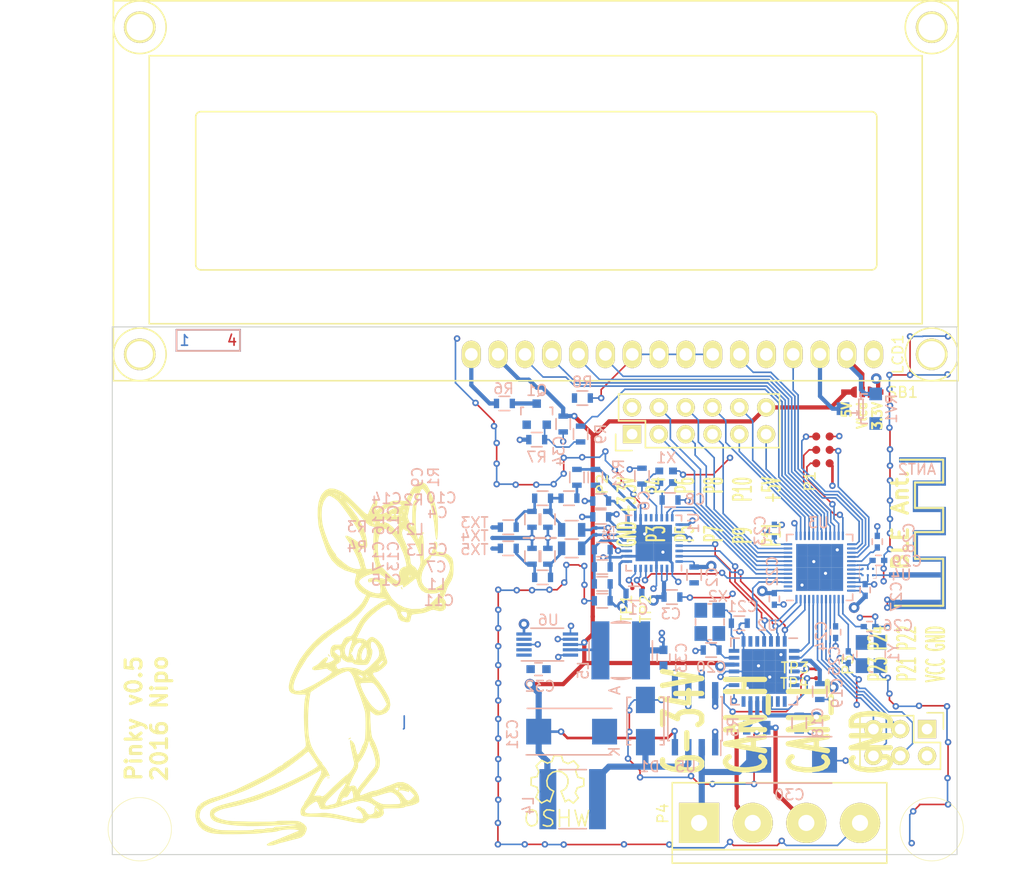
<source format=kicad_pcb>
(kicad_pcb (version 4) (host pcbnew "(2016-02-29 BZR 6601)-product")

  (general
    (links 257)
    (no_connects 110)
    (area 59.949999 79.949999 140.050001 130.050001)
    (thickness 1.6)
    (drawings 32)
    (tracks 1102)
    (zones 0)
    (modules 83)
    (nets 85)
  )

  (page A4)
  (layers
    (0 F.Cu mixed)
    (1 In1.Cu power)
    (2 In2.Cu power hide)
    (31 B.Cu mixed hide)
    (34 B.Paste user hide)
    (35 F.Paste user hide)
    (36 B.SilkS user hide)
    (37 F.SilkS user hide)
    (38 B.Mask user)
    (39 F.Mask user hide)
    (40 Dwgs.User user)
    (41 Cmts.User user)
    (44 Edge.Cuts user)
    (45 Margin user)
    (46 B.CrtYd user)
    (47 F.CrtYd user)
    (48 B.Fab user hide)
    (49 F.Fab user hide)
  )

  (setup
    (last_trace_width 0.1524)
    (user_trace_width 0.1524)
    (user_trace_width 0.25)
    (user_trace_width 0.4)
    (user_trace_width 0.58)
    (user_trace_width 1)
    (trace_clearance 0.1524)
    (zone_clearance 0.2)
    (zone_45_only yes)
    (trace_min 0.1524)
    (segment_width 0.2)
    (edge_width 0.1)
    (via_size 0.61)
    (via_drill 0.3)
    (via_min_size 0.6048)
    (via_min_drill 0.3)
    (user_via 0.61 0.3)
    (uvia_size 0.3)
    (uvia_drill 0.1)
    (uvias_allowed no)
    (uvia_min_size 0.2)
    (uvia_min_drill 0.1)
    (pcb_text_width 0.3)
    (pcb_text_size 1.5 1.5)
    (mod_edge_width 0.15)
    (mod_text_size 1 1)
    (mod_text_width 0.15)
    (pad_size 2.5 2.5)
    (pad_drill 2.5)
    (pad_to_mask_clearance 0)
    (aux_axis_origin 0 0)
    (visible_elements FFFFFF7F)
    (pcbplotparams
      (layerselection 0x00000_fffffff9)
      (usegerberextensions false)
      (excludeedgelayer true)
      (linewidth 0.100000)
      (plotframeref false)
      (viasonmask false)
      (mode 1)
      (useauxorigin false)
      (hpglpennumber 1)
      (hpglpenspeed 20)
      (hpglpendiameter 15)
      (psnegative false)
      (psa4output false)
      (plotreference true)
      (plotvalue true)
      (plotinvisibletext false)
      (padsonsilk false)
      (subtractmaskfromsilk false)
      (outputformat 1)
      (mirror false)
      (drillshape 0)
      (scaleselection 1)
      (outputdirectory test))
  )

  (net 0 "")
  (net 1 GND)
  (net 2 +3V3)
  (net 3 /mcu/SWDIO)
  (net 4 /mcu/SWDCLK)
  (net 5 "Net-(L3-Pad1)")
  (net 6 +5V)
  (net 7 "Net-(C14-Pad1)")
  (net 8 "Net-(TP3-Pad1)")
  (net 9 "Net-(TP2-Pad1)")
  (net 10 "Net-(TP1-Pad1)")
  (net 11 "Net-(TP4-Pad1)")
  (net 12 /P25)
  (net 13 /P26)
  (net 14 /P20)
  (net 15 /P19)
  (net 16 /P11)
  (net 17 /P12)
  (net 18 /P13)
  (net 19 /P14)
  (net 20 /P15)
  (net 21 /P16)
  (net 22 /P17)
  (net 23 /P18)
  (net 24 /P27)
  (net 25 /P28)
  (net 26 /P29)
  (net 27 /P7)
  (net 28 /P6)
  (net 29 /P5)
  (net 30 /P4)
  (net 31 /P3)
  (net 32 /P10)
  (net 33 /P9)
  (net 34 /P8)
  (net 35 /P30)
  (net 36 /P0)
  (net 37 /P1)
  (net 38 /P2)
  (net 39 "Net-(C26-Pad2)")
  (net 40 /P21)
  (net 41 /P22)
  (net 42 /P23)
  (net 43 /P24)
  (net 44 "Net-(ANT1-Pad3)")
  (net 45 "Net-(ANT1-Pad1)")
  (net 46 "Net-(ANT2-Pad2)")
  (net 47 "Net-(C8-Pad1)")
  (net 48 "Net-(Q1-Pad3)")
  (net 49 "Net-(L5-Pad2)")
  (net 50 "Net-(D1-Pad1)")
  (net 51 "Net-(C9-Pad2)")
  (net 52 "Net-(L2-Pad1)")
  (net 53 "Net-(C13-Pad2)")
  (net 54 "Net-(C12-Pad1)")
  (net 55 "Net-(C15-Pad1)")
  (net 56 "Net-(C9-Pad1)")
  (net 57 "Net-(C5-Pad2)")
  (net 58 "Net-(C10-Pad2)")
  (net 59 "Net-(C6-Pad1)")
  (net 60 "Net-(C21-Pad1)")
  (net 61 "Net-(C20-Pad1)")
  (net 62 "Net-(U3-Pad32)")
  (net 63 "Net-(U3-Pad31)")
  (net 64 "Net-(C29-Pad1)")
  (net 65 "Net-(U3-Pad2)")
  (net 66 "Net-(C28-Pad1)")
  (net 67 "Net-(C25-Pad2)")
  (net 68 "Net-(C24-Pad2)")
  (net 69 "Net-(U1-Pad19)")
  (net 70 "Net-(U1-Pad20)")
  (net 71 "Net-(U2-Pad6)")
  (net 72 "Net-(U2-Pad7)")
  (net 73 "Net-(U2-Pad8)")
  (net 74 "Net-(U2-Pad9)")
  (net 75 "Net-(U2-Pad23)")
  (net 76 "Net-(U2-Pad24)")
  (net 77 /can/VSupply)
  (net 78 "Net-(P4-Pad3)")
  (net 79 "Net-(P4-Pad2)")
  (net 80 "Net-(LCD1-Pad2)")
  (net 81 "Net-(LCD1-Pad10)")
  (net 82 "Net-(LCD1-Pad3)")
  (net 83 "Net-(Q1-Pad1)")
  (net 84 "Net-(LCD1-Pad16)")

  (net_class Default "This is the default net class."
    (clearance 0.1524)
    (trace_width 0.1524)
    (via_dia 0.61)
    (via_drill 0.3)
    (uvia_dia 0.3)
    (uvia_drill 0.1)
    (add_net /P0)
    (add_net /P1)
    (add_net /P10)
    (add_net /P11)
    (add_net /P12)
    (add_net /P13)
    (add_net /P14)
    (add_net /P15)
    (add_net /P16)
    (add_net /P17)
    (add_net /P18)
    (add_net /P19)
    (add_net /P2)
    (add_net /P20)
    (add_net /P21)
    (add_net /P22)
    (add_net /P23)
    (add_net /P24)
    (add_net /P25)
    (add_net /P26)
    (add_net /P27)
    (add_net /P28)
    (add_net /P29)
    (add_net /P3)
    (add_net /P30)
    (add_net /P4)
    (add_net /P5)
    (add_net /P6)
    (add_net /P7)
    (add_net /P8)
    (add_net /P9)
    (add_net /can/VSupply)
    (add_net /mcu/SWDCLK)
    (add_net /mcu/SWDIO)
    (add_net GND)
    (add_net "Net-(ANT1-Pad1)")
    (add_net "Net-(ANT1-Pad3)")
    (add_net "Net-(ANT2-Pad2)")
    (add_net "Net-(C10-Pad2)")
    (add_net "Net-(C12-Pad1)")
    (add_net "Net-(C13-Pad2)")
    (add_net "Net-(C14-Pad1)")
    (add_net "Net-(C15-Pad1)")
    (add_net "Net-(C20-Pad1)")
    (add_net "Net-(C21-Pad1)")
    (add_net "Net-(C24-Pad2)")
    (add_net "Net-(C25-Pad2)")
    (add_net "Net-(C26-Pad2)")
    (add_net "Net-(C28-Pad1)")
    (add_net "Net-(C29-Pad1)")
    (add_net "Net-(C5-Pad2)")
    (add_net "Net-(C6-Pad1)")
    (add_net "Net-(C8-Pad1)")
    (add_net "Net-(C9-Pad1)")
    (add_net "Net-(C9-Pad2)")
    (add_net "Net-(D1-Pad1)")
    (add_net "Net-(L2-Pad1)")
    (add_net "Net-(L3-Pad1)")
    (add_net "Net-(L5-Pad2)")
    (add_net "Net-(LCD1-Pad10)")
    (add_net "Net-(LCD1-Pad16)")
    (add_net "Net-(LCD1-Pad2)")
    (add_net "Net-(LCD1-Pad3)")
    (add_net "Net-(P4-Pad2)")
    (add_net "Net-(P4-Pad3)")
    (add_net "Net-(Q1-Pad1)")
    (add_net "Net-(Q1-Pad3)")
    (add_net "Net-(TP1-Pad1)")
    (add_net "Net-(TP2-Pad1)")
    (add_net "Net-(TP3-Pad1)")
    (add_net "Net-(TP4-Pad1)")
    (add_net "Net-(U1-Pad19)")
    (add_net "Net-(U1-Pad20)")
    (add_net "Net-(U2-Pad23)")
    (add_net "Net-(U2-Pad24)")
    (add_net "Net-(U2-Pad6)")
    (add_net "Net-(U2-Pad7)")
    (add_net "Net-(U2-Pad8)")
    (add_net "Net-(U2-Pad9)")
    (add_net "Net-(U3-Pad2)")
    (add_net "Net-(U3-Pad31)")
    (add_net "Net-(U3-Pad32)")
  )

  (net_class Power ""
    (clearance 0.1524)
    (trace_width 0.4)
    (via_dia 1)
    (via_drill 0.5)
    (uvia_dia 0.3)
    (uvia_drill 0.1)
    (add_net +3V3)
    (add_net +5V)
  )

  (module Capacitors_SMD:C_0603 (layer B.Cu) (tedit 5415D631) (tstamp 57A86D94)
    (at 112.2 111.35 270)
    (descr "Capacitor SMD 0603, reflow soldering, AVX (see smccp.pdf)")
    (tags "capacitor 0603")
    (path /57ADA116/57ADA86E)
    (attr smd)
    (fp_text reference C33 (at 0 -1.7 270) (layer B.SilkS)
      (effects (font (size 1 1) (thickness 0.15)) (justify mirror))
    )
    (fp_text value 22uF (at -0.4 0.1 270) (layer B.Fab)
      (effects (font (size 1 1) (thickness 0.15)) (justify mirror))
    )
    (fp_line (start -1.45 0.75) (end 1.45 0.75) (layer B.CrtYd) (width 0.05))
    (fp_line (start -1.45 -0.75) (end 1.45 -0.75) (layer B.CrtYd) (width 0.05))
    (fp_line (start -1.45 0.75) (end -1.45 -0.75) (layer B.CrtYd) (width 0.05))
    (fp_line (start 1.45 0.75) (end 1.45 -0.75) (layer B.CrtYd) (width 0.05))
    (fp_line (start -0.35 0.6) (end 0.35 0.6) (layer B.SilkS) (width 0.15))
    (fp_line (start 0.35 -0.6) (end -0.35 -0.6) (layer B.SilkS) (width 0.15))
    (pad 1 smd rect (at -0.75 0 270) (size 0.8 0.75) (layers B.Cu B.Paste B.Mask)
      (net 2 +3V3))
    (pad 2 smd rect (at 0.75 0 270) (size 0.8 0.75) (layers B.Cu B.Paste B.Mask)
      (net 1 GND))
    (model Capacitors_SMD.3dshapes/C_0603.wrl
      (at (xyz 0 0 0))
      (scale (xyz 1 1 1))
      (rotate (xyz 0 0 0))
    )
  )

  (module VSSOP:VSSOP-10_3.1x3.1mm_Pitch0.5mm (layer B.Cu) (tedit 56C5753E) (tstamp 57A8696C)
    (at 101.188466 110.098)
    (descr "10-Lead Plastic Small Outline Package")
    (tags "VSSOP 0.5")
    (path /57ADA116/57ADA870)
    (attr smd)
    (fp_text reference U6 (at 0.101534 -2.318 180) (layer B.SilkS)
      (effects (font (size 1 1) (thickness 0.15)) (justify mirror))
    )
    (fp_text value TPS62056 (at -0.138466 0.132) (layer B.Fab)
      (effects (font (size 1 1) (thickness 0.15)) (justify mirror))
    )
    (fp_line (start 1.55 -1.55) (end -1.55 -1.55) (layer B.SilkS) (width 0.15))
    (fp_line (start -2.45 1.55) (end 1.55 1.55) (layer B.SilkS) (width 0.15))
    (fp_line (start -2.45 1.55) (end 2.45 1.55) (layer B.CrtYd) (width 0.05))
    (fp_line (start -2.45 1.55) (end -2.45 -1.55) (layer B.CrtYd) (width 0.05))
    (fp_line (start 2.45 -1.55) (end -2.45 -1.55) (layer B.CrtYd) (width 0.05))
    (fp_line (start 2.45 1.55) (end 2.45 -1.55) (layer B.CrtYd) (width 0.05))
    (pad 1 smd rect (at -2.2 1) (size 1.45 0.3) (layers B.Cu B.Paste B.Mask)
      (net 6 +5V))
    (pad 2 smd rect (at -2.2 0.5) (size 1.45 0.3) (layers B.Cu B.Paste B.Mask)
      (net 1 GND))
    (pad 3 smd rect (at -2.2 0) (size 1.45 0.3) (layers B.Cu B.Paste B.Mask)
      (net 1 GND))
    (pad 4 smd rect (at -2.2 -0.5) (size 1.45 0.3) (layers B.Cu B.Paste B.Mask)
      (net 1 GND))
    (pad 5 smd rect (at -2.2 -1) (size 1.45 0.3) (layers B.Cu B.Paste B.Mask)
      (net 2 +3V3))
    (pad 7 smd rect (at 2.2 -0.5) (size 1.45 0.3) (layers B.Cu B.Paste B.Mask)
      (net 1 GND))
    (pad 10 smd rect (at 2.2 1) (size 1.45 0.3) (layers B.Cu B.Paste B.Mask)
      (net 1 GND))
    (pad 9 smd rect (at 2.2 0.5) (size 1.45 0.3) (layers B.Cu B.Paste B.Mask)
      (net 49 "Net-(L5-Pad2)"))
    (pad 8 smd rect (at 2.2 0) (size 1.45 0.3) (layers B.Cu B.Paste B.Mask)
      (net 6 +5V))
    (pad 6 smd rect (at 2.2 -1) (size 1.45 0.3) (layers B.Cu B.Paste B.Mask)
      (net 1 GND))
    (model Housings_SSOP.3dshapes/MSOP-10-1EP_3x3mm_Pitch0.5mm.wrl
      (at (xyz 0 0 0))
      (scale (xyz 1 1 0.8))
      (rotate (xyz 0 0 0))
    )
  )

  (module Capacitors_SMD:C_0603 (layer B.Cu) (tedit 5415D631) (tstamp 57A86DB6)
    (at 100.365 112.43)
    (descr "Capacitor SMD 0603, reflow soldering, AVX (see smccp.pdf)")
    (tags "capacitor 0603")
    (path /57ADA116/57ADA86F)
    (attr smd)
    (fp_text reference C32 (at 0.135 1.62) (layer B.SilkS)
      (effects (font (size 1 1) (thickness 0.15)) (justify mirror))
    )
    (fp_text value 10uF (at -0.125 0) (layer B.Fab)
      (effects (font (size 1 1) (thickness 0.15)) (justify mirror))
    )
    (fp_line (start -1.45 0.75) (end 1.45 0.75) (layer B.CrtYd) (width 0.05))
    (fp_line (start -1.45 -0.75) (end 1.45 -0.75) (layer B.CrtYd) (width 0.05))
    (fp_line (start -1.45 0.75) (end -1.45 -0.75) (layer B.CrtYd) (width 0.05))
    (fp_line (start 1.45 0.75) (end 1.45 -0.75) (layer B.CrtYd) (width 0.05))
    (fp_line (start -0.35 0.6) (end 0.35 0.6) (layer B.SilkS) (width 0.15))
    (fp_line (start 0.35 -0.6) (end -0.35 -0.6) (layer B.SilkS) (width 0.15))
    (pad 1 smd rect (at -0.75 0) (size 0.8 0.75) (layers B.Cu B.Paste B.Mask)
      (net 6 +5V))
    (pad 2 smd rect (at 0.75 0) (size 0.8 0.75) (layers B.Cu B.Paste B.Mask)
      (net 1 GND))
    (model Capacitors_SMD.3dshapes/C_0603.wrl
      (at (xyz 0 0 0))
      (scale (xyz 1 1 1))
      (rotate (xyz 0 0 0))
    )
  )

  (module Connect:bornier4 (layer F.Cu) (tedit 0) (tstamp 57AADD2E)
    (at 123.19 127)
    (descr "Bornier d'alimentation 4 pins")
    (tags DEV)
    (path /57A213A9/57A5C395)
    (fp_text reference P4 (at -11.049 -0.889 90) (layer F.SilkS)
      (effects (font (size 1 1) (thickness 0.15)))
    )
    (fp_text value CAN (at 0 5.08) (layer F.Fab)
      (effects (font (size 1 1) (thickness 0.15)))
    )
    (fp_line (start -10.16 -3.81) (end -10.16 3.81) (layer F.SilkS) (width 0.15))
    (fp_line (start 10.16 3.81) (end 10.16 -3.81) (layer F.SilkS) (width 0.15))
    (fp_line (start 10.16 2.54) (end -10.16 2.54) (layer F.SilkS) (width 0.15))
    (fp_line (start -10.16 -3.81) (end 10.16 -3.81) (layer F.SilkS) (width 0.15))
    (fp_line (start -10.16 3.81) (end 10.16 3.81) (layer F.SilkS) (width 0.15))
    (pad 2 thru_hole circle (at -2.54 0) (size 3.81 3.81) (drill 1.524) (layers *.Cu *.Mask F.SilkS)
      (net 79 "Net-(P4-Pad2)"))
    (pad 3 thru_hole circle (at 2.54 0) (size 3.81 3.81) (drill 1.524) (layers *.Cu *.Mask F.SilkS)
      (net 78 "Net-(P4-Pad3)"))
    (pad 1 thru_hole rect (at -7.62 0) (size 3.81 3.81) (drill 1.524) (layers *.Cu *.Mask F.SilkS)
      (net 77 /can/VSupply))
    (pad 4 thru_hole circle (at 7.62 0) (size 3.81 3.81) (drill 1.524) (layers *.Cu *.Mask F.SilkS)
      (net 1 GND))
    (model Connect.3dshapes/bornier4.wrl
      (at (xyz 0 0 0))
      (scale (xyz 1 1 1))
      (rotate (xyz 0 0 0))
    )
  )

  (module Test_point:Round-SMD-Pad_0.4mm (layer F.Cu) (tedit 57AA5231) (tstamp 57A99107)
    (at 126.651 113.284 90)
    (path /57A213A9/57A65E93)
    (fp_text reference TP4 (at -0.508 -2.064 180) (layer F.SilkS)
      (effects (font (size 1 1) (thickness 0.15)))
    )
    (fp_text value CAN_RX (at 0 -0.9 90) (layer F.Fab) hide
      (effects (font (size 1 1) (thickness 0.15)))
    )
    (pad 1 smd circle (at 0 0 90) (size 0.4 0.4) (layers F.Cu F.Mask)
      (net 11 "Net-(TP4-Pad1)") (solder_mask_margin 0.001))
  )

  (module Test_point:Round-SMD-Pad_0.4mm (layer F.Cu) (tedit 57AA522D) (tstamp 57A990F2)
    (at 109.25 104.75 180)
    (path /57A213A5/57A666E4)
    (fp_text reference TP1 (at 0.55 -1.95 270) (layer F.SilkS)
      (effects (font (size 1 1) (thickness 0.15)))
    )
    (fp_text value SIGOUT (at 0 -0.9 180) (layer F.Fab) hide
      (effects (font (size 1 1) (thickness 0.15)))
    )
    (pad 1 smd circle (at 0 0 180) (size 0.4 0.4) (layers F.Cu F.Mask)
      (net 10 "Net-(TP1-Pad1)") (solder_mask_margin 0.001))
  )

  (module Test_point:Round-SMD-Pad_0.4mm (layer F.Cu) (tedit 57AA522A) (tstamp 57A990E5)
    (at 110.25 104.75 90)
    (path /57A213A5/57A667A5)
    (fp_text reference TP2 (at -1.95 0.25 90) (layer F.SilkS)
      (effects (font (size 1 1) (thickness 0.15)))
    )
    (fp_text value SIGIN (at 0 -0.9 90) (layer F.Fab) hide
      (effects (font (size 1 1) (thickness 0.15)))
    )
    (pad 1 smd circle (at 0 0 90) (size 0.4 0.4) (layers F.Cu F.Mask)
      (net 9 "Net-(TP2-Pad1)") (solder_mask_margin 0.001))
  )

  (module Test_point:Round-SMD-Pad_0.4mm (layer F.Cu) (tedit 57AA5233) (tstamp 57A86C60)
    (at 126.651 112.405 180)
    (path /57A213A9/57A65EC6)
    (fp_text reference TP3 (at 2 0.1 180) (layer F.SilkS)
      (effects (font (size 1 1) (thickness 0.15)))
    )
    (fp_text value CAN_TX (at 0 -0.9 180) (layer F.Fab) hide
      (effects (font (size 1 1) (thickness 0.15)))
    )
    (pad 1 smd circle (at 0 0 180) (size 0.4 0.4) (layers F.Cu F.Mask)
      (net 8 "Net-(TP3-Pad1)") (solder_mask_margin 0.001))
  )

  (module Resistors_SMD:R_0805 (layer B.Cu) (tedit 5415CDEB) (tstamp 57A8DE47)
    (at 103.5 99.23223 180)
    (descr "Resistor SMD 0805, reflow soldering, Vishay (see dcrcw.pdf)")
    (tags "resistor 0805")
    (path /57A213A5/57A4D73C)
    (attr smd)
    (fp_text reference L2 (at 14.854 0.04523 180) (layer B.SilkS)
      (effects (font (size 1 1) (thickness 0.15)) (justify mirror))
    )
    (fp_text value 560nH (at -0.85 -0.91777 270) (layer B.Fab)
      (effects (font (size 1 1) (thickness 0.15)) (justify mirror))
    )
    (fp_line (start -1.6 1) (end 1.6 1) (layer B.CrtYd) (width 0.05))
    (fp_line (start -1.6 -1) (end 1.6 -1) (layer B.CrtYd) (width 0.05))
    (fp_line (start -1.6 1) (end -1.6 -1) (layer B.CrtYd) (width 0.05))
    (fp_line (start 1.6 1) (end 1.6 -1) (layer B.CrtYd) (width 0.05))
    (fp_line (start 0.6 -0.875) (end -0.6 -0.875) (layer B.SilkS) (width 0.15))
    (fp_line (start -0.6 0.875) (end 0.6 0.875) (layer B.SilkS) (width 0.15))
    (pad 1 smd rect (at -0.95 0 180) (size 0.7 1.3) (layers B.Cu B.Paste B.Mask)
      (net 52 "Net-(L2-Pad1)"))
    (pad 2 smd rect (at 0.95 0 180) (size 0.7 1.3) (layers B.Cu B.Paste B.Mask)
      (net 54 "Net-(C12-Pad1)"))
    (model Resistors_SMD.3dshapes/R_0805.wrl
      (at (xyz 0 0 0))
      (scale (xyz 1 1 1))
      (rotate (xyz 0 0 0))
    )
  )

  (module Resistors_SMD:R_0805 (layer B.Cu) (tedit 5415CDEB) (tstamp 57A8DE26)
    (at 103.5 100.98223 180)
    (descr "Resistor SMD 0805, reflow soldering, Vishay (see dcrcw.pdf)")
    (tags "resistor 0805")
    (path /57A213A5/57A4D774)
    (attr smd)
    (fp_text reference L3 (at 14.8 -0.16777 180) (layer B.SilkS)
      (effects (font (size 1 1) (thickness 0.15)) (justify mirror))
    )
    (fp_text value 560nH (at 0.5 0.88223 270) (layer B.Fab)
      (effects (font (size 1 1) (thickness 0.15)) (justify mirror))
    )
    (fp_line (start -1.6 1) (end 1.6 1) (layer B.CrtYd) (width 0.05))
    (fp_line (start -1.6 -1) (end 1.6 -1) (layer B.CrtYd) (width 0.05))
    (fp_line (start -1.6 1) (end -1.6 -1) (layer B.CrtYd) (width 0.05))
    (fp_line (start 1.6 1) (end 1.6 -1) (layer B.CrtYd) (width 0.05))
    (fp_line (start 0.6 -0.875) (end -0.6 -0.875) (layer B.SilkS) (width 0.15))
    (fp_line (start -0.6 0.875) (end 0.6 0.875) (layer B.SilkS) (width 0.15))
    (pad 1 smd rect (at -0.95 0 180) (size 0.7 1.3) (layers B.Cu B.Paste B.Mask)
      (net 5 "Net-(L3-Pad1)"))
    (pad 2 smd rect (at 0.95 0 180) (size 0.7 1.3) (layers B.Cu B.Paste B.Mask)
      (net 53 "Net-(C13-Pad2)"))
    (model Resistors_SMD.3dshapes/R_0805.wrl
      (at (xyz 0 0 0))
      (scale (xyz 1 1 1))
      (rotate (xyz 0 0 0))
    )
  )

  (module Resistors_SMD:R_0603 (layer B.Cu) (tedit 5415CC62) (tstamp 57A8CB0F)
    (at 97.5 100.98223)
    (descr "Resistor SMD 0603, reflow soldering, Vishay (see dcrcw.pdf)")
    (tags "resistor 0603")
    (path /57A213A5/57A4DBAE)
    (attr smd)
    (fp_text reference R4 (at -14.315 -0.14423) (layer B.SilkS)
      (effects (font (size 1 1) (thickness 0.15)) (justify mirror))
    )
    (fp_text value 3R (at 0 0.11777) (layer B.Fab)
      (effects (font (size 1 1) (thickness 0.15)) (justify mirror))
    )
    (fp_line (start -1.3 0.8) (end 1.3 0.8) (layer B.CrtYd) (width 0.05))
    (fp_line (start -1.3 -0.8) (end 1.3 -0.8) (layer B.CrtYd) (width 0.05))
    (fp_line (start -1.3 0.8) (end -1.3 -0.8) (layer B.CrtYd) (width 0.05))
    (fp_line (start 1.3 0.8) (end 1.3 -0.8) (layer B.CrtYd) (width 0.05))
    (fp_line (start 0.5 -0.675) (end -0.5 -0.675) (layer B.SilkS) (width 0.15))
    (fp_line (start -0.5 0.675) (end 0.5 0.675) (layer B.SilkS) (width 0.15))
    (pad 1 smd rect (at -0.75 0) (size 0.5 0.9) (layers B.Cu B.Paste B.Mask)
      (net 44 "Net-(ANT1-Pad3)"))
    (pad 2 smd rect (at 0.75 0) (size 0.5 0.9) (layers B.Cu B.Paste B.Mask)
      (net 55 "Net-(C15-Pad1)"))
    (model Resistors_SMD.3dshapes/R_0603.wrl
      (at (xyz 0 0 0))
      (scale (xyz 1 1 1))
      (rotate (xyz 0 0 0))
    )
  )

  (module Resistors_SMD:R_0603 (layer B.Cu) (tedit 5415CC62) (tstamp 57A8CAED)
    (at 97.5 98.98223)
    (descr "Resistor SMD 0603, reflow soldering, Vishay (see dcrcw.pdf)")
    (tags "resistor 0603")
    (path /57A213A5/57A4DB3C)
    (attr smd)
    (fp_text reference R3 (at -14.315 -0.04923) (layer B.SilkS)
      (effects (font (size 1 1) (thickness 0.15)) (justify mirror))
    )
    (fp_text value 3R (at 0 0.01777) (layer B.Fab)
      (effects (font (size 1 1) (thickness 0.15)) (justify mirror))
    )
    (fp_line (start -1.3 0.8) (end 1.3 0.8) (layer B.CrtYd) (width 0.05))
    (fp_line (start -1.3 -0.8) (end 1.3 -0.8) (layer B.CrtYd) (width 0.05))
    (fp_line (start -1.3 0.8) (end -1.3 -0.8) (layer B.CrtYd) (width 0.05))
    (fp_line (start 1.3 0.8) (end 1.3 -0.8) (layer B.CrtYd) (width 0.05))
    (fp_line (start 0.5 -0.675) (end -0.5 -0.675) (layer B.SilkS) (width 0.15))
    (fp_line (start -0.5 0.675) (end 0.5 0.675) (layer B.SilkS) (width 0.15))
    (pad 1 smd rect (at -0.75 0) (size 0.5 0.9) (layers B.Cu B.Paste B.Mask)
      (net 45 "Net-(ANT1-Pad1)"))
    (pad 2 smd rect (at 0.75 0) (size 0.5 0.9) (layers B.Cu B.Paste B.Mask)
      (net 7 "Net-(C14-Pad1)"))
    (model Resistors_SMD.3dshapes/R_0603.wrl
      (at (xyz 0 0 0))
      (scale (xyz 1 1 1))
      (rotate (xyz 0 0 0))
    )
  )

  (module Resistors_SMD:R_0603 (layer B.Cu) (tedit 5415CC62) (tstamp 57A8CACB)
    (at 103.25 96.23223)
    (descr "Resistor SMD 0603, reflow soldering, Vishay (see dcrcw.pdf)")
    (tags "resistor 0603")
    (path /57A213A5/57A4E4E3)
    (attr smd)
    (fp_text reference R2 (at -14.731 0.16077) (layer B.SilkS)
      (effects (font (size 1 1) (thickness 0.15)) (justify mirror))
    )
    (fp_text value R (at 0 0.01777) (layer B.Fab)
      (effects (font (size 1 1) (thickness 0.15)) (justify mirror))
    )
    (fp_line (start -1.3 0.8) (end 1.3 0.8) (layer B.CrtYd) (width 0.05))
    (fp_line (start -1.3 -0.8) (end 1.3 -0.8) (layer B.CrtYd) (width 0.05))
    (fp_line (start -1.3 0.8) (end -1.3 -0.8) (layer B.CrtYd) (width 0.05))
    (fp_line (start 1.3 0.8) (end 1.3 -0.8) (layer B.CrtYd) (width 0.05))
    (fp_line (start 0.5 -0.675) (end -0.5 -0.675) (layer B.SilkS) (width 0.15))
    (fp_line (start -0.5 0.675) (end 0.5 0.675) (layer B.SilkS) (width 0.15))
    (pad 1 smd rect (at -0.75 0) (size 0.5 0.9) (layers B.Cu B.Paste B.Mask)
      (net 54 "Net-(C12-Pad1)"))
    (pad 2 smd rect (at 0.75 0) (size 0.5 0.9) (layers B.Cu B.Paste B.Mask)
      (net 56 "Net-(C9-Pad1)"))
    (model Resistors_SMD.3dshapes/R_0603.wrl
      (at (xyz 0 0 0))
      (scale (xyz 1 1 1))
      (rotate (xyz 0 0 0))
    )
  )

  (module Resistors_SMD:R_0603 (layer B.Cu) (tedit 5415CC62) (tstamp 57A8CA93)
    (at 105.75 94.25 90)
    (descr "Resistor SMD 0603, reflow soldering, Vishay (see dcrcw.pdf)")
    (tags "resistor 0603")
    (path /57A213A5/57A4E064)
    (attr smd)
    (fp_text reference R1 (at 0.016 -15.326 90) (layer B.SilkS)
      (effects (font (size 1 1) (thickness 0.15)) (justify mirror))
    )
    (fp_text value 1K (at 0 0 90) (layer B.Fab)
      (effects (font (size 1 1) (thickness 0.15)) (justify mirror))
    )
    (fp_line (start -1.3 0.8) (end 1.3 0.8) (layer B.CrtYd) (width 0.05))
    (fp_line (start -1.3 -0.8) (end 1.3 -0.8) (layer B.CrtYd) (width 0.05))
    (fp_line (start -1.3 0.8) (end -1.3 -0.8) (layer B.CrtYd) (width 0.05))
    (fp_line (start 1.3 0.8) (end 1.3 -0.8) (layer B.CrtYd) (width 0.05))
    (fp_line (start 0.5 -0.675) (end -0.5 -0.675) (layer B.SilkS) (width 0.15))
    (fp_line (start -0.5 0.675) (end 0.5 0.675) (layer B.SilkS) (width 0.15))
    (pad 1 smd rect (at -0.75 0 90) (size 0.5 0.9) (layers B.Cu B.Paste B.Mask)
      (net 58 "Net-(C10-Pad2)"))
    (pad 2 smd rect (at 0.75 0 90) (size 0.5 0.9) (layers B.Cu B.Paste B.Mask)
      (net 51 "Net-(C9-Pad2)"))
    (model Resistors_SMD.3dshapes/R_0603.wrl
      (at (xyz 0 0 0))
      (scale (xyz 1 1 1))
      (rotate (xyz 0 0 0))
    )
  )

  (module Resistors_SMD:R_0603 (layer B.Cu) (tedit 5415CC62) (tstamp 57A8C9EB)
    (at 109.4 105.25)
    (descr "Resistor SMD 0603, reflow soldering, Vishay (see dcrcw.pdf)")
    (tags "resistor 0603")
    (path /57A213A5/57A89CF4)
    (attr smd)
    (fp_text reference C1 (at 0.4 1.5) (layer B.SilkS)
      (effects (font (size 1 1) (thickness 0.15)) (justify mirror))
    )
    (fp_text value 100nF (at 0.35 0.1) (layer B.Fab)
      (effects (font (size 1 1) (thickness 0.15)) (justify mirror))
    )
    (fp_line (start -1.3 0.8) (end 1.3 0.8) (layer B.CrtYd) (width 0.05))
    (fp_line (start -1.3 -0.8) (end 1.3 -0.8) (layer B.CrtYd) (width 0.05))
    (fp_line (start -1.3 0.8) (end -1.3 -0.8) (layer B.CrtYd) (width 0.05))
    (fp_line (start 1.3 0.8) (end 1.3 -0.8) (layer B.CrtYd) (width 0.05))
    (fp_line (start 0.5 -0.675) (end -0.5 -0.675) (layer B.SilkS) (width 0.15))
    (fp_line (start -0.5 0.675) (end 0.5 0.675) (layer B.SilkS) (width 0.15))
    (pad 1 smd rect (at -0.75 0) (size 0.5 0.9) (layers B.Cu B.Paste B.Mask)
      (net 2 +3V3))
    (pad 2 smd rect (at 0.75 0) (size 0.5 0.9) (layers B.Cu B.Paste B.Mask)
      (net 1 GND))
    (model Resistors_SMD.3dshapes/R_0603.wrl
      (at (xyz 0 0 0))
      (scale (xyz 1 1 1))
      (rotate (xyz 0 0 0))
    )
  )

  (module Resistors_SMD:R_0603 (layer B.Cu) (tedit 5415CC62) (tstamp 57A8C99D)
    (at 106.25 98 180)
    (descr "Resistor SMD 0603, reflow soldering, Vishay (see dcrcw.pdf)")
    (tags "resistor 0603")
    (path /57A213A5/57A89BE9)
    (attr smd)
    (fp_text reference C4 (at 15.45 0.4 180) (layer B.SilkS)
      (effects (font (size 1 1) (thickness 0.15)) (justify mirror))
    )
    (fp_text value 100nF (at -0.7 -0.05 180) (layer B.Fab)
      (effects (font (size 1 1) (thickness 0.15)) (justify mirror))
    )
    (fp_line (start -1.3 0.8) (end 1.3 0.8) (layer B.CrtYd) (width 0.05))
    (fp_line (start -1.3 -0.8) (end 1.3 -0.8) (layer B.CrtYd) (width 0.05))
    (fp_line (start -1.3 0.8) (end -1.3 -0.8) (layer B.CrtYd) (width 0.05))
    (fp_line (start 1.3 0.8) (end 1.3 -0.8) (layer B.CrtYd) (width 0.05))
    (fp_line (start 0.5 -0.675) (end -0.5 -0.675) (layer B.SilkS) (width 0.15))
    (fp_line (start -0.5 0.675) (end 0.5 0.675) (layer B.SilkS) (width 0.15))
    (pad 1 smd rect (at -0.75 0 180) (size 0.5 0.9) (layers B.Cu B.Paste B.Mask)
      (net 2 +3V3))
    (pad 2 smd rect (at 0.75 0 180) (size 0.5 0.9) (layers B.Cu B.Paste B.Mask)
      (net 1 GND))
    (model Resistors_SMD.3dshapes/R_0603.wrl
      (at (xyz 0 0 0))
      (scale (xyz 1 1 1))
      (rotate (xyz 0 0 0))
    )
  )

  (module Resistors_SMD:R_0603 (layer B.Cu) (tedit 5415CC62) (tstamp 57A8C965)
    (at 106.25 96.5)
    (descr "Resistor SMD 0603, reflow soldering, Vishay (see dcrcw.pdf)")
    (tags "resistor 0603")
    (path /57A213A5/57A4DFDD)
    (attr smd)
    (fp_text reference C10 (at -15.1 -0.3) (layer B.SilkS)
      (effects (font (size 1 1) (thickness 0.15)) (justify mirror))
    )
    (fp_text value 100nF (at 0.65 -0.05) (layer B.Fab)
      (effects (font (size 1 1) (thickness 0.15)) (justify mirror))
    )
    (fp_line (start -1.3 0.8) (end 1.3 0.8) (layer B.CrtYd) (width 0.05))
    (fp_line (start -1.3 -0.8) (end 1.3 -0.8) (layer B.CrtYd) (width 0.05))
    (fp_line (start -1.3 0.8) (end -1.3 -0.8) (layer B.CrtYd) (width 0.05))
    (fp_line (start 1.3 0.8) (end 1.3 -0.8) (layer B.CrtYd) (width 0.05))
    (fp_line (start 0.5 -0.675) (end -0.5 -0.675) (layer B.SilkS) (width 0.15))
    (fp_line (start -0.5 0.675) (end 0.5 0.675) (layer B.SilkS) (width 0.15))
    (pad 1 smd rect (at -0.75 0) (size 0.5 0.9) (layers B.Cu B.Paste B.Mask)
      (net 1 GND))
    (pad 2 smd rect (at 0.75 0) (size 0.5 0.9) (layers B.Cu B.Paste B.Mask)
      (net 58 "Net-(C10-Pad2)"))
    (model Resistors_SMD.3dshapes/R_0603.wrl
      (at (xyz 0 0 0))
      (scale (xyz 1 1 1))
      (rotate (xyz 0 0 0))
    )
  )

  (module Resistors_SMD:R_0603 (layer B.Cu) (tedit 5415CC62) (tstamp 57A8C943)
    (at 104 94.25 90)
    (descr "Resistor SMD 0603, reflow soldering, Vishay (see dcrcw.pdf)")
    (tags "resistor 0603")
    (path /57A213A5/57A4E447)
    (attr smd)
    (fp_text reference C9 (at 0.016 -15.1 90) (layer B.SilkS)
      (effects (font (size 1 1) (thickness 0.15)) (justify mirror))
    )
    (fp_text value 1nF (at 0 0.05 90) (layer B.Fab)
      (effects (font (size 1 1) (thickness 0.15)) (justify mirror))
    )
    (fp_line (start -1.3 0.8) (end 1.3 0.8) (layer B.CrtYd) (width 0.05))
    (fp_line (start -1.3 -0.8) (end 1.3 -0.8) (layer B.CrtYd) (width 0.05))
    (fp_line (start -1.3 0.8) (end -1.3 -0.8) (layer B.CrtYd) (width 0.05))
    (fp_line (start 1.3 0.8) (end 1.3 -0.8) (layer B.CrtYd) (width 0.05))
    (fp_line (start 0.5 -0.675) (end -0.5 -0.675) (layer B.SilkS) (width 0.15))
    (fp_line (start -0.5 0.675) (end 0.5 0.675) (layer B.SilkS) (width 0.15))
    (pad 1 smd rect (at -0.75 0 90) (size 0.5 0.9) (layers B.Cu B.Paste B.Mask)
      (net 56 "Net-(C9-Pad1)"))
    (pad 2 smd rect (at 0.75 0 90) (size 0.5 0.9) (layers B.Cu B.Paste B.Mask)
      (net 51 "Net-(C9-Pad2)"))
    (model Resistors_SMD.3dshapes/R_0603.wrl
      (at (xyz 0 0 0))
      (scale (xyz 1 1 1))
      (rotate (xyz 0 0 0))
    )
  )

  (module Resistors_SMD:R_0603 (layer B.Cu) (tedit 5415CC62) (tstamp 57A8C921)
    (at 101.25 98.23223 270)
    (descr "Resistor SMD 0603, reflow soldering, Vishay (see dcrcw.pdf)")
    (tags "resistor 0603")
    (path /57A213A5/57A4D97C)
    (attr smd)
    (fp_text reference C12 (at 0.06577 14.636 270) (layer B.SilkS)
      (effects (font (size 1 1) (thickness 0.15)) (justify mirror))
    )
    (fp_text value 220pF (at 0 0 270) (layer B.Fab)
      (effects (font (size 1 1) (thickness 0.15)) (justify mirror))
    )
    (fp_line (start -1.3 0.8) (end 1.3 0.8) (layer B.CrtYd) (width 0.05))
    (fp_line (start -1.3 -0.8) (end 1.3 -0.8) (layer B.CrtYd) (width 0.05))
    (fp_line (start -1.3 0.8) (end -1.3 -0.8) (layer B.CrtYd) (width 0.05))
    (fp_line (start 1.3 0.8) (end 1.3 -0.8) (layer B.CrtYd) (width 0.05))
    (fp_line (start 0.5 -0.675) (end -0.5 -0.675) (layer B.SilkS) (width 0.15))
    (fp_line (start -0.5 0.675) (end 0.5 0.675) (layer B.SilkS) (width 0.15))
    (pad 1 smd rect (at -0.75 0 270) (size 0.5 0.9) (layers B.Cu B.Paste B.Mask)
      (net 54 "Net-(C12-Pad1)"))
    (pad 2 smd rect (at 0.75 0 270) (size 0.5 0.9) (layers B.Cu B.Paste B.Mask)
      (net 1 GND))
    (model Resistors_SMD.3dshapes/R_0603.wrl
      (at (xyz 0 0 0))
      (scale (xyz 1 1 1))
      (rotate (xyz 0 0 0))
    )
  )

  (module Resistors_SMD:R_0603 (layer B.Cu) (tedit 5415CC62) (tstamp 57A8C8FF)
    (at 101.25 101.73223 270)
    (descr "Resistor SMD 0603, reflow soldering, Vishay (see dcrcw.pdf)")
    (tags "resistor 0603")
    (path /57A213A5/57A4D9B2)
    (attr smd)
    (fp_text reference C13 (at -0.00523 14.636 270) (layer B.SilkS)
      (effects (font (size 1 1) (thickness 0.15)) (justify mirror))
    )
    (fp_text value 220pF (at 0.01777 0 270) (layer B.Fab)
      (effects (font (size 1 1) (thickness 0.15)) (justify mirror))
    )
    (fp_line (start -1.3 0.8) (end 1.3 0.8) (layer B.CrtYd) (width 0.05))
    (fp_line (start -1.3 -0.8) (end 1.3 -0.8) (layer B.CrtYd) (width 0.05))
    (fp_line (start -1.3 0.8) (end -1.3 -0.8) (layer B.CrtYd) (width 0.05))
    (fp_line (start 1.3 0.8) (end 1.3 -0.8) (layer B.CrtYd) (width 0.05))
    (fp_line (start 0.5 -0.675) (end -0.5 -0.675) (layer B.SilkS) (width 0.15))
    (fp_line (start -0.5 0.675) (end 0.5 0.675) (layer B.SilkS) (width 0.15))
    (pad 1 smd rect (at -0.75 0 270) (size 0.5 0.9) (layers B.Cu B.Paste B.Mask)
      (net 1 GND))
    (pad 2 smd rect (at 0.75 0 270) (size 0.5 0.9) (layers B.Cu B.Paste B.Mask)
      (net 53 "Net-(C13-Pad2)"))
    (model Resistors_SMD.3dshapes/R_0603.wrl
      (at (xyz 0 0 0))
      (scale (xyz 1 1 1))
      (rotate (xyz 0 0 0))
    )
  )

  (module Resistors_SMD:R_0603 (layer B.Cu) (tedit 57AA536E) (tstamp 57A8C8DD)
    (at 100.75 96.23223)
    (descr "Resistor SMD 0603, reflow soldering, Vishay (see dcrcw.pdf)")
    (tags "resistor 0603")
    (path /57A213A5/57A4D9EE)
    (attr smd)
    (fp_text reference C14 (at -14.771 0.03377) (layer B.SilkS)
      (effects (font (size 1 1) (thickness 0.15)) (justify mirror))
    )
    (fp_text value C (at 0 -0.03223) (layer B.Fab)
      (effects (font (size 1 1) (thickness 0.15)) (justify mirror))
    )
    (fp_line (start -1.3 0.8) (end 1.3 0.8) (layer B.CrtYd) (width 0.05))
    (fp_line (start -1.3 -0.8) (end 1.3 -0.8) (layer B.CrtYd) (width 0.05))
    (fp_line (start -1.3 0.8) (end -1.3 -0.8) (layer B.CrtYd) (width 0.05))
    (fp_line (start 1.3 0.8) (end 1.3 -0.8) (layer B.CrtYd) (width 0.05))
    (fp_line (start 0.5 -0.675) (end -0.5 -0.675) (layer B.SilkS) (width 0.15))
    (fp_line (start -0.5 0.675) (end 0.5 0.675) (layer B.SilkS) (width 0.15))
    (pad 1 smd rect (at -0.75 0) (size 0.5 0.9) (layers B.Cu B.Paste B.Mask)
      (net 7 "Net-(C14-Pad1)"))
    (pad 2 smd rect (at 0.75 0) (size 0.5 0.9) (layers B.Cu B.Paste B.Mask)
      (net 54 "Net-(C12-Pad1)"))
    (model Resistors_SMD.3dshapes/R_0603.wrl
      (at (xyz 0 0 0))
      (scale (xyz 1 1 1))
      (rotate (xyz 0 0 0))
    )
  )

  (module Resistors_SMD:R_0603 (layer B.Cu) (tedit 5415CC62) (tstamp 57A8C8BB)
    (at 100.75 103.73223)
    (descr "Resistor SMD 0603, reflow soldering, Vishay (see dcrcw.pdf)")
    (tags "resistor 0603")
    (path /57A213A5/57A4DA61)
    (attr smd)
    (fp_text reference C15 (at -14.8 0.26777) (layer B.SilkS)
      (effects (font (size 1 1) (thickness 0.15)) (justify mirror))
    )
    (fp_text value C (at 0 0.01777) (layer B.Fab)
      (effects (font (size 1 1) (thickness 0.15)) (justify mirror))
    )
    (fp_line (start -1.3 0.8) (end 1.3 0.8) (layer B.CrtYd) (width 0.05))
    (fp_line (start -1.3 -0.8) (end 1.3 -0.8) (layer B.CrtYd) (width 0.05))
    (fp_line (start -1.3 0.8) (end -1.3 -0.8) (layer B.CrtYd) (width 0.05))
    (fp_line (start 1.3 0.8) (end 1.3 -0.8) (layer B.CrtYd) (width 0.05))
    (fp_line (start 0.5 -0.675) (end -0.5 -0.675) (layer B.SilkS) (width 0.15))
    (fp_line (start -0.5 0.675) (end 0.5 0.675) (layer B.SilkS) (width 0.15))
    (pad 1 smd rect (at -0.75 0) (size 0.5 0.9) (layers B.Cu B.Paste B.Mask)
      (net 55 "Net-(C15-Pad1)"))
    (pad 2 smd rect (at 0.75 0) (size 0.5 0.9) (layers B.Cu B.Paste B.Mask)
      (net 53 "Net-(C13-Pad2)"))
    (model Resistors_SMD.3dshapes/R_0603.wrl
      (at (xyz 0 0 0))
      (scale (xyz 1 1 1))
      (rotate (xyz 0 0 0))
    )
  )

  (module Resistors_SMD:R_0603 (layer B.Cu) (tedit 5415CC62) (tstamp 57A8C899)
    (at 99.75 98.23223 270)
    (descr "Resistor SMD 0603, reflow soldering, Vishay (see dcrcw.pdf)")
    (tags "resistor 0603")
    (path /57A213A5/57A4DAAB)
    (attr smd)
    (fp_text reference C16 (at 0.06577 14.533 270) (layer B.SilkS)
      (effects (font (size 1 1) (thickness 0.15)) (justify mirror))
    )
    (fp_text value C (at 0.01777 0 270) (layer B.Fab)
      (effects (font (size 1 1) (thickness 0.15)) (justify mirror))
    )
    (fp_line (start -1.3 0.8) (end 1.3 0.8) (layer B.CrtYd) (width 0.05))
    (fp_line (start -1.3 -0.8) (end 1.3 -0.8) (layer B.CrtYd) (width 0.05))
    (fp_line (start -1.3 0.8) (end -1.3 -0.8) (layer B.CrtYd) (width 0.05))
    (fp_line (start 1.3 0.8) (end 1.3 -0.8) (layer B.CrtYd) (width 0.05))
    (fp_line (start 0.5 -0.675) (end -0.5 -0.675) (layer B.SilkS) (width 0.15))
    (fp_line (start -0.5 0.675) (end 0.5 0.675) (layer B.SilkS) (width 0.15))
    (pad 1 smd rect (at -0.75 0 270) (size 0.5 0.9) (layers B.Cu B.Paste B.Mask)
      (net 7 "Net-(C14-Pad1)"))
    (pad 2 smd rect (at 0.75 0 270) (size 0.5 0.9) (layers B.Cu B.Paste B.Mask)
      (net 1 GND))
    (model Resistors_SMD.3dshapes/R_0603.wrl
      (at (xyz 0 0 0))
      (scale (xyz 1 1 1))
      (rotate (xyz 0 0 0))
    )
  )

  (module Resistors_SMD:R_0603 (layer B.Cu) (tedit 5415CC62) (tstamp 57A8C877)
    (at 99.75 101.73223 270)
    (descr "Resistor SMD 0603, reflow soldering, Vishay (see dcrcw.pdf)")
    (tags "resistor 0603")
    (path /57A213A5/57A4DAE6)
    (attr smd)
    (fp_text reference C17 (at -0.00523 14.533 270) (layer B.SilkS)
      (effects (font (size 1 1) (thickness 0.15)) (justify mirror))
    )
    (fp_text value C (at 0 0 270) (layer B.Fab)
      (effects (font (size 1 1) (thickness 0.15)) (justify mirror))
    )
    (fp_line (start -1.3 0.8) (end 1.3 0.8) (layer B.CrtYd) (width 0.05))
    (fp_line (start -1.3 -0.8) (end 1.3 -0.8) (layer B.CrtYd) (width 0.05))
    (fp_line (start -1.3 0.8) (end -1.3 -0.8) (layer B.CrtYd) (width 0.05))
    (fp_line (start 1.3 0.8) (end 1.3 -0.8) (layer B.CrtYd) (width 0.05))
    (fp_line (start 0.5 -0.675) (end -0.5 -0.675) (layer B.SilkS) (width 0.15))
    (fp_line (start -0.5 0.675) (end 0.5 0.675) (layer B.SilkS) (width 0.15))
    (pad 1 smd rect (at -0.75 0 270) (size 0.5 0.9) (layers B.Cu B.Paste B.Mask)
      (net 1 GND))
    (pad 2 smd rect (at 0.75 0 270) (size 0.5 0.9) (layers B.Cu B.Paste B.Mask)
      (net 55 "Net-(C15-Pad1)"))
    (model Resistors_SMD.3dshapes/R_0603.wrl
      (at (xyz 0 0 0))
      (scale (xyz 1 1 1))
      (rotate (xyz 0 0 0))
    )
  )

  (module Continuous_Label:Label_4Layer (layer B.Cu) (tedit 56E84AD3) (tstamp 57AB5F91)
    (at 69.088 81.28)
    (path /57A9197A)
    (fp_text reference Label1 (at 0 -2) (layer B.SilkS) hide
      (effects (font (size 1 1) (thickness 0.15)) (justify mirror))
    )
    (fp_text value Label (at 0 2) (layer B.Fab) hide
      (effects (font (size 1 1) (thickness 0.15)) (justify mirror))
    )
    (fp_line (start -3 -1) (end -3 1) (layer B.SilkS) (width 0.15))
    (fp_line (start 3 1) (end 3 -1) (layer B.SilkS) (width 0.15))
    (fp_line (start -3 1) (end 3 1) (layer B.SilkS) (width 0.15))
    (fp_line (start -3 -1) (end 3 -1) (layer B.SilkS) (width 0.15))
    (fp_line (start -3.1 -1.1) (end -3.1 1.1) (layer B.CrtYd) (width 0.05))
    (fp_line (start 3.1 1.1) (end 3.1 -1.1) (layer B.CrtYd) (width 0.05))
    (fp_line (start -3.1 1.1) (end 3.1 1.1) (layer B.CrtYd) (width 0.05))
    (fp_line (start -3.1 -1.1) (end 3.1 -1.1) (layer B.CrtYd) (width 0.05))
    (fp_text user 1 (at -2.25 0) (layer B.Cu)
      (effects (font (size 1 1) (thickness 0.15)) (justify mirror))
    )
    (fp_text user 2 (at -0.75 0) (layer In1.Cu)
      (effects (font (size 1 1) (thickness 0.15)))
    )
    (fp_text user 3 (at 0.75 0) (layer In2.Cu)
      (effects (font (size 1 1) (thickness 0.15)))
    )
    (fp_text user 4 (at 2.25 0) (layer F.Cu)
      (effects (font (size 1 1) (thickness 0.15)))
    )
    (pad "" smd rect (at 0 0) (size 5.4 1.4) (layers *.Mask))
    (pad "" connect rect (at 0 1) (size 6.1524 0.1524) (layers *.Cu))
    (pad "" connect rect (at 0 -1) (size 6.1524 0.1524) (layers *.Cu))
    (pad "" connect rect (at -3 0 180) (size 0.1524 2.1524) (layers *.Cu))
    (pad "" connect rect (at 3 0 180) (size 0.1524 2.1524) (layers *.Cu))
  )

  (module Pin_Headers:Pin_Header_Straight_2x03 (layer F.Cu) (tedit 54EA0A4B) (tstamp 57AAB0CC)
    (at 137.16 118.11 270)
    (descr "Through hole pin header")
    (tags "pin header")
    (path /57A8E778)
    (fp_text reference P3 (at -6.096 7.493 270) (layer F.SilkS)
      (effects (font (size 1 1) (thickness 0.15)))
    )
    (fp_text value Extension (at 1.05 2.68 360) (layer F.Fab)
      (effects (font (size 1 1) (thickness 0.15)))
    )
    (fp_line (start -1.27 1.27) (end -1.27 6.35) (layer F.SilkS) (width 0.15))
    (fp_line (start -1.55 -1.55) (end 0 -1.55) (layer F.SilkS) (width 0.15))
    (fp_line (start -1.75 -1.75) (end -1.75 6.85) (layer F.CrtYd) (width 0.05))
    (fp_line (start 4.3 -1.75) (end 4.3 6.85) (layer F.CrtYd) (width 0.05))
    (fp_line (start -1.75 -1.75) (end 4.3 -1.75) (layer F.CrtYd) (width 0.05))
    (fp_line (start -1.75 6.85) (end 4.3 6.85) (layer F.CrtYd) (width 0.05))
    (fp_line (start 1.27 -1.27) (end 1.27 1.27) (layer F.SilkS) (width 0.15))
    (fp_line (start 1.27 1.27) (end -1.27 1.27) (layer F.SilkS) (width 0.15))
    (fp_line (start -1.27 6.35) (end 3.81 6.35) (layer F.SilkS) (width 0.15))
    (fp_line (start 3.81 6.35) (end 3.81 1.27) (layer F.SilkS) (width 0.15))
    (fp_line (start -1.55 -1.55) (end -1.55 0) (layer F.SilkS) (width 0.15))
    (fp_line (start 3.81 -1.27) (end 1.27 -1.27) (layer F.SilkS) (width 0.15))
    (fp_line (start 3.81 1.27) (end 3.81 -1.27) (layer F.SilkS) (width 0.15))
    (pad 1 thru_hole rect (at 0 0 270) (size 1.7272 1.7272) (drill 1.016) (layers *.Cu *.Mask F.SilkS)
      (net 1 GND))
    (pad 2 thru_hole oval (at 2.54 0 270) (size 1.7272 1.7272) (drill 1.016) (layers *.Cu *.Mask F.SilkS)
      (net 2 +3V3))
    (pad 3 thru_hole oval (at 0 2.54 270) (size 1.7272 1.7272) (drill 1.016) (layers *.Cu *.Mask F.SilkS)
      (net 41 /P22))
    (pad 4 thru_hole oval (at 2.54 2.54 270) (size 1.7272 1.7272) (drill 1.016) (layers *.Cu *.Mask F.SilkS)
      (net 40 /P21))
    (pad 5 thru_hole oval (at 0 5.08 270) (size 1.7272 1.7272) (drill 1.016) (layers *.Cu *.Mask F.SilkS)
      (net 43 /P24))
    (pad 6 thru_hole oval (at 2.54 5.08 270) (size 1.7272 1.7272) (drill 1.016) (layers *.Cu *.Mask F.SilkS)
      (net 42 /P23))
    (model Pin_Headers.3dshapes/Pin_Header_Straight_2x03.wrl
      (at (xyz 0.05 -0.1 0))
      (scale (xyz 1 1 1))
      (rotate (xyz 0 0 90))
    )
  )

  (module Pin_Headers:Pin_Header_Straight_2x06 (layer F.Cu) (tedit 0) (tstamp 57AA1BFC)
    (at 109.22 90.17 90)
    (descr "Through hole pin header")
    (tags "pin header")
    (path /57A595C3)
    (fp_text reference P2 (at -4.73 -2.82 270) (layer F.SilkS)
      (effects (font (size 1 1) (thickness 0.15)))
    )
    (fp_text value Keypad (at 1.07 6.57 180) (layer F.Fab)
      (effects (font (size 1 1) (thickness 0.15)))
    )
    (fp_line (start -1.75 -1.75) (end -1.75 14.45) (layer F.CrtYd) (width 0.05))
    (fp_line (start 4.3 -1.75) (end 4.3 14.45) (layer F.CrtYd) (width 0.05))
    (fp_line (start -1.75 -1.75) (end 4.3 -1.75) (layer F.CrtYd) (width 0.05))
    (fp_line (start -1.75 14.45) (end 4.3 14.45) (layer F.CrtYd) (width 0.05))
    (fp_line (start 3.81 13.97) (end 3.81 -1.27) (layer F.SilkS) (width 0.15))
    (fp_line (start -1.27 1.27) (end -1.27 13.97) (layer F.SilkS) (width 0.15))
    (fp_line (start 3.81 13.97) (end -1.27 13.97) (layer F.SilkS) (width 0.15))
    (fp_line (start 3.81 -1.27) (end 1.27 -1.27) (layer F.SilkS) (width 0.15))
    (fp_line (start 0 -1.55) (end -1.55 -1.55) (layer F.SilkS) (width 0.15))
    (fp_line (start 1.27 -1.27) (end 1.27 1.27) (layer F.SilkS) (width 0.15))
    (fp_line (start 1.27 1.27) (end -1.27 1.27) (layer F.SilkS) (width 0.15))
    (fp_line (start -1.55 -1.55) (end -1.55 0) (layer F.SilkS) (width 0.15))
    (pad 1 thru_hole rect (at 0 0 90) (size 1.7272 1.7272) (drill 1.016) (layers *.Cu *.Mask F.SilkS)
      (net 1 GND))
    (pad 2 thru_hole oval (at 2.54 0 90) (size 1.7272 1.7272) (drill 1.016) (layers *.Cu *.Mask F.SilkS)
      (net 2 +3V3))
    (pad 3 thru_hole oval (at 0 2.54 90) (size 1.7272 1.7272) (drill 1.016) (layers *.Cu *.Mask F.SilkS)
      (net 31 /P3))
    (pad 4 thru_hole oval (at 2.54 2.54 90) (size 1.7272 1.7272) (drill 1.016) (layers *.Cu *.Mask F.SilkS)
      (net 30 /P4))
    (pad 5 thru_hole oval (at 0 5.08 90) (size 1.7272 1.7272) (drill 1.016) (layers *.Cu *.Mask F.SilkS)
      (net 29 /P5))
    (pad 6 thru_hole oval (at 2.54 5.08 90) (size 1.7272 1.7272) (drill 1.016) (layers *.Cu *.Mask F.SilkS)
      (net 28 /P6))
    (pad 7 thru_hole oval (at 0 7.62 90) (size 1.7272 1.7272) (drill 1.016) (layers *.Cu *.Mask F.SilkS)
      (net 27 /P7))
    (pad 8 thru_hole oval (at 2.54 7.62 90) (size 1.7272 1.7272) (drill 1.016) (layers *.Cu *.Mask F.SilkS)
      (net 34 /P8))
    (pad 9 thru_hole oval (at 0 10.16 90) (size 1.7272 1.7272) (drill 1.016) (layers *.Cu *.Mask F.SilkS)
      (net 33 /P9))
    (pad 10 thru_hole oval (at 2.54 10.16 90) (size 1.7272 1.7272) (drill 1.016) (layers *.Cu *.Mask F.SilkS)
      (net 32 /P10))
    (pad 11 thru_hole oval (at 0 12.7 90) (size 1.7272 1.7272) (drill 1.016) (layers *.Cu *.Mask F.SilkS)
      (net 16 /P11))
    (pad 12 thru_hole oval (at 2.54 12.7 90) (size 1.7272 1.7272) (drill 1.016) (layers *.Cu *.Mask F.SilkS)
      (net 6 +5V))
    (model Pin_Headers.3dshapes/Pin_Header_Straight_2x06.wrl
      (at (xyz 0.05 -0.25 0))
      (scale (xyz 1 1 1))
      (rotate (xyz 0 0 90))
    )
  )

  (module Resistors_SMD:R_0603 (layer B.Cu) (tedit 5415CC62) (tstamp 57A91849)
    (at 113 105.6)
    (descr "Resistor SMD 0603, reflow soldering, Vishay (see dcrcw.pdf)")
    (tags "resistor 0603")
    (path /57A213A5/57A89C41)
    (attr smd)
    (fp_text reference C3 (at -0.097 1.588) (layer B.SilkS)
      (effects (font (size 1 1) (thickness 0.15)) (justify mirror))
    )
    (fp_text value 100nF (at 1.3 0.05) (layer B.Fab)
      (effects (font (size 1 1) (thickness 0.15)) (justify mirror))
    )
    (fp_line (start -1.3 0.8) (end 1.3 0.8) (layer B.CrtYd) (width 0.05))
    (fp_line (start -1.3 -0.8) (end 1.3 -0.8) (layer B.CrtYd) (width 0.05))
    (fp_line (start -1.3 0.8) (end -1.3 -0.8) (layer B.CrtYd) (width 0.05))
    (fp_line (start 1.3 0.8) (end 1.3 -0.8) (layer B.CrtYd) (width 0.05))
    (fp_line (start 0.5 -0.675) (end -0.5 -0.675) (layer B.SilkS) (width 0.15))
    (fp_line (start -0.5 0.675) (end 0.5 0.675) (layer B.SilkS) (width 0.15))
    (pad 1 smd rect (at -0.75 0) (size 0.5 0.9) (layers B.Cu B.Paste B.Mask)
      (net 2 +3V3))
    (pad 2 smd rect (at 0.75 0) (size 0.5 0.9) (layers B.Cu B.Paste B.Mask)
      (net 1 GND))
    (model Resistors_SMD.3dshapes/R_0603.wrl
      (at (xyz 0 0 0))
      (scale (xyz 1 1 1))
      (rotate (xyz 0 0 0))
    )
  )

  (module Resistors_SMD:R_0603 (layer B.Cu) (tedit 5415CC62) (tstamp 57A91827)
    (at 115.1 103.5 270)
    (descr "Resistor SMD 0603, reflow soldering, Vishay (see dcrcw.pdf)")
    (tags "resistor 0603")
    (path /57A213A5/57A89C99)
    (attr smd)
    (fp_text reference C2 (at 0.2 -1.7 270) (layer B.SilkS)
      (effects (font (size 1 1) (thickness 0.15)) (justify mirror))
    )
    (fp_text value 100nF (at -0.8 -0.05 270) (layer B.Fab)
      (effects (font (size 1 1) (thickness 0.15)) (justify mirror))
    )
    (fp_line (start -1.3 0.8) (end 1.3 0.8) (layer B.CrtYd) (width 0.05))
    (fp_line (start -1.3 -0.8) (end 1.3 -0.8) (layer B.CrtYd) (width 0.05))
    (fp_line (start -1.3 0.8) (end -1.3 -0.8) (layer B.CrtYd) (width 0.05))
    (fp_line (start 1.3 0.8) (end 1.3 -0.8) (layer B.CrtYd) (width 0.05))
    (fp_line (start 0.5 -0.675) (end -0.5 -0.675) (layer B.SilkS) (width 0.15))
    (fp_line (start -0.5 0.675) (end 0.5 0.675) (layer B.SilkS) (width 0.15))
    (pad 1 smd rect (at -0.75 0 270) (size 0.5 0.9) (layers B.Cu B.Paste B.Mask)
      (net 2 +3V3))
    (pad 2 smd rect (at 0.75 0 270) (size 0.5 0.9) (layers B.Cu B.Paste B.Mask)
      (net 1 GND))
    (model Resistors_SMD.3dshapes/R_0603.wrl
      (at (xyz 0 0 0))
      (scale (xyz 1 1 1))
      (rotate (xyz 0 0 0))
    )
  )

  (module Resistors_SMD:R_0603 (layer B.Cu) (tedit 5415CC62) (tstamp 57A916F1)
    (at 127 114.554 270)
    (descr "Resistor SMD 0603, reflow soldering, Vishay (see dcrcw.pdf)")
    (tags "resistor 0603")
    (path /57A213A9/57A88C4A)
    (attr smd)
    (fp_text reference C19 (at 0.127 -1.651 270) (layer B.SilkS)
      (effects (font (size 1 1) (thickness 0.15)) (justify mirror))
    )
    (fp_text value 100nF (at -0.2 0.05 270) (layer B.Fab)
      (effects (font (size 1 1) (thickness 0.15)) (justify mirror))
    )
    (fp_line (start -1.3 0.8) (end 1.3 0.8) (layer B.CrtYd) (width 0.05))
    (fp_line (start -1.3 -0.8) (end 1.3 -0.8) (layer B.CrtYd) (width 0.05))
    (fp_line (start -1.3 0.8) (end -1.3 -0.8) (layer B.CrtYd) (width 0.05))
    (fp_line (start 1.3 0.8) (end 1.3 -0.8) (layer B.CrtYd) (width 0.05))
    (fp_line (start 0.5 -0.675) (end -0.5 -0.675) (layer B.SilkS) (width 0.15))
    (fp_line (start -0.5 0.675) (end 0.5 0.675) (layer B.SilkS) (width 0.15))
    (pad 1 smd rect (at -0.75 0 270) (size 0.5 0.9) (layers B.Cu B.Paste B.Mask)
      (net 2 +3V3))
    (pad 2 smd rect (at 0.75 0 270) (size 0.5 0.9) (layers B.Cu B.Paste B.Mask)
      (net 1 GND))
    (model Resistors_SMD.3dshapes/R_0603.wrl
      (at (xyz 0 0 0))
      (scale (xyz 1 1 1))
      (rotate (xyz 0 0 0))
    )
  )

  (module Resistors_SMD:R_0603 (layer B.Cu) (tedit 5415CC62) (tstamp 57A916CF)
    (at 125.052541 117.538459 270)
    (descr "Resistor SMD 0603, reflow soldering, Vishay (see dcrcw.pdf)")
    (tags "resistor 0603")
    (path /57A213A9/57A88F41)
    (attr smd)
    (fp_text reference C18 (at -0.05 -1.75 270) (layer B.SilkS)
      (effects (font (size 1 1) (thickness 0.15)) (justify mirror))
    )
    (fp_text value 100nF (at 0.961541 -0.2 270) (layer B.Fab)
      (effects (font (size 1 1) (thickness 0.15)) (justify mirror))
    )
    (fp_line (start -1.3 0.8) (end 1.3 0.8) (layer B.CrtYd) (width 0.05))
    (fp_line (start -1.3 -0.8) (end 1.3 -0.8) (layer B.CrtYd) (width 0.05))
    (fp_line (start -1.3 0.8) (end -1.3 -0.8) (layer B.CrtYd) (width 0.05))
    (fp_line (start 1.3 0.8) (end 1.3 -0.8) (layer B.CrtYd) (width 0.05))
    (fp_line (start 0.5 -0.675) (end -0.5 -0.675) (layer B.SilkS) (width 0.15))
    (fp_line (start -0.5 0.675) (end 0.5 0.675) (layer B.SilkS) (width 0.15))
    (pad 1 smd rect (at -0.75 0 270) (size 0.5 0.9) (layers B.Cu B.Paste B.Mask)
      (net 2 +3V3))
    (pad 2 smd rect (at 0.75 0 270) (size 0.5 0.9) (layers B.Cu B.Paste B.Mask)
      (net 1 GND))
    (model Resistors_SMD.3dshapes/R_0603.wrl
      (at (xyz 0 0 0))
      (scale (xyz 1 1 1))
      (rotate (xyz 0 0 0))
    )
  )

  (module Resistors_SMD:R_0603 (layer B.Cu) (tedit 5415CC62) (tstamp 57A7C2CC)
    (at 119.38 108.077)
    (descr "Resistor SMD 0603, reflow soldering, Vishay (see dcrcw.pdf)")
    (tags "resistor 0603")
    (path /57A213A9/57A48196)
    (attr smd)
    (fp_text reference C21 (at 0.27 -1.577) (layer B.SilkS)
      (effects (font (size 1 1) (thickness 0.15)) (justify mirror))
    )
    (fp_text value 12pF (at -0.025 0) (layer B.Fab)
      (effects (font (size 1 1) (thickness 0.15)) (justify mirror))
    )
    (fp_line (start -1.3 0.8) (end 1.3 0.8) (layer B.CrtYd) (width 0.05))
    (fp_line (start -1.3 -0.8) (end 1.3 -0.8) (layer B.CrtYd) (width 0.05))
    (fp_line (start -1.3 0.8) (end -1.3 -0.8) (layer B.CrtYd) (width 0.05))
    (fp_line (start 1.3 0.8) (end 1.3 -0.8) (layer B.CrtYd) (width 0.05))
    (fp_line (start 0.5 -0.675) (end -0.5 -0.675) (layer B.SilkS) (width 0.15))
    (fp_line (start -0.5 0.675) (end 0.5 0.675) (layer B.SilkS) (width 0.15))
    (pad 1 smd rect (at -0.75 0) (size 0.5 0.9) (layers B.Cu B.Paste B.Mask)
      (net 60 "Net-(C21-Pad1)"))
    (pad 2 smd rect (at 0.75 0) (size 0.5 0.9) (layers B.Cu B.Paste B.Mask)
      (net 1 GND))
    (model Resistors_SMD.3dshapes/R_0603.wrl
      (at (xyz 0 0 0))
      (scale (xyz 1 1 1))
      (rotate (xyz 0 0 0))
    )
  )

  (module Resistors_SMD:R_0603 (layer B.Cu) (tedit 5415CC62) (tstamp 57A7C2EE)
    (at 116.713 110.617 180)
    (descr "Resistor SMD 0603, reflow soldering, Vishay (see dcrcw.pdf)")
    (tags "resistor 0603")
    (path /57A213A9/57A48158)
    (attr smd)
    (fp_text reference C20 (at 0 -1.625 180) (layer B.SilkS)
      (effects (font (size 1 1) (thickness 0.15)) (justify mirror))
    )
    (fp_text value 12pF (at 0 0.025 180) (layer B.Fab)
      (effects (font (size 1 1) (thickness 0.15)) (justify mirror))
    )
    (fp_line (start -1.3 0.8) (end 1.3 0.8) (layer B.CrtYd) (width 0.05))
    (fp_line (start -1.3 -0.8) (end 1.3 -0.8) (layer B.CrtYd) (width 0.05))
    (fp_line (start -1.3 0.8) (end -1.3 -0.8) (layer B.CrtYd) (width 0.05))
    (fp_line (start 1.3 0.8) (end 1.3 -0.8) (layer B.CrtYd) (width 0.05))
    (fp_line (start 0.5 -0.675) (end -0.5 -0.675) (layer B.SilkS) (width 0.15))
    (fp_line (start -0.5 0.675) (end 0.5 0.675) (layer B.SilkS) (width 0.15))
    (pad 1 smd rect (at -0.75 0 180) (size 0.5 0.9) (layers B.Cu B.Paste B.Mask)
      (net 61 "Net-(C20-Pad1)"))
    (pad 2 smd rect (at 0.75 0 180) (size 0.5 0.9) (layers B.Cu B.Paste B.Mask)
      (net 1 GND))
    (model Resistors_SMD.3dshapes/R_0603.wrl
      (at (xyz 0 0 0))
      (scale (xyz 1 1 1))
      (rotate (xyz 0 0 0))
    )
  )

  (module Resistors_SMD:R_0603 (layer B.Cu) (tedit 5415CC62) (tstamp 57A7C420)
    (at 112.821473 96.401522)
    (descr "Resistor SMD 0603, reflow soldering, Vishay (see dcrcw.pdf)")
    (tags "resistor 0603")
    (path /57A213A5/57A4A717)
    (attr smd)
    (fp_text reference C8 (at 2.378527 -0.051522) (layer B.SilkS)
      (effects (font (size 1 1) (thickness 0.15)) (justify mirror))
    )
    (fp_text value C (at 0 -0.001522) (layer B.Fab)
      (effects (font (size 1 1) (thickness 0.15)) (justify mirror))
    )
    (fp_line (start -1.3 0.8) (end 1.3 0.8) (layer B.CrtYd) (width 0.05))
    (fp_line (start -1.3 -0.8) (end 1.3 -0.8) (layer B.CrtYd) (width 0.05))
    (fp_line (start -1.3 0.8) (end -1.3 -0.8) (layer B.CrtYd) (width 0.05))
    (fp_line (start 1.3 0.8) (end 1.3 -0.8) (layer B.CrtYd) (width 0.05))
    (fp_line (start 0.5 -0.675) (end -0.5 -0.675) (layer B.SilkS) (width 0.15))
    (fp_line (start -0.5 0.675) (end 0.5 0.675) (layer B.SilkS) (width 0.15))
    (pad 1 smd rect (at -0.75 0) (size 0.5 0.9) (layers B.Cu B.Paste B.Mask)
      (net 47 "Net-(C8-Pad1)"))
    (pad 2 smd rect (at 0.75 0) (size 0.5 0.9) (layers B.Cu B.Paste B.Mask)
      (net 1 GND))
    (model Resistors_SMD.3dshapes/R_0603.wrl
      (at (xyz 0 0 0))
      (scale (xyz 1 1 1))
      (rotate (xyz 0 0 0))
    )
  )

  (module Resistors_SMD:R_0603 (layer B.Cu) (tedit 5415CC62) (tstamp 57A7C442)
    (at 110.162285 94.138781 90)
    (descr "Resistor SMD 0603, reflow soldering, Vishay (see dcrcw.pdf)")
    (tags "resistor 0603")
    (path /57A213A5/57A4A6C2)
    (attr smd)
    (fp_text reference C6 (at -2.311219 0.187715 270) (layer B.SilkS)
      (effects (font (size 1 1) (thickness 0.15)) (justify mirror))
    )
    (fp_text value C (at -0.011219 0.037715 90) (layer B.Fab)
      (effects (font (size 1 1) (thickness 0.15)) (justify mirror))
    )
    (fp_line (start -1.3 0.8) (end 1.3 0.8) (layer B.CrtYd) (width 0.05))
    (fp_line (start -1.3 -0.8) (end 1.3 -0.8) (layer B.CrtYd) (width 0.05))
    (fp_line (start -1.3 0.8) (end -1.3 -0.8) (layer B.CrtYd) (width 0.05))
    (fp_line (start 1.3 0.8) (end 1.3 -0.8) (layer B.CrtYd) (width 0.05))
    (fp_line (start 0.5 -0.675) (end -0.5 -0.675) (layer B.SilkS) (width 0.15))
    (fp_line (start -0.5 0.675) (end 0.5 0.675) (layer B.SilkS) (width 0.15))
    (pad 1 smd rect (at -0.75 0 90) (size 0.5 0.9) (layers B.Cu B.Paste B.Mask)
      (net 59 "Net-(C6-Pad1)"))
    (pad 2 smd rect (at 0.75 0 90) (size 0.5 0.9) (layers B.Cu B.Paste B.Mask)
      (net 1 GND))
    (model Resistors_SMD.3dshapes/R_0603.wrl
      (at (xyz 0 0 0))
      (scale (xyz 1 1 1))
      (rotate (xyz 0 0 0))
    )
  )

  (module LGA_Packages:LGA-6-0.5mm (layer B.Cu) (tedit 57100005) (tstamp 57A7C636)
    (at 131.55 103.225)
    (path /57A213A4/570FFB99)
    (fp_text reference U4 (at 3.15 0.275) (layer B.SilkS)
      (effects (font (size 1 1) (thickness 0.15)) (justify mirror))
    )
    (fp_text value BALF-NRF01E3 (at -0.05 0.075) (layer B.Fab)
      (effects (font (size 1 1) (thickness 0.15)) (justify mirror))
    )
    (fp_line (start -0.8 0.6) (end -0.8 -0.6) (layer B.SilkS) (width 0.05))
    (fp_line (start 0.8 0.6) (end 0.8 -0.6) (layer B.SilkS) (width 0.05))
    (fp_line (start 0.5 0.6) (end 0.8 0.6) (layer B.SilkS) (width 0.05))
    (fp_line (start -0.75 -0.5) (end -0.75 0.5) (layer B.CrtYd) (width 0.05))
    (fp_line (start 0.75 -0.5) (end -0.75 -0.5) (layer B.CrtYd) (width 0.05))
    (fp_line (start 0.75 0.5) (end 0.75 -0.5) (layer B.CrtYd) (width 0.05))
    (fp_line (start -0.75 0.5) (end 0.75 0.5) (layer B.CrtYd) (width 0.05))
    (pad 1 smd rect (at 0.5 0.3) (size 0.2 0.2) (layers B.Cu B.Paste B.Mask)
      (net 46 "Net-(ANT2-Pad2)"))
    (pad 2 smd rect (at 0 0.3) (size 0.2 0.2) (layers B.Cu B.Paste B.Mask)
      (net 1 GND))
    (pad 3 smd rect (at -0.5 0.3) (size 0.2 0.2) (layers B.Cu B.Paste B.Mask)
      (net 62 "Net-(U3-Pad32)"))
    (pad 4 smd rect (at -0.5 -0.3) (size 0.2 0.2) (layers B.Cu B.Paste B.Mask)
      (net 63 "Net-(U3-Pad31)"))
    (pad 5 smd rect (at 0 -0.3) (size 0.2 0.2) (layers B.Cu B.Paste B.Mask)
      (net 64 "Net-(C29-Pad1)"))
    (pad 6 smd rect (at 0.5 -0.3) (size 0.2 0.2) (layers B.Cu B.Paste B.Mask)
      (net 1 GND))
  )

  (module Housings_DFN_QFN:UQFN-48-1EP_6x6mm_Pitch0.4mm (layer B.Cu) (tedit 54130A77) (tstamp 57A7C706)
    (at 126.988466 102.794)
    (descr "48-Lead Plastic Ultra Thin Quad Flat, No Lead Package (MV) - 6x6x0.5 mm Body [UQFN]; (see Microchip Packaging Specification 00000049BS.pdf)")
    (tags "QFN 0.4")
    (path /57A213A4/56BFA8C4)
    (attr smd)
    (fp_text reference U3 (at -0.115466 -4.242) (layer B.SilkS)
      (effects (font (size 1 1) (thickness 0.15)) (justify mirror))
    )
    (fp_text value nRF51822 (at -0.138466 -1.344) (layer B.Fab)
      (effects (font (size 1 1) (thickness 0.15)) (justify mirror))
    )
    (fp_line (start -3.65 3.65) (end -3.65 -3.65) (layer B.CrtYd) (width 0.05))
    (fp_line (start 3.65 3.65) (end 3.65 -3.65) (layer B.CrtYd) (width 0.05))
    (fp_line (start -3.65 3.65) (end 3.65 3.65) (layer B.CrtYd) (width 0.05))
    (fp_line (start -3.65 -3.65) (end 3.65 -3.65) (layer B.CrtYd) (width 0.05))
    (fp_line (start 3.125 3.125) (end 3.125 2.525) (layer B.SilkS) (width 0.15))
    (fp_line (start -3.125 -3.125) (end -3.125 -2.525) (layer B.SilkS) (width 0.15))
    (fp_line (start 3.125 -3.125) (end 3.125 -2.525) (layer B.SilkS) (width 0.15))
    (fp_line (start -3.125 3.125) (end -2.525 3.125) (layer B.SilkS) (width 0.15))
    (fp_line (start -3.125 -3.125) (end -2.525 -3.125) (layer B.SilkS) (width 0.15))
    (fp_line (start 3.125 -3.125) (end 2.525 -3.125) (layer B.SilkS) (width 0.15))
    (fp_line (start 3.125 3.125) (end 2.525 3.125) (layer B.SilkS) (width 0.15))
    (pad 1 smd rect (at -3 2.2) (size 0.8 0.2) (layers B.Cu B.Paste B.Mask)
      (net 2 +3V3))
    (pad 2 smd rect (at -3 1.8) (size 0.8 0.2) (layers B.Cu B.Paste B.Mask)
      (net 65 "Net-(U3-Pad2)"))
    (pad 3 smd rect (at -3 1.4) (size 0.8 0.2) (layers B.Cu B.Paste B.Mask)
      (net 35 /P30))
    (pad 4 smd rect (at -3 1) (size 0.8 0.2) (layers B.Cu B.Paste B.Mask)
      (net 36 /P0))
    (pad 5 smd rect (at -3 0.6) (size 0.8 0.2) (layers B.Cu B.Paste B.Mask)
      (net 37 /P1))
    (pad 6 smd rect (at -3 0.2) (size 0.8 0.2) (layers B.Cu B.Paste B.Mask)
      (net 38 /P2))
    (pad 7 smd rect (at -3 -0.2) (size 0.8 0.2) (layers B.Cu B.Paste B.Mask)
      (net 31 /P3))
    (pad 8 smd rect (at -3 -0.6) (size 0.8 0.2) (layers B.Cu B.Paste B.Mask)
      (net 30 /P4))
    (pad 9 smd rect (at -3 -1) (size 0.8 0.2) (layers B.Cu B.Paste B.Mask)
      (net 29 /P5))
    (pad 10 smd rect (at -3 -1.4) (size 0.8 0.2) (layers B.Cu B.Paste B.Mask)
      (net 28 /P6))
    (pad 11 smd rect (at -3 -1.8) (size 0.8 0.2) (layers B.Cu B.Paste B.Mask)
      (net 27 /P7))
    (pad 12 smd rect (at -3 -2.2) (size 0.8 0.2) (layers B.Cu B.Paste B.Mask)
      (net 2 +3V3))
    (pad 13 smd rect (at -2.2 -3 270) (size 0.8 0.2) (layers B.Cu B.Paste B.Mask)
      (net 1 GND))
    (pad 14 smd rect (at -1.8 -3 270) (size 0.8 0.2) (layers B.Cu B.Paste B.Mask)
      (net 34 /P8))
    (pad 15 smd rect (at -1.4 -3 270) (size 0.8 0.2) (layers B.Cu B.Paste B.Mask)
      (net 33 /P9))
    (pad 16 smd rect (at -1 -3 270) (size 0.8 0.2) (layers B.Cu B.Paste B.Mask)
      (net 32 /P10))
    (pad 17 smd rect (at -0.6 -3 270) (size 0.8 0.2) (layers B.Cu B.Paste B.Mask)
      (net 16 /P11))
    (pad 18 smd rect (at -0.2 -3 270) (size 0.8 0.2) (layers B.Cu B.Paste B.Mask)
      (net 17 /P12))
    (pad 19 smd rect (at 0.2 -3 270) (size 0.8 0.2) (layers B.Cu B.Paste B.Mask)
      (net 18 /P13))
    (pad 20 smd rect (at 0.6 -3 270) (size 0.8 0.2) (layers B.Cu B.Paste B.Mask)
      (net 19 /P14))
    (pad 21 smd rect (at 1 -3 270) (size 0.8 0.2) (layers B.Cu B.Paste B.Mask)
      (net 20 /P15))
    (pad 22 smd rect (at 1.4 -3 270) (size 0.8 0.2) (layers B.Cu B.Paste B.Mask)
      (net 21 /P16))
    (pad 23 smd rect (at 1.8 -3 270) (size 0.8 0.2) (layers B.Cu B.Paste B.Mask)
      (net 3 /mcu/SWDIO))
    (pad 24 smd rect (at 2.2 -3 270) (size 0.8 0.2) (layers B.Cu B.Paste B.Mask)
      (net 4 /mcu/SWDCLK))
    (pad 25 smd rect (at 3 -2.2) (size 0.8 0.2) (layers B.Cu B.Paste B.Mask)
      (net 22 /P17))
    (pad 26 smd rect (at 3 -1.8) (size 0.8 0.2) (layers B.Cu B.Paste B.Mask)
      (net 23 /P18))
    (pad 27 smd rect (at 3 -1.4) (size 0.8 0.2) (layers B.Cu B.Paste B.Mask)
      (net 15 /P19))
    (pad 28 smd rect (at 3 -1) (size 0.8 0.2) (layers B.Cu B.Paste B.Mask)
      (net 14 /P20))
    (pad 29 smd rect (at 3 -0.6) (size 0.8 0.2) (layers B.Cu B.Paste B.Mask)
      (net 66 "Net-(C28-Pad1)"))
    (pad 30 smd rect (at 3 -0.2) (size 0.8 0.2) (layers B.Cu B.Paste B.Mask)
      (net 64 "Net-(C29-Pad1)"))
    (pad 31 smd rect (at 3 0.2) (size 0.8 0.2) (layers B.Cu B.Paste B.Mask)
      (net 63 "Net-(U3-Pad31)"))
    (pad 32 smd rect (at 3 0.6) (size 0.8 0.2) (layers B.Cu B.Paste B.Mask)
      (net 62 "Net-(U3-Pad32)"))
    (pad 33 smd rect (at 3 1) (size 0.8 0.2) (layers B.Cu B.Paste B.Mask)
      (net 1 GND))
    (pad 34 smd rect (at 3 1.4) (size 0.8 0.2) (layers B.Cu B.Paste B.Mask)
      (net 1 GND))
    (pad 35 smd rect (at 3 1.8) (size 0.8 0.2) (layers B.Cu B.Paste B.Mask)
      (net 2 +3V3))
    (pad 36 smd rect (at 3 2.2) (size 0.8 0.2) (layers B.Cu B.Paste B.Mask)
      (net 2 +3V3))
    (pad 37 smd rect (at 2.2 3 270) (size 0.8 0.2) (layers B.Cu B.Paste B.Mask)
      (net 39 "Net-(C26-Pad2)"))
    (pad 38 smd rect (at 1.8 3 270) (size 0.8 0.2) (layers B.Cu B.Paste B.Mask)
      (net 67 "Net-(C25-Pad2)"))
    (pad 39 smd rect (at 1.4 3 270) (size 0.8 0.2) (layers B.Cu B.Paste B.Mask)
      (net 68 "Net-(C24-Pad2)"))
    (pad 40 smd rect (at 1 3 270) (size 0.8 0.2) (layers B.Cu B.Paste B.Mask)
      (net 40 /P21))
    (pad 41 smd rect (at 0.6 3 270) (size 0.8 0.2) (layers B.Cu B.Paste B.Mask)
      (net 41 /P22))
    (pad 42 smd rect (at 0.2 3 270) (size 0.8 0.2) (layers B.Cu B.Paste B.Mask)
      (net 42 /P23))
    (pad 43 smd rect (at -0.2 3 270) (size 0.8 0.2) (layers B.Cu B.Paste B.Mask)
      (net 43 /P24))
    (pad 44 smd rect (at -0.6 3 270) (size 0.8 0.2) (layers B.Cu B.Paste B.Mask)
      (net 12 /P25))
    (pad 45 smd rect (at -1 3 270) (size 0.8 0.2) (layers B.Cu B.Paste B.Mask)
      (net 13 /P26))
    (pad 46 smd rect (at -1.4 3 270) (size 0.8 0.2) (layers B.Cu B.Paste B.Mask)
      (net 24 /P27))
    (pad 47 smd rect (at -1.8 3 270) (size 0.8 0.2) (layers B.Cu B.Paste B.Mask)
      (net 25 /P28))
    (pad 48 smd rect (at -2.2 3 270) (size 0.8 0.2) (layers B.Cu B.Paste B.Mask)
      (net 26 /P29))
    (pad 49 smd rect (at 1.66875 -1.66875) (size 1.1125 1.1125) (layers B.Cu B.Paste B.Mask)
      (net 1 GND) (solder_paste_margin_ratio -0.2))
    (pad 49 smd rect (at 1.66875 -0.55625) (size 1.1125 1.1125) (layers B.Cu B.Paste B.Mask)
      (net 1 GND) (solder_paste_margin_ratio -0.2))
    (pad 49 smd rect (at 1.66875 0.55625) (size 1.1125 1.1125) (layers B.Cu B.Paste B.Mask)
      (net 1 GND) (solder_paste_margin_ratio -0.2))
    (pad 49 smd rect (at 1.66875 1.66875) (size 1.1125 1.1125) (layers B.Cu B.Paste B.Mask)
      (net 1 GND) (solder_paste_margin_ratio -0.2))
    (pad 49 smd rect (at 0.55625 -1.66875) (size 1.1125 1.1125) (layers B.Cu B.Paste B.Mask)
      (net 1 GND) (solder_paste_margin_ratio -0.2))
    (pad 49 smd rect (at 0.55625 -0.55625) (size 1.1125 1.1125) (layers B.Cu B.Paste B.Mask)
      (net 1 GND) (solder_paste_margin_ratio -0.2))
    (pad 49 smd rect (at 0.55625 0.55625) (size 1.1125 1.1125) (layers B.Cu B.Paste B.Mask)
      (net 1 GND) (solder_paste_margin_ratio -0.2))
    (pad 49 smd rect (at 0.55625 1.66875) (size 1.1125 1.1125) (layers B.Cu B.Paste B.Mask)
      (net 1 GND) (solder_paste_margin_ratio -0.2))
    (pad 49 smd rect (at -0.55625 -1.66875) (size 1.1125 1.1125) (layers B.Cu B.Paste B.Mask)
      (net 1 GND) (solder_paste_margin_ratio -0.2))
    (pad 49 smd rect (at -0.55625 -0.55625) (size 1.1125 1.1125) (layers B.Cu B.Paste B.Mask)
      (net 1 GND) (solder_paste_margin_ratio -0.2))
    (pad 49 smd rect (at -0.55625 0.55625) (size 1.1125 1.1125) (layers B.Cu B.Paste B.Mask)
      (net 1 GND) (solder_paste_margin_ratio -0.2))
    (pad 49 smd rect (at -0.55625 1.66875) (size 1.1125 1.1125) (layers B.Cu B.Paste B.Mask)
      (net 1 GND) (solder_paste_margin_ratio -0.2))
    (pad 49 smd rect (at -1.66875 -1.66875) (size 1.1125 1.1125) (layers B.Cu B.Paste B.Mask)
      (net 1 GND) (solder_paste_margin_ratio -0.2))
    (pad 49 smd rect (at -1.66875 -0.55625) (size 1.1125 1.1125) (layers B.Cu B.Paste B.Mask)
      (net 1 GND) (solder_paste_margin_ratio -0.2))
    (pad 49 smd rect (at -1.66875 0.55625) (size 1.1125 1.1125) (layers B.Cu B.Paste B.Mask)
      (net 1 GND) (solder_paste_margin_ratio -0.2))
    (pad 49 smd rect (at -1.66875 1.66875) (size 1.1125 1.1125) (layers B.Cu B.Paste B.Mask)
      (net 1 GND) (solder_paste_margin_ratio -0.2))
    (model Housings_DFN_QFN.3dshapes/UQFN-48-1EP_6x6mm_Pitch0.4mm.wrl
      (at (xyz 0 0 0))
      (scale (xyz 1 1 1))
      (rotate (xyz 0 0 0))
    )
  )

  (module Housings_DFN_QFN:QFN-32-1EP_5x5mm_Pitch0.5mm (layer B.Cu) (tedit 54130A77) (tstamp 57A7C7D5)
    (at 111.2825 100.4805 90)
    (descr "UH Package; 32-Lead Plastic QFN (5mm x 5mm); (see Linear Technology QFN_32_05-08-1693.pdf)")
    (tags "QFN 0.5")
    (path /57A213A5/57A4BD6F)
    (attr smd)
    (fp_text reference U1 (at 1.9305 3.7675 90) (layer B.SilkS)
      (effects (font (size 1 1) (thickness 0.15)) (justify mirror))
    )
    (fp_text value PN512 (at 0.0805 0.0675 90) (layer B.Fab)
      (effects (font (size 1 1) (thickness 0.15)) (justify mirror))
    )
    (fp_line (start -3 3) (end -3 -3) (layer B.CrtYd) (width 0.05))
    (fp_line (start 3 3) (end 3 -3) (layer B.CrtYd) (width 0.05))
    (fp_line (start -3 3) (end 3 3) (layer B.CrtYd) (width 0.05))
    (fp_line (start -3 -3) (end 3 -3) (layer B.CrtYd) (width 0.05))
    (fp_line (start 2.625 2.625) (end 2.625 2.1) (layer B.SilkS) (width 0.15))
    (fp_line (start -2.625 -2.625) (end -2.625 -2.1) (layer B.SilkS) (width 0.15))
    (fp_line (start 2.625 -2.625) (end 2.625 -2.1) (layer B.SilkS) (width 0.15))
    (fp_line (start -2.625 2.625) (end -2.1 2.625) (layer B.SilkS) (width 0.15))
    (fp_line (start -2.625 -2.625) (end -2.1 -2.625) (layer B.SilkS) (width 0.15))
    (fp_line (start 2.625 -2.625) (end 2.1 -2.625) (layer B.SilkS) (width 0.15))
    (fp_line (start 2.625 2.625) (end 2.1 2.625) (layer B.SilkS) (width 0.15))
    (pad 1 smd rect (at -2.4 1.75 90) (size 0.7 0.25) (layers B.Cu B.Paste B.Mask)
      (net 1 GND))
    (pad 2 smd rect (at -2.4 1.25 90) (size 0.7 0.25) (layers B.Cu B.Paste B.Mask)
      (net 2 +3V3))
    (pad 3 smd rect (at -2.4 0.75 90) (size 0.7 0.25) (layers B.Cu B.Paste B.Mask)
      (net 2 +3V3))
    (pad 4 smd rect (at -2.4 0.25 90) (size 0.7 0.25) (layers B.Cu B.Paste B.Mask)
      (net 1 GND))
    (pad 5 smd rect (at -2.4 -0.25 90) (size 0.7 0.25) (layers B.Cu B.Paste B.Mask)
      (net 1 GND))
    (pad 6 smd rect (at -2.4 -0.75 90) (size 0.7 0.25) (layers B.Cu B.Paste B.Mask)
      (net 36 /P0))
    (pad 7 smd rect (at -2.4 -1.25 90) (size 0.7 0.25) (layers B.Cu B.Paste B.Mask)
      (net 9 "Net-(TP2-Pad1)"))
    (pad 8 smd rect (at -2.4 -1.75 90) (size 0.7 0.25) (layers B.Cu B.Paste B.Mask)
      (net 10 "Net-(TP1-Pad1)"))
    (pad 9 smd rect (at -1.75 -2.4) (size 0.7 0.25) (layers B.Cu B.Paste B.Mask)
      (net 2 +3V3))
    (pad 10 smd rect (at -1.25 -2.4) (size 0.7 0.25) (layers B.Cu B.Paste B.Mask)
      (net 1 GND))
    (pad 11 smd rect (at -0.75 -2.4) (size 0.7 0.25) (layers B.Cu B.Paste B.Mask)
      (net 52 "Net-(L2-Pad1)"))
    (pad 12 smd rect (at -0.25 -2.4) (size 0.7 0.25) (layers B.Cu B.Paste B.Mask)
      (net 57 "Net-(C5-Pad2)"))
    (pad 13 smd rect (at 0.25 -2.4) (size 0.7 0.25) (layers B.Cu B.Paste B.Mask)
      (net 5 "Net-(L3-Pad1)"))
    (pad 14 smd rect (at 0.75 -2.4) (size 0.7 0.25) (layers B.Cu B.Paste B.Mask)
      (net 1 GND))
    (pad 15 smd rect (at 1.25 -2.4) (size 0.7 0.25) (layers B.Cu B.Paste B.Mask)
      (net 2 +3V3))
    (pad 16 smd rect (at 1.75 -2.4) (size 0.7 0.25) (layers B.Cu B.Paste B.Mask)
      (net 58 "Net-(C10-Pad2)"))
    (pad 17 smd rect (at 2.4 -1.75 90) (size 0.7 0.25) (layers B.Cu B.Paste B.Mask)
      (net 51 "Net-(C9-Pad2)"))
    (pad 18 smd rect (at 2.4 -1.25 90) (size 0.7 0.25) (layers B.Cu B.Paste B.Mask)
      (net 1 GND))
    (pad 19 smd rect (at 2.4 -0.75 90) (size 0.7 0.25) (layers B.Cu B.Paste B.Mask)
      (net 69 "Net-(U1-Pad19)"))
    (pad 20 smd rect (at 2.4 -0.25 90) (size 0.7 0.25) (layers B.Cu B.Paste B.Mask)
      (net 70 "Net-(U1-Pad20)"))
    (pad 21 smd rect (at 2.4 0.25 90) (size 0.7 0.25) (layers B.Cu B.Paste B.Mask)
      (net 59 "Net-(C6-Pad1)"))
    (pad 22 smd rect (at 2.4 0.75 90) (size 0.7 0.25) (layers B.Cu B.Paste B.Mask)
      (net 47 "Net-(C8-Pad1)"))
    (pad 23 smd rect (at 2.4 1.25 90) (size 0.7 0.25) (layers B.Cu B.Paste B.Mask)
      (net 38 /P2))
    (pad 24 smd rect (at 2.4 1.75 90) (size 0.7 0.25) (layers B.Cu B.Paste B.Mask)
      (net 37 /P1))
    (pad 25 smd rect (at 1.75 2.4) (size 0.7 0.25) (layers B.Cu B.Paste B.Mask)
      (net 1 GND))
    (pad 26 smd rect (at 1.25 2.4) (size 0.7 0.25) (layers B.Cu B.Paste B.Mask)
      (net 1 GND))
    (pad 27 smd rect (at 0.75 2.4) (size 0.7 0.25) (layers B.Cu B.Paste B.Mask)
      (net 1 GND))
    (pad 28 smd rect (at 0.25 2.4) (size 0.7 0.25) (layers B.Cu B.Paste B.Mask)
      (net 1 GND))
    (pad 29 smd rect (at -0.25 2.4) (size 0.7 0.25) (layers B.Cu B.Paste B.Mask)
      (net 26 /P29))
    (pad 30 smd rect (at -0.75 2.4) (size 0.7 0.25) (layers B.Cu B.Paste B.Mask)
      (net 25 /P28))
    (pad 31 smd rect (at -1.25 2.4) (size 0.7 0.25) (layers B.Cu B.Paste B.Mask)
      (net 24 /P27))
    (pad 32 smd rect (at -1.75 2.4) (size 0.7 0.25) (layers B.Cu B.Paste B.Mask)
      (net 2 +3V3))
    (pad 33 smd rect (at 0.8625 -0.8625 90) (size 1.725 1.725) (layers B.Cu B.Paste B.Mask)
      (net 1 GND) (solder_paste_margin_ratio -0.2))
    (pad 33 smd rect (at 0.8625 0.8625 90) (size 1.725 1.725) (layers B.Cu B.Paste B.Mask)
      (net 1 GND) (solder_paste_margin_ratio -0.2))
    (pad 33 smd rect (at -0.8625 -0.8625 90) (size 1.725 1.725) (layers B.Cu B.Paste B.Mask)
      (net 1 GND) (solder_paste_margin_ratio -0.2))
    (pad 33 smd rect (at -0.8625 0.8625 90) (size 1.725 1.725) (layers B.Cu B.Paste B.Mask)
      (net 1 GND) (solder_paste_margin_ratio -0.2))
    (model Housings_DFN_QFN.3dshapes/QFN-32-1EP_5x5mm_Pitch0.5mm.wrl
      (at (xyz 0 0 0))
      (scale (xyz 1 1 1))
      (rotate (xyz 0 0 0))
    )
  )

  (module Capacitors_SMD:C_0402 (layer B.Cu) (tedit 5415D599) (tstamp 57A7C867)
    (at 128.5 108.925 90)
    (descr "Capacitor SMD 0402, reflow soldering, AVX (see smccp.pdf)")
    (tags "capacitor 0402")
    (path /57A213A4/56BFA8BB)
    (attr smd)
    (fp_text reference C24 (at -0.375 -1.35 90) (layer B.SilkS)
      (effects (font (size 1 1) (thickness 0.15)) (justify mirror))
    )
    (fp_text value 100nF (at 0.725 -0.05 90) (layer B.Fab)
      (effects (font (size 1 1) (thickness 0.15)) (justify mirror))
    )
    (fp_line (start -1.15 0.6) (end 1.15 0.6) (layer B.CrtYd) (width 0.05))
    (fp_line (start -1.15 -0.6) (end 1.15 -0.6) (layer B.CrtYd) (width 0.05))
    (fp_line (start -1.15 0.6) (end -1.15 -0.6) (layer B.CrtYd) (width 0.05))
    (fp_line (start 1.15 0.6) (end 1.15 -0.6) (layer B.CrtYd) (width 0.05))
    (fp_line (start 0.25 0.475) (end -0.25 0.475) (layer B.SilkS) (width 0.15))
    (fp_line (start -0.25 -0.475) (end 0.25 -0.475) (layer B.SilkS) (width 0.15))
    (pad 1 smd rect (at -0.55 0 90) (size 0.6 0.5) (layers B.Cu B.Paste B.Mask)
      (net 1 GND))
    (pad 2 smd rect (at 0.55 0 90) (size 0.6 0.5) (layers B.Cu B.Paste B.Mask)
      (net 68 "Net-(C24-Pad2)"))
    (model Capacitors_SMD.3dshapes/C_0402.wrl
      (at (xyz 0 0 0))
      (scale (xyz 1 1 1))
      (rotate (xyz 0 0 0))
    )
  )

  (module Capacitors_SMD:C_0402 (layer B.Cu) (tedit 5415D599) (tstamp 57A7C889)
    (at 122.7 99.3 90)
    (descr "Capacitor SMD 0402, reflow soldering, AVX (see smccp.pdf)")
    (tags "capacitor 0402")
    (path /57A213A4/56BFA8AB)
    (attr smd)
    (fp_text reference C23 (at 0 -1.35 90) (layer B.SilkS)
      (effects (font (size 1 1) (thickness 0.15)) (justify mirror))
    )
    (fp_text value 100nF (at -0.7 -0.15 90) (layer B.Fab)
      (effects (font (size 1 1) (thickness 0.15)) (justify mirror))
    )
    (fp_line (start -1.15 0.6) (end 1.15 0.6) (layer B.CrtYd) (width 0.05))
    (fp_line (start -1.15 -0.6) (end 1.15 -0.6) (layer B.CrtYd) (width 0.05))
    (fp_line (start -1.15 0.6) (end -1.15 -0.6) (layer B.CrtYd) (width 0.05))
    (fp_line (start 1.15 0.6) (end 1.15 -0.6) (layer B.CrtYd) (width 0.05))
    (fp_line (start 0.25 0.475) (end -0.25 0.475) (layer B.SilkS) (width 0.15))
    (fp_line (start -0.25 -0.475) (end 0.25 -0.475) (layer B.SilkS) (width 0.15))
    (pad 1 smd rect (at -0.55 0 90) (size 0.6 0.5) (layers B.Cu B.Paste B.Mask)
      (net 2 +3V3))
    (pad 2 smd rect (at 0.55 0 90) (size 0.6 0.5) (layers B.Cu B.Paste B.Mask)
      (net 1 GND))
    (model Capacitors_SMD.3dshapes/C_0402.wrl
      (at (xyz 0 0 0))
      (scale (xyz 1 1 1))
      (rotate (xyz 0 0 0))
    )
  )

  (module Capacitors_SMD:C_0402 (layer B.Cu) (tedit 5415D599) (tstamp 57A7C8AB)
    (at 129.70043 111.294057 90)
    (descr "Capacitor SMD 0402, reflow soldering, AVX (see smccp.pdf)")
    (tags "capacitor 0402")
    (path /57A213A4/56BFA8BD)
    (attr smd)
    (fp_text reference C25 (at -0.338943 -1.30343 90) (layer B.SilkS)
      (effects (font (size 1 1) (thickness 0.15)) (justify mirror))
    )
    (fp_text value 12pF (at -0.655943 -0.00043 90) (layer B.Fab)
      (effects (font (size 1 1) (thickness 0.15)) (justify mirror))
    )
    (fp_line (start -1.15 0.6) (end 1.15 0.6) (layer B.CrtYd) (width 0.05))
    (fp_line (start -1.15 -0.6) (end 1.15 -0.6) (layer B.CrtYd) (width 0.05))
    (fp_line (start -1.15 0.6) (end -1.15 -0.6) (layer B.CrtYd) (width 0.05))
    (fp_line (start 1.15 0.6) (end 1.15 -0.6) (layer B.CrtYd) (width 0.05))
    (fp_line (start 0.25 0.475) (end -0.25 0.475) (layer B.SilkS) (width 0.15))
    (fp_line (start -0.25 -0.475) (end 0.25 -0.475) (layer B.SilkS) (width 0.15))
    (pad 1 smd rect (at -0.55 0 90) (size 0.6 0.5) (layers B.Cu B.Paste B.Mask)
      (net 1 GND))
    (pad 2 smd rect (at 0.55 0 90) (size 0.6 0.5) (layers B.Cu B.Paste B.Mask)
      (net 67 "Net-(C25-Pad2)"))
    (model Capacitors_SMD.3dshapes/C_0402.wrl
      (at (xyz 0 0 0))
      (scale (xyz 1 1 1))
      (rotate (xyz 0 0 0))
    )
  )

  (module Capacitors_SMD:C_0402 (layer B.Cu) (tedit 5415D599) (tstamp 57A7C8CD)
    (at 131.715684 108.394919 180)
    (descr "Capacitor SMD 0402, reflow soldering, AVX (see smccp.pdf)")
    (tags "capacitor 0402")
    (path /57A213A4/56BFA8BE)
    (attr smd)
    (fp_text reference C26 (at -2.684316 0.094919 180) (layer B.SilkS)
      (effects (font (size 1 1) (thickness 0.15)) (justify mirror))
    )
    (fp_text value 12pF (at -0.184316 -0.105081 180) (layer B.Fab)
      (effects (font (size 1 1) (thickness 0.15)) (justify mirror))
    )
    (fp_line (start -1.15 0.6) (end 1.15 0.6) (layer B.CrtYd) (width 0.05))
    (fp_line (start -1.15 -0.6) (end 1.15 -0.6) (layer B.CrtYd) (width 0.05))
    (fp_line (start -1.15 0.6) (end -1.15 -0.6) (layer B.CrtYd) (width 0.05))
    (fp_line (start 1.15 0.6) (end 1.15 -0.6) (layer B.CrtYd) (width 0.05))
    (fp_line (start 0.25 0.475) (end -0.25 0.475) (layer B.SilkS) (width 0.15))
    (fp_line (start -0.25 -0.475) (end 0.25 -0.475) (layer B.SilkS) (width 0.15))
    (pad 1 smd rect (at -0.55 0 180) (size 0.6 0.5) (layers B.Cu B.Paste B.Mask)
      (net 1 GND))
    (pad 2 smd rect (at 0.55 0 180) (size 0.6 0.5) (layers B.Cu B.Paste B.Mask)
      (net 39 "Net-(C26-Pad2)"))
    (model Capacitors_SMD.3dshapes/C_0402.wrl
      (at (xyz 0 0 0))
      (scale (xyz 1 1 1))
      (rotate (xyz 0 0 0))
    )
  )

  (module Capacitors_SMD:C_0402 (layer B.Cu) (tedit 5415D599) (tstamp 57A7C8EF)
    (at 131.3 104.925 270)
    (descr "Capacitor SMD 0402, reflow soldering, AVX (see smccp.pdf)")
    (tags "capacitor 0402")
    (path /57A213A4/56BFA8BA)
    (attr smd)
    (fp_text reference C27 (at 0.625 -2.95 270) (layer B.SilkS)
      (effects (font (size 1 1) (thickness 0.15)) (justify mirror))
    )
    (fp_text value 1nF (at 0.375 -0.15 270) (layer B.Fab)
      (effects (font (size 1 1) (thickness 0.15)) (justify mirror))
    )
    (fp_line (start -1.15 0.6) (end 1.15 0.6) (layer B.CrtYd) (width 0.05))
    (fp_line (start -1.15 -0.6) (end 1.15 -0.6) (layer B.CrtYd) (width 0.05))
    (fp_line (start -1.15 0.6) (end -1.15 -0.6) (layer B.CrtYd) (width 0.05))
    (fp_line (start 1.15 0.6) (end 1.15 -0.6) (layer B.CrtYd) (width 0.05))
    (fp_line (start 0.25 0.475) (end -0.25 0.475) (layer B.SilkS) (width 0.15))
    (fp_line (start -0.25 -0.475) (end 0.25 -0.475) (layer B.SilkS) (width 0.15))
    (pad 1 smd rect (at -0.55 0 270) (size 0.6 0.5) (layers B.Cu B.Paste B.Mask)
      (net 1 GND))
    (pad 2 smd rect (at 0.55 0 270) (size 0.6 0.5) (layers B.Cu B.Paste B.Mask)
      (net 2 +3V3))
    (model Capacitors_SMD.3dshapes/C_0402.wrl
      (at (xyz 0 0 0))
      (scale (xyz 1 1 1))
      (rotate (xyz 0 0 0))
    )
  )

  (module Capacitors_SMD:C_0402 (layer B.Cu) (tedit 5415D599) (tstamp 57A7C911)
    (at 122.7 105.775 270)
    (descr "Capacitor SMD 0402, reflow soldering, AVX (see smccp.pdf)")
    (tags "capacitor 0402")
    (path /57A213A4/56BFA8C2)
    (attr smd)
    (fp_text reference C22 (at -2.625 0.2 270) (layer B.SilkS)
      (effects (font (size 1 1) (thickness 0.15)) (justify mirror))
    )
    (fp_text value 100nF (at 0.025 0.2 270) (layer B.Fab)
      (effects (font (size 1 1) (thickness 0.15)) (justify mirror))
    )
    (fp_line (start -1.15 0.6) (end 1.15 0.6) (layer B.CrtYd) (width 0.05))
    (fp_line (start -1.15 -0.6) (end 1.15 -0.6) (layer B.CrtYd) (width 0.05))
    (fp_line (start -1.15 0.6) (end -1.15 -0.6) (layer B.CrtYd) (width 0.05))
    (fp_line (start 1.15 0.6) (end 1.15 -0.6) (layer B.CrtYd) (width 0.05))
    (fp_line (start 0.25 0.475) (end -0.25 0.475) (layer B.SilkS) (width 0.15))
    (fp_line (start -0.25 -0.475) (end 0.25 -0.475) (layer B.SilkS) (width 0.15))
    (pad 1 smd rect (at -0.55 0 270) (size 0.6 0.5) (layers B.Cu B.Paste B.Mask)
      (net 2 +3V3))
    (pad 2 smd rect (at 0.55 0 270) (size 0.6 0.5) (layers B.Cu B.Paste B.Mask)
      (net 1 GND))
    (model Capacitors_SMD.3dshapes/C_0402.wrl
      (at (xyz 0 0 0))
      (scale (xyz 1 1 1))
      (rotate (xyz 0 0 0))
    )
  )

  (module Capacitors_SMD:C_0402 (layer B.Cu) (tedit 5415D599) (tstamp 57A7C933)
    (at 132.45 100.35 90)
    (descr "Capacitor SMD 0402, reflow soldering, AVX (see smccp.pdf)")
    (tags "capacitor 0402")
    (path /57A213A4/56BFA8AE)
    (attr smd)
    (fp_text reference C28 (at 0.35 3 90) (layer B.SilkS)
      (effects (font (size 1 1) (thickness 0.15)) (justify mirror))
    )
    (fp_text value 47nF (at 0.75 0.05 90) (layer B.Fab)
      (effects (font (size 1 1) (thickness 0.15)) (justify mirror))
    )
    (fp_line (start -1.15 0.6) (end 1.15 0.6) (layer B.CrtYd) (width 0.05))
    (fp_line (start -1.15 -0.6) (end 1.15 -0.6) (layer B.CrtYd) (width 0.05))
    (fp_line (start -1.15 0.6) (end -1.15 -0.6) (layer B.CrtYd) (width 0.05))
    (fp_line (start 1.15 0.6) (end 1.15 -0.6) (layer B.CrtYd) (width 0.05))
    (fp_line (start 0.25 0.475) (end -0.25 0.475) (layer B.SilkS) (width 0.15))
    (fp_line (start -0.25 -0.475) (end 0.25 -0.475) (layer B.SilkS) (width 0.15))
    (pad 1 smd rect (at -0.55 0 90) (size 0.6 0.5) (layers B.Cu B.Paste B.Mask)
      (net 66 "Net-(C28-Pad1)"))
    (pad 2 smd rect (at 0.55 0 90) (size 0.6 0.5) (layers B.Cu B.Paste B.Mask)
      (net 1 GND))
    (model Capacitors_SMD.3dshapes/C_0402.wrl
      (at (xyz 0 0 0))
      (scale (xyz 1 1 1))
      (rotate (xyz 0 0 0))
    )
  )

  (module Capacitors_SMD:C_0402 (layer B.Cu) (tedit 5415D599) (tstamp 57A7C955)
    (at 132.55 102.125)
    (descr "Capacitor SMD 0402, reflow soldering, AVX (see smccp.pdf)")
    (tags "capacitor 0402")
    (path /57A213A4/56BFA8B7)
    (attr smd)
    (fp_text reference C29 (at 2.7 0.075) (layer B.SilkS)
      (effects (font (size 1 1) (thickness 0.15)) (justify mirror))
    )
    (fp_text value 2.2nF (at 0.3 -0.075) (layer B.Fab)
      (effects (font (size 1 1) (thickness 0.15)) (justify mirror))
    )
    (fp_line (start -1.15 0.6) (end 1.15 0.6) (layer B.CrtYd) (width 0.05))
    (fp_line (start -1.15 -0.6) (end 1.15 -0.6) (layer B.CrtYd) (width 0.05))
    (fp_line (start -1.15 0.6) (end -1.15 -0.6) (layer B.CrtYd) (width 0.05))
    (fp_line (start 1.15 0.6) (end 1.15 -0.6) (layer B.CrtYd) (width 0.05))
    (fp_line (start 0.25 0.475) (end -0.25 0.475) (layer B.SilkS) (width 0.15))
    (fp_line (start -0.25 -0.475) (end 0.25 -0.475) (layer B.SilkS) (width 0.15))
    (pad 1 smd rect (at -0.55 0) (size 0.6 0.5) (layers B.Cu B.Paste B.Mask)
      (net 64 "Net-(C29-Pad1)"))
    (pad 2 smd rect (at 0.55 0) (size 0.6 0.5) (layers B.Cu B.Paste B.Mask)
      (net 1 GND))
    (model Capacitors_SMD.3dshapes/C_0402.wrl
      (at (xyz 0 0 0))
      (scale (xyz 1 1 1))
      (rotate (xyz 0 0 0))
    )
  )

  (module Abracon:ABM8G (layer B.Cu) (tedit 56F3EB4E) (tstamp 57A7C97B)
    (at 131.855837 110.998625 90)
    (path /57A213A4/56C251A9)
    (fp_text reference Y1 (at 0.098625 2.144163 270) (layer B.SilkS)
      (effects (font (size 1 1) (thickness 0.15)) (justify mirror))
    )
    (fp_text value 32MHz (at -1.301375 0.094163 90) (layer B.Fab)
      (effects (font (size 1 1) (thickness 0.15)) (justify mirror))
    )
    (fp_line (start -1.7 -0.15) (end -1.7 0.15) (layer B.SilkS) (width 0.15))
    (fp_line (start 0.3 -1.35) (end -0.3 -1.35) (layer B.SilkS) (width 0.15))
    (fp_line (start 1.7 0.15) (end 1.7 -0.15) (layer B.SilkS) (width 0.15))
    (fp_line (start -0.3 1.35) (end 0.3 1.35) (layer B.SilkS) (width 0.15))
    (fp_line (start -1.6 -1.25) (end -1.6 1.25) (layer B.CrtYd) (width 0.05))
    (fp_line (start 1.6 -1.25) (end -1.6 -1.25) (layer B.CrtYd) (width 0.05))
    (fp_line (start 1.6 1.25) (end 1.6 -1.25) (layer B.CrtYd) (width 0.05))
    (fp_line (start -1.6 1.25) (end 1.6 1.25) (layer B.CrtYd) (width 0.05))
    (pad 3 smd rect (at -1.1 0.85 90) (size 1.4 1.2) (layers B.Cu B.Paste B.Mask)
      (net 1 GND))
    (pad 2 smd rect (at 1.1 0.85 90) (size 1.4 1.2) (layers B.Cu B.Paste B.Mask)
      (net 39 "Net-(C26-Pad2)"))
    (pad 3 smd rect (at 1.1 -0.85 90) (size 1.4 1.2) (layers B.Cu B.Paste B.Mask)
      (net 1 GND))
    (pad 1 smd rect (at -1.1 -0.85 90) (size 1.4 1.2) (layers B.Cu B.Paste B.Mask)
      (net 67 "Net-(C25-Pad2)"))
    (model /Users/nipo/projects/hardware/kicad-library/Abracon.3dshapes/ABM8G.wrl
      (at (xyz 0 0 0))
      (scale (xyz 0.3937 0.3937 0.3937))
      (rotate (xyz -90 0 0))
    )
  )

  (module Housings_DFN_QFN:QFN-28-1EP_6x6mm_Pitch0.65mm (layer B.Cu) (tedit 54130A77) (tstamp 57A8FC20)
    (at 121.730073 112.646549 180)
    (descr "28-Lead Plastic Quad Flat, No Lead Package (ML) - 6x6 mm Body [QFN]; (see Microchip Packaging Specification 00000049BS.pdf)")
    (tags "QFN 0.65")
    (path /57A213A9/57A5BF64)
    (attr smd)
    (fp_text reference U2 (at -0.316927 4.373549 180) (layer B.SilkS)
      (effects (font (size 1 1) (thickness 0.15)) (justify mirror))
    )
    (fp_text value MCP25625/QFN (at 2.430073 -0.053451 180) (layer B.Fab)
      (effects (font (size 1 1) (thickness 0.15)) (justify mirror))
    )
    (fp_line (start -3.6 3.6) (end -3.6 -3.6) (layer B.CrtYd) (width 0.05))
    (fp_line (start 3.6 3.6) (end 3.6 -3.6) (layer B.CrtYd) (width 0.05))
    (fp_line (start -3.6 3.6) (end 3.6 3.6) (layer B.CrtYd) (width 0.05))
    (fp_line (start -3.6 -3.6) (end 3.6 -3.6) (layer B.CrtYd) (width 0.05))
    (fp_line (start 3.15 3.15) (end 3.15 2.36) (layer B.SilkS) (width 0.15))
    (fp_line (start -3.15 -3.15) (end -3.15 -2.36) (layer B.SilkS) (width 0.15))
    (fp_line (start 3.15 -3.15) (end 3.15 -2.36) (layer B.SilkS) (width 0.15))
    (fp_line (start -3.15 3.15) (end -2.36 3.15) (layer B.SilkS) (width 0.15))
    (fp_line (start -3.15 -3.15) (end -2.36 -3.15) (layer B.SilkS) (width 0.15))
    (fp_line (start 3.15 -3.15) (end 2.36 -3.15) (layer B.SilkS) (width 0.15))
    (fp_line (start 3.15 3.15) (end 2.36 3.15) (layer B.SilkS) (width 0.15))
    (pad 1 smd rect (at -2.85 1.95 180) (size 1 0.37) (layers B.Cu B.Paste B.Mask)
      (net 13 /P26))
    (pad 2 smd rect (at -2.85 1.3 180) (size 1 0.37) (layers B.Cu B.Paste B.Mask)
      (net 12 /P25))
    (pad 3 smd rect (at -2.85 0.65 180) (size 1 0.37) (layers B.Cu B.Paste B.Mask)
      (net 2 +3V3))
    (pad 4 smd rect (at -2.85 0 180) (size 1 0.37) (layers B.Cu B.Paste B.Mask)
      (net 8 "Net-(TP3-Pad1)"))
    (pad 5 smd rect (at -2.85 -0.65 180) (size 1 0.37) (layers B.Cu B.Paste B.Mask)
      (net 11 "Net-(TP4-Pad1)"))
    (pad 6 smd rect (at -2.85 -1.3 180) (size 1 0.37) (layers B.Cu B.Paste B.Mask)
      (net 71 "Net-(U2-Pad6)"))
    (pad 7 smd rect (at -2.85 -1.95 180) (size 1 0.37) (layers B.Cu B.Paste B.Mask)
      (net 72 "Net-(U2-Pad7)"))
    (pad 8 smd rect (at -1.95 -2.85 90) (size 1 0.37) (layers B.Cu B.Paste B.Mask)
      (net 73 "Net-(U2-Pad8)"))
    (pad 9 smd rect (at -1.3 -2.85 90) (size 1 0.37) (layers B.Cu B.Paste B.Mask)
      (net 74 "Net-(U2-Pad9)"))
    (pad 10 smd rect (at -0.65 -2.85 90) (size 1 0.37) (layers B.Cu B.Paste B.Mask)
      (net 11 "Net-(TP4-Pad1)"))
    (pad 11 smd rect (at 0 -2.85 90) (size 1 0.37) (layers B.Cu B.Paste B.Mask)
      (net 2 +3V3))
    (pad 12 smd rect (at 0.65 -2.85 90) (size 1 0.37) (layers B.Cu B.Paste B.Mask)
      (net 78 "Net-(P4-Pad3)"))
    (pad 13 smd rect (at 1.3 -2.85 90) (size 1 0.37) (layers B.Cu B.Paste B.Mask)
      (net 79 "Net-(P4-Pad2)"))
    (pad 14 smd rect (at 1.95 -2.85 90) (size 1 0.37) (layers B.Cu B.Paste B.Mask))
    (pad 15 smd rect (at 2.85 -1.95 180) (size 1 0.37) (layers B.Cu B.Paste B.Mask)
      (net 1 GND))
    (pad 16 smd rect (at 2.85 -1.3 180) (size 1 0.37) (layers B.Cu B.Paste B.Mask)
      (net 8 "Net-(TP3-Pad1)"))
    (pad 17 smd rect (at 2.85 -0.65 180) (size 1 0.37) (layers B.Cu B.Paste B.Mask))
    (pad 18 smd rect (at 2.85 0 180) (size 1 0.37) (layers B.Cu B.Paste B.Mask)
      (net 1 GND))
    (pad 19 smd rect (at 2.85 0.65 180) (size 1 0.37) (layers B.Cu B.Paste B.Mask)
      (net 6 +5V))
    (pad 20 smd rect (at 2.85 1.3 180) (size 1 0.37) (layers B.Cu B.Paste B.Mask)
      (net 61 "Net-(C20-Pad1)"))
    (pad 21 smd rect (at 2.85 1.95 180) (size 1 0.37) (layers B.Cu B.Paste B.Mask)
      (net 60 "Net-(C21-Pad1)"))
    (pad 22 smd rect (at 1.95 2.85 90) (size 1 0.37) (layers B.Cu B.Paste B.Mask)
      (net 1 GND))
    (pad 23 smd rect (at 1.3 2.85 90) (size 1 0.37) (layers B.Cu B.Paste B.Mask)
      (net 75 "Net-(U2-Pad23)"))
    (pad 24 smd rect (at 0.65 2.85 90) (size 1 0.37) (layers B.Cu B.Paste B.Mask)
      (net 76 "Net-(U2-Pad24)"))
    (pad 25 smd rect (at 0 2.85 90) (size 1 0.37) (layers B.Cu B.Paste B.Mask)
      (net 35 /P30))
    (pad 26 smd rect (at -0.65 2.85 90) (size 1 0.37) (layers B.Cu B.Paste B.Mask)
      (net 26 /P29))
    (pad 27 smd rect (at -1.3 2.85 90) (size 1 0.37) (layers B.Cu B.Paste B.Mask)
      (net 25 /P28))
    (pad 28 smd rect (at -1.95 2.85 90) (size 1 0.37) (layers B.Cu B.Paste B.Mask)
      (net 24 /P27))
    (pad 29 smd rect (at 1.59375 -1.59375 180) (size 1.0625 1.0625) (layers B.Cu B.Paste B.Mask)
      (net 1 GND) (solder_paste_margin_ratio -0.2))
    (pad 29 smd rect (at 1.59375 -0.53125 180) (size 1.0625 1.0625) (layers B.Cu B.Paste B.Mask)
      (net 1 GND) (solder_paste_margin_ratio -0.2))
    (pad 29 smd rect (at 1.59375 0.53125 180) (size 1.0625 1.0625) (layers B.Cu B.Paste B.Mask)
      (net 1 GND) (solder_paste_margin_ratio -0.2))
    (pad 29 smd rect (at 1.59375 1.59375 180) (size 1.0625 1.0625) (layers B.Cu B.Paste B.Mask)
      (net 1 GND) (solder_paste_margin_ratio -0.2))
    (pad 29 smd rect (at 0.53125 -1.59375 180) (size 1.0625 1.0625) (layers B.Cu B.Paste B.Mask)
      (net 1 GND) (solder_paste_margin_ratio -0.2))
    (pad 29 smd rect (at 0.53125 -0.53125 180) (size 1.0625 1.0625) (layers B.Cu B.Paste B.Mask)
      (net 1 GND) (solder_paste_margin_ratio -0.2))
    (pad 29 smd rect (at 0.53125 0.53125 180) (size 1.0625 1.0625) (layers B.Cu B.Paste B.Mask)
      (net 1 GND) (solder_paste_margin_ratio -0.2))
    (pad 29 smd rect (at 0.53125 1.59375 180) (size 1.0625 1.0625) (layers B.Cu B.Paste B.Mask)
      (net 1 GND) (solder_paste_margin_ratio -0.2))
    (pad 29 smd rect (at -0.53125 -1.59375 180) (size 1.0625 1.0625) (layers B.Cu B.Paste B.Mask)
      (net 1 GND) (solder_paste_margin_ratio -0.2))
    (pad 29 smd rect (at -0.53125 -0.53125 180) (size 1.0625 1.0625) (layers B.Cu B.Paste B.Mask)
      (net 1 GND) (solder_paste_margin_ratio -0.2))
    (pad 29 smd rect (at -0.53125 0.53125 180) (size 1.0625 1.0625) (layers B.Cu B.Paste B.Mask)
      (net 1 GND) (solder_paste_margin_ratio -0.2))
    (pad 29 smd rect (at -0.53125 1.59375 180) (size 1.0625 1.0625) (layers B.Cu B.Paste B.Mask)
      (net 1 GND) (solder_paste_margin_ratio -0.2))
    (pad 29 smd rect (at -1.59375 -1.59375 180) (size 1.0625 1.0625) (layers B.Cu B.Paste B.Mask)
      (net 1 GND) (solder_paste_margin_ratio -0.2))
    (pad 29 smd rect (at -1.59375 -0.53125 180) (size 1.0625 1.0625) (layers B.Cu B.Paste B.Mask)
      (net 1 GND) (solder_paste_margin_ratio -0.2))
    (pad 29 smd rect (at -1.59375 0.53125 180) (size 1.0625 1.0625) (layers B.Cu B.Paste B.Mask)
      (net 1 GND) (solder_paste_margin_ratio -0.2))
    (pad 29 smd rect (at -1.59375 1.59375 180) (size 1.0625 1.0625) (layers B.Cu B.Paste B.Mask)
      (net 1 GND) (solder_paste_margin_ratio -0.2))
    (model Housings_DFN_QFN.3dshapes/QFN-28-1EP_6x6mm_Pitch0.65mm.wrl
      (at (xyz 0 0 0))
      (scale (xyz 1 1 1))
      (rotate (xyz 0 0 0))
    )
  )

  (module Abracon:ABM8G (layer B.Cu) (tedit 56F3EB4E) (tstamp 57A8FDF7)
    (at 116.586 107.95 90)
    (path /57A213A9/57A48096)
    (fp_text reference X2 (at 2.413 0.762 180) (layer B.SilkS)
      (effects (font (size 1 1) (thickness 0.15)) (justify mirror))
    )
    (fp_text value 16MHz (at -0.025 -3.45 180) (layer B.Fab)
      (effects (font (size 1 1) (thickness 0.15)) (justify mirror))
    )
    (fp_line (start -1.7 -0.15) (end -1.7 0.15) (layer B.SilkS) (width 0.15))
    (fp_line (start 0.3 -1.35) (end -0.3 -1.35) (layer B.SilkS) (width 0.15))
    (fp_line (start 1.7 0.15) (end 1.7 -0.15) (layer B.SilkS) (width 0.15))
    (fp_line (start -0.3 1.35) (end 0.3 1.35) (layer B.SilkS) (width 0.15))
    (fp_line (start -1.6 -1.25) (end -1.6 1.25) (layer B.CrtYd) (width 0.05))
    (fp_line (start 1.6 -1.25) (end -1.6 -1.25) (layer B.CrtYd) (width 0.05))
    (fp_line (start 1.6 1.25) (end 1.6 -1.25) (layer B.CrtYd) (width 0.05))
    (fp_line (start -1.6 1.25) (end 1.6 1.25) (layer B.CrtYd) (width 0.05))
    (pad 3 smd rect (at -1.1 0.85 90) (size 1.4 1.2) (layers B.Cu B.Paste B.Mask)
      (net 1 GND))
    (pad 2 smd rect (at 1.1 0.85 90) (size 1.4 1.2) (layers B.Cu B.Paste B.Mask)
      (net 60 "Net-(C21-Pad1)"))
    (pad 3 smd rect (at 1.1 -0.85 90) (size 1.4 1.2) (layers B.Cu B.Paste B.Mask)
      (net 1 GND))
    (pad 1 smd rect (at -1.1 -0.85 90) (size 1.4 1.2) (layers B.Cu B.Paste B.Mask)
      (net 61 "Net-(C20-Pad1)"))
    (model /Users/nipo/projects/hardware/kicad-library/Abracon.3dshapes/ABM8G.wrl
      (at (xyz 0 0 0))
      (scale (xyz 0.3937 0.3937 0.3937))
      (rotate (xyz -90 0 0))
    )
  )

  (module Display:WC1602A (layer F.Cu) (tedit 0) (tstamp 57A943B6)
    (at 132.1 82.6 180)
    (descr http://www.kamami.pl/dl/wc1602a0.pdf)
    (tags "LCD 16x2 Alphanumeric 16pin")
    (path /57AC953C/57ACB040)
    (fp_text reference LCD1 (at -2.3 0 270) (layer F.SilkS)
      (effects (font (size 1 1) (thickness 0.15)))
    )
    (fp_text value LCD (at 31.99892 15.49908 180) (layer F.Fab)
      (effects (font (size 1 1) (thickness 0.15)))
    )
    (fp_line (start 0.20066 8.001) (end 63.70066 8.001) (layer F.SilkS) (width 0.15))
    (fp_line (start -0.29972 22.49932) (end -0.29972 8.49884) (layer F.SilkS) (width 0.15))
    (fp_line (start 63.70066 22.9997) (end 0.20066 22.9997) (layer F.SilkS) (width 0.15))
    (fp_line (start 64.20104 8.49884) (end 64.20104 22.49932) (layer F.SilkS) (width 0.15))
    (fp_arc (start 63.70066 8.49884) (end 63.70066 8.001) (angle 90) (layer F.SilkS) (width 0.15))
    (fp_arc (start 63.70066 22.49932) (end 64.20104 22.49932) (angle 90) (layer F.SilkS) (width 0.15))
    (fp_arc (start 0.20066 22.49932) (end 0.20066 22.9997) (angle 90) (layer F.SilkS) (width 0.15))
    (fp_arc (start 0.20066 8.49884) (end -0.29972 8.49884) (angle 90) (layer F.SilkS) (width 0.15))
    (fp_line (start -4.59994 2.90068) (end 68.60032 2.90068) (layer F.SilkS) (width 0.15))
    (fp_line (start 68.60032 2.90068) (end 68.60032 28.30068) (layer F.SilkS) (width 0.15))
    (fp_line (start 68.60032 28.30068) (end -4.59994 28.30068) (layer F.SilkS) (width 0.15))
    (fp_line (start -4.59994 28.30068) (end -4.59994 2.90068) (layer F.SilkS) (width 0.15))
    (fp_circle (center 69.49948 0) (end 71.99884 0) (layer F.SilkS) (width 0.15))
    (fp_circle (center 69.49948 31.0007) (end 71.99884 31.0007) (layer F.SilkS) (width 0.15))
    (fp_circle (center -5.4991 31.0007) (end -8.001 31.0007) (layer F.SilkS) (width 0.15))
    (fp_circle (center -5.4991 0) (end -2.99974 0) (layer F.SilkS) (width 0.15))
    (fp_line (start -8.001 -2.49936) (end 71.99884 -2.49936) (layer F.SilkS) (width 0.15))
    (fp_line (start 71.99884 -2.49936) (end 71.99884 33.50006) (layer F.SilkS) (width 0.15))
    (fp_line (start 71.99884 33.50006) (end -8.001 33.50006) (layer F.SilkS) (width 0.15))
    (fp_line (start -8.001 33.50006) (end -8.001 -2.49936) (layer F.SilkS) (width 0.15))
    (pad 1 thru_hole oval (at 0 0 180) (size 1.8 2.6) (drill 1.2) (layers *.Cu *.Mask F.SilkS)
      (net 1 GND))
    (pad 2 thru_hole oval (at 2.54 0 180) (size 1.8 2.6) (drill 1.2) (layers *.Cu *.Mask F.SilkS)
      (net 80 "Net-(LCD1-Pad2)"))
    (pad 3 thru_hole oval (at 5.08 0 180) (size 1.8 2.6) (drill 1.2) (layers *.Cu *.Mask F.SilkS)
      (net 82 "Net-(LCD1-Pad3)"))
    (pad 4 thru_hole oval (at 7.62 0 180) (size 1.8 2.6) (drill 1.2) (layers *.Cu *.Mask F.SilkS)
      (net 23 /P18))
    (pad 5 thru_hole oval (at 10.16 0 180) (size 1.8 2.6) (drill 1.2) (layers *.Cu *.Mask F.SilkS)
      (net 1 GND))
    (pad 6 thru_hole oval (at 12.7 0 180) (size 1.8 2.6) (drill 1.2) (layers *.Cu *.Mask F.SilkS)
      (net 22 /P17))
    (pad 7 thru_hole oval (at 15.24 0 180) (size 1.8 2.6) (drill 1.2) (layers *.Cu *.Mask F.SilkS)
      (net 81 "Net-(LCD1-Pad10)"))
    (pad 8 thru_hole oval (at 17.78 0 180) (size 1.8 2.6) (drill 1.2) (layers *.Cu *.Mask F.SilkS)
      (net 81 "Net-(LCD1-Pad10)"))
    (pad 9 thru_hole oval (at 20.32 0 180) (size 1.8 2.6) (drill 1.2) (layers *.Cu *.Mask F.SilkS)
      (net 81 "Net-(LCD1-Pad10)"))
    (pad 10 thru_hole oval (at 22.86 0 180) (size 1.8 2.6) (drill 1.2) (layers *.Cu *.Mask F.SilkS)
      (net 81 "Net-(LCD1-Pad10)"))
    (pad 11 thru_hole oval (at 25.4 0 180) (size 1.8 2.6) (drill 1.2) (layers *.Cu *.Mask F.SilkS)
      (net 21 /P16))
    (pad 12 thru_hole oval (at 27.94 0 180) (size 1.8 2.6) (drill 1.2) (layers *.Cu *.Mask F.SilkS)
      (net 20 /P15))
    (pad 13 thru_hole oval (at 30.48 0 180) (size 1.8 2.6) (drill 1.2) (layers *.Cu *.Mask F.SilkS)
      (net 19 /P14))
    (pad 14 thru_hole oval (at 33.02 0 180) (size 1.8 2.6) (drill 1.2) (layers *.Cu *.Mask F.SilkS)
      (net 18 /P13))
    (pad 15 thru_hole oval (at 35.56 0 180) (size 1.8 2.6) (drill 1.2) (layers *.Cu *.Mask F.SilkS)
      (net 6 +5V))
    (pad 16 thru_hole oval (at 38.1 0 180) (size 1.8 2.6) (drill 1.2) (layers *.Cu *.Mask F.SilkS)
      (net 84 "Net-(LCD1-Pad16)"))
    (pad 0 thru_hole circle (at -5.4991 0 180) (size 3 3) (drill 2.5) (layers *.Cu *.Mask F.SilkS))
    (pad 0 thru_hole circle (at -5.4991 31.0007 180) (size 3 3) (drill 2.5) (layers *.Cu *.Mask F.SilkS))
    (pad 0 thru_hole circle (at 69.49948 31.0007 180) (size 3 3) (drill 2.5) (layers *.Cu *.Mask F.SilkS))
    (pad 0 thru_hole circle (at 69.49948 0 180) (size 3 3) (drill 2.5) (layers *.Cu *.Mask F.SilkS))
  )

  (module TI_DN007:AN043 (layer B.Cu) (tedit 57121031) (tstamp 57A96429)
    (at 133.55 107.25 90)
    (path /57A213A4/56BFA8C0)
    (fp_text reference ANT2 (at 13.75 2.65 360) (layer B.SilkS)
      (effects (font (size 1 1) (thickness 0.15)) (justify mirror))
    )
    (fp_text value 2.4GHz (at 9.3 3.45 90) (layer B.Fab)
      (effects (font (size 1 1) (thickness 0.15)) (justify mirror))
    )
    (fp_line (start 0 0.5) (end 15.2 0.5) (layer B.Fab) (width 0.05))
    (fp_line (start 0 5.7) (end 0 0) (layer B.CrtYd) (width 0.05))
    (fp_line (start 15.2 5.7) (end 0 5.7) (layer B.CrtYd) (width 0.05))
    (fp_line (start 15.2 0) (end 15.2 5.7) (layer B.CrtYd) (width 0.05))
    (fp_line (start 0 0) (end 15.2 0) (layer B.CrtYd) (width 0.05))
    (pad 1 connect rect (at 0.95 0.25 90) (size 0.9 0.5) (layers B.Cu)
      (net 1 GND) (zone_connect 2))
    (pad 2 connect rect (at 3.75 0.25 90) (size 0.5 0.5) (layers B.Cu)
      (net 46 "Net-(ANT2-Pad2)"))
    (pad "" connect rect (at 0.95 2.7 90) (size 0.9 4.4) (layers B.Cu))
    (pad "" connect rect (at 3.75 2.7 90) (size 0.5 4.4) (layers B.Cu))
    (pad "" connect rect (at 3 5.15 90) (size 5 0.5) (layers B.Cu))
    (pad "" connect rect (at 5.25 3.58 90) (size 0.5 2.64) (layers B.Cu))
    (pad "" connect rect (at 6.5 2.51 90) (size 2 0.5) (layers B.Cu))
    (pad "" connect rect (at 7.75 3.58 90) (size 0.5 2.64) (layers B.Cu))
    (pad "" connect rect (at 8.85 5.15 90) (size 2.7 0.5) (layers B.Cu))
    (pad "" connect rect (at 9.95 3.58 90) (size 0.5 2.64) (layers B.Cu))
    (pad "" connect rect (at 11.2 2.51 90) (size 2 0.5) (layers B.Cu))
    (pad "" connect rect (at 12.45 3.58 90) (size 0.5 2.64) (layers B.Cu))
    (pad "" connect rect (at 13.55 5.15 90) (size 2.7 0.5) (layers B.Cu))
    (pad "" connect rect (at 14.65 2.93 90) (size 0.5 3.94) (layers B.Cu))
  )

  (module Resistors_SMD:R_0805 (layer B.Cu) (tedit 5415CDEB) (tstamp 57AA6FEE)
    (at 121.031 117.983 180)
    (descr "Resistor SMD 0805, reflow soldering, Vishay (see dcrcw.pdf)")
    (tags "resistor 0805")
    (path /57A213A9/57A75177)
    (attr smd)
    (fp_text reference R5 (at 2.231 0.083 270) (layer B.SilkS)
      (effects (font (size 1 1) (thickness 0.15)) (justify mirror))
    )
    (fp_text value 120R (at -0.15 0.15 180) (layer B.Fab)
      (effects (font (size 1 1) (thickness 0.15)) (justify mirror))
    )
    (fp_line (start -1.6 1) (end 1.6 1) (layer B.CrtYd) (width 0.05))
    (fp_line (start -1.6 -1) (end 1.6 -1) (layer B.CrtYd) (width 0.05))
    (fp_line (start -1.6 1) (end -1.6 -1) (layer B.CrtYd) (width 0.05))
    (fp_line (start 1.6 1) (end 1.6 -1) (layer B.CrtYd) (width 0.05))
    (fp_line (start 0.6 -0.875) (end -0.6 -0.875) (layer B.SilkS) (width 0.15))
    (fp_line (start -0.6 0.875) (end 0.6 0.875) (layer B.SilkS) (width 0.15))
    (pad 1 smd rect (at -0.95 0 180) (size 0.7 1.3) (layers B.Cu B.Paste B.Mask)
      (net 78 "Net-(P4-Pad3)"))
    (pad 2 smd rect (at 0.95 0 180) (size 0.7 1.3) (layers B.Cu B.Paste B.Mask)
      (net 79 "Net-(P4-Pad2)"))
    (model Resistors_SMD.3dshapes/R_0805.wrl
      (at (xyz 0 0 0))
      (scale (xyz 1 1 1))
      (rotate (xyz 0 0 0))
    )
  )

  (module Resistors_SMD:R_0603 (layer B.Cu) (tedit 5415CC62) (tstamp 57AA8BB8)
    (at 97.134 87.252)
    (descr "Resistor SMD 0603, reflow soldering, Vishay (see dcrcw.pdf)")
    (tags "resistor 0603")
    (path /57AC953C/57ACB04F)
    (attr smd)
    (fp_text reference R6 (at -0.084 -1.402) (layer B.SilkS)
      (effects (font (size 1 1) (thickness 0.15)) (justify mirror))
    )
    (fp_text value 1K (at 0 0.1) (layer B.Fab)
      (effects (font (size 1 1) (thickness 0.15)) (justify mirror))
    )
    (fp_line (start -1.3 0.8) (end 1.3 0.8) (layer B.CrtYd) (width 0.05))
    (fp_line (start -1.3 -0.8) (end 1.3 -0.8) (layer B.CrtYd) (width 0.05))
    (fp_line (start -1.3 0.8) (end -1.3 -0.8) (layer B.CrtYd) (width 0.05))
    (fp_line (start 1.3 0.8) (end 1.3 -0.8) (layer B.CrtYd) (width 0.05))
    (fp_line (start 0.5 -0.675) (end -0.5 -0.675) (layer B.SilkS) (width 0.15))
    (fp_line (start -0.5 0.675) (end 0.5 0.675) (layer B.SilkS) (width 0.15))
    (pad 1 smd rect (at -0.75 0) (size 0.5 0.9) (layers B.Cu B.Paste B.Mask)
      (net 84 "Net-(LCD1-Pad16)"))
    (pad 2 smd rect (at 0.75 0) (size 0.5 0.9) (layers B.Cu B.Paste B.Mask)
      (net 48 "Net-(Q1-Pad3)"))
    (model Resistors_SMD.3dshapes/R_0603.wrl
      (at (xyz 0 0 0))
      (scale (xyz 1 1 1))
      (rotate (xyz 0 0 0))
    )
  )

  (module Resistors_SMD:R_0603 (layer B.Cu) (tedit 5415CC62) (tstamp 57AA8BCF)
    (at 104.521 86.741)
    (descr "Resistor SMD 0603, reflow soldering, Vishay (see dcrcw.pdf)")
    (tags "resistor 0603")
    (path /57AC953C/57ACB042)
    (attr smd)
    (fp_text reference R8 (at 0 -1.524) (layer B.SilkS)
      (effects (font (size 1 1) (thickness 0.15)) (justify mirror))
    )
    (fp_text value 10K (at -0.05 0) (layer B.Fab)
      (effects (font (size 1 1) (thickness 0.15)) (justify mirror))
    )
    (fp_line (start -1.3 0.8) (end 1.3 0.8) (layer B.CrtYd) (width 0.05))
    (fp_line (start -1.3 -0.8) (end 1.3 -0.8) (layer B.CrtYd) (width 0.05))
    (fp_line (start -1.3 0.8) (end -1.3 -0.8) (layer B.CrtYd) (width 0.05))
    (fp_line (start 1.3 0.8) (end 1.3 -0.8) (layer B.CrtYd) (width 0.05))
    (fp_line (start 0.5 -0.675) (end -0.5 -0.675) (layer B.SilkS) (width 0.15))
    (fp_line (start -0.5 0.675) (end 0.5 0.675) (layer B.SilkS) (width 0.15))
    (pad 1 smd rect (at -0.75 0) (size 0.5 0.9) (layers B.Cu B.Paste B.Mask)
      (net 1 GND))
    (pad 2 smd rect (at 0.75 0) (size 0.5 0.9) (layers B.Cu B.Paste B.Mask)
      (net 81 "Net-(LCD1-Pad10)"))
    (model Resistors_SMD.3dshapes/R_0603.wrl
      (at (xyz 0 0 0))
      (scale (xyz 1 1 1))
      (rotate (xyz 0 0 0))
    )
  )

  (module TAG-Connect:TC2030-NL (layer F.Cu) (tedit 56C70E60) (tstamp 57A8773B)
    (at 127.3 91.65 90)
    (path /57A5395A)
    (fp_text reference P1 (at -2.97 -1.215 90) (layer F.SilkS)
      (effects (font (size 1 1) (thickness 0.15)))
    )
    (fp_text value TC2030 (at 0.03 -0.165 90) (layer F.Fab)
      (effects (font (size 1 1) (thickness 0.15)))
    )
    (fp_arc (start -4.445 2.54) (end -4.445 3.048) (angle 90) (layer F.CrtYd) (width 0.05))
    (fp_arc (start 4.445 2.54) (end 4.953 2.54) (angle 90) (layer F.CrtYd) (width 0.05))
    (fp_arc (start 4.445 -2.54) (end 4.445 -3.048) (angle 90) (layer F.CrtYd) (width 0.05))
    (fp_arc (start -4.445 -2.54) (end -4.953 -2.54) (angle 90) (layer F.CrtYd) (width 0.05))
    (fp_arc (start 2.794 -1.397) (end 2.794 -1.905) (angle 90) (layer F.CrtYd) (width 0.05))
    (fp_arc (start 2.794 1.397) (end 3.302 1.397) (angle 90) (layer F.CrtYd) (width 0.05))
    (fp_arc (start -2.54 0) (end -3.048 0.762) (angle 112.6198649) (layer F.CrtYd) (width 0.05))
    (fp_line (start 3.302 1.397) (end 3.302 -1.397) (layer F.CrtYd) (width 0.05))
    (fp_line (start -1.143 1.905) (end 2.794 1.905) (layer F.CrtYd) (width 0.05))
    (fp_line (start -3.048 0.762) (end -1.143 1.905) (layer F.CrtYd) (width 0.05))
    (fp_line (start -1.143 -1.905) (end -3.048 -0.762) (layer F.CrtYd) (width 0.05))
    (fp_line (start 2.794 -1.905) (end -1.143 -1.905) (layer F.CrtYd) (width 0.05))
    (fp_line (start 4.953 2.54) (end 4.953 -2.54) (layer F.CrtYd) (width 0.05))
    (fp_line (start -4.445 3.048) (end 4.445 3.048) (layer F.CrtYd) (width 0.05))
    (fp_line (start -4.953 -2.54) (end -4.953 2.54) (layer F.CrtYd) (width 0.05))
    (fp_line (start 4.445 -3.048) (end -4.445 -3.048) (layer F.CrtYd) (width 0.05))
    (pad 1 smd circle (at -1.27 0.635 90) (size 0.762 0.762) (layers F.Cu F.Mask)
      (net 2 +3V3) (solder_mask_margin 0.1))
    (pad 2 smd circle (at -1.27 -0.635 90) (size 0.762 0.762) (layers F.Cu F.Mask)
      (net 3 /mcu/SWDIO) (solder_mask_margin 0.1))
    (pad 3 smd circle (at 0 0.635 90) (size 0.762 0.762) (layers F.Cu F.Mask)
      (net 14 /P20) (solder_mask_margin 0.1))
    (pad 4 smd circle (at 0 -0.635 90) (size 0.762 0.762) (layers F.Cu F.Mask)
      (net 4 /mcu/SWDCLK) (solder_mask_margin 0.1))
    (pad 5 smd circle (at 1.27 0.635 90) (size 0.762 0.762) (layers F.Cu F.Mask)
      (net 1 GND) (solder_mask_margin 0.1))
    (pad "" np_thru_hole circle (at -2.54 0 90) (size 0.9 0.9) (drill 0.9) (layers *.Cu))
    (pad "" np_thru_hole circle (at 2.54 1.016 90) (size 0.9 0.9) (drill 0.9) (layers *.Cu))
    (pad "" np_thru_hole circle (at 2.54 -1.016 90) (size 0.9 0.9) (drill 0.9) (layers *.Cu))
    (pad 6 smd circle (at 1.27 -0.635 90) (size 0.762 0.762) (layers F.Cu F.Mask)
      (net 15 /P19) (solder_mask_margin 0.1))
  )

  (module Test_point:Round-SMD-Pad_0.4mm (layer B.Cu) (tedit 57AA5195) (tstamp 57A8F588)
    (at 106.85 94.2)
    (path /57A213A5/57A8D2A7)
    (fp_text reference RX1 (at 1.1 -0.25 90) (layer B.SilkS)
      (effects (font (size 1 1) (thickness 0.15)) (justify mirror))
    )
    (fp_text value NFC_RX (at 0.35 -1.35 90) (layer B.Fab) hide
      (effects (font (size 1 1) (thickness 0.15)) (justify mirror))
    )
    (pad 1 smd circle (at 0 0) (size 0.4 0.4) (layers B.Cu B.Mask)
      (net 51 "Net-(C9-Pad2)") (solder_mask_margin 0.001))
  )

  (module Test_point:Round-SMD-Pad_0.4mm (layer B.Cu) (tedit 57AA518E) (tstamp 57A8F59D)
    (at 96 99 180)
    (path /57A213A5/57A8D044)
    (fp_text reference TX3 (at 1.7 0.45 180) (layer B.SilkS)
      (effects (font (size 1 1) (thickness 0.15)) (justify mirror))
    )
    (fp_text value NFC_TX (at 2.95 -0.35 180) (layer B.Fab) hide
      (effects (font (size 1 1) (thickness 0.15)) (justify mirror))
    )
    (pad 1 smd circle (at 0 0 180) (size 0.4 0.4) (layers B.Cu B.Mask)
      (net 45 "Net-(ANT1-Pad1)") (solder_mask_margin 0.001))
  )

  (module Test_point:Round-SMD-Pad_0.4mm (layer B.Cu) (tedit 57AA518B) (tstamp 57A8F5AA)
    (at 96 100 180)
    (path /57A213A5/57A8D98C)
    (fp_text reference TX4 (at 1.7 0.2 180) (layer B.SilkS)
      (effects (font (size 1 1) (thickness 0.15)) (justify mirror))
    )
    (fp_text value NFC_TX (at 2.95 0 180) (layer B.Fab) hide
      (effects (font (size 1 1) (thickness 0.15)) (justify mirror))
    )
    (pad 1 smd circle (at 0 0 180) (size 0.4 0.4) (layers B.Cu B.Mask)
      (net 1 GND) (solder_mask_margin 0.001))
  )

  (module Test_point:Round-SMD-Pad_0.4mm (layer B.Cu) (tedit 57AA517F) (tstamp 57A8F5B7)
    (at 96 101 180)
    (path /57A213A5/57A8DAD4)
    (fp_text reference TX5 (at 1.7 -0.1 180) (layer B.SilkS)
      (effects (font (size 1 1) (thickness 0.15)) (justify mirror))
    )
    (fp_text value NFC_TX (at 2.95 0.35 180) (layer B.Fab) hide
      (effects (font (size 1 1) (thickness 0.15)) (justify mirror))
    )
    (pad 1 smd circle (at 0 0 180) (size 0.4 0.4) (layers B.Cu B.Mask)
      (net 44 "Net-(ANT1-Pad3)") (solder_mask_margin 0.001))
  )

  (module Pinky_and_TheBrain:Pinky (layer F.Cu) (tedit 0) (tstamp 57A96717)
    (at 80 112)
    (path /57A8F8CC)
    (fp_text reference Pinky1 (at 0 0) (layer F.SilkS) hide
      (effects (font (thickness 0.3)))
    )
    (fp_text value Pinky (at 0.75 0) (layer F.SilkS) hide
      (effects (font (thickness 0.3)))
    )
    (fp_poly (pts (xy 9.683678 -17.10596) (xy 9.841862 -16.917216) (xy 10.01084 -16.615484) (xy 10.204034 -16.191313)
      (xy 10.392091 -15.718273) (xy 10.545657 -15.269936) (xy 10.632624 -14.9352) (xy 10.687152 -14.661967)
      (xy 10.757705 -14.331808) (xy 10.765827 -14.295182) (xy 10.804682 -14.017277) (xy 10.827969 -13.636266)
      (xy 10.836584 -13.199389) (xy 10.831419 -12.753885) (xy 10.813369 -12.346993) (xy 10.783326 -12.025953)
      (xy 10.742184 -11.838004) (xy 10.7188 -11.808945) (xy 10.66659 -11.89162) (xy 10.613501 -12.145011)
      (xy 10.565242 -12.536741) (xy 10.541927 -12.81168) (xy 10.467902 -13.513505) (xy 10.351976 -14.237822)
      (xy 10.206208 -14.926973) (xy 10.042659 -15.523302) (xy 9.888004 -15.937873) (xy 9.704375 -16.283381)
      (xy 9.519152 -16.538675) (xy 9.366314 -16.658623) (xy 9.342484 -16.6624) (xy 9.265998 -16.576383)
      (xy 9.153596 -16.360362) (xy 9.032774 -16.077387) (xy 8.931029 -15.790506) (xy 8.883743 -15.610517)
      (xy 8.795004 -15.011954) (xy 8.742521 -14.343202) (xy 8.726282 -13.659345) (xy 8.746276 -13.015469)
      (xy 8.802492 -12.46666) (xy 8.884476 -12.098232) (xy 8.965645 -11.852063) (xy 9.096708 -12.096957)
      (xy 9.179807 -12.299091) (xy 9.186469 -12.408679) (xy 9.226609 -12.496211) (xy 9.293729 -12.532517)
      (xy 9.462155 -12.522734) (xy 9.512044 -12.476665) (xy 9.51946 -12.411756) (xy 9.466027 -12.435353)
      (xy 9.397655 -12.427183) (xy 9.407695 -12.25533) (xy 9.424929 -12.171651) (xy 9.457974 -11.921559)
      (xy 9.48353 -11.534523) (xy 9.497834 -11.076767) (xy 9.4996 -10.85738) (xy 9.4996 -9.87836)
      (xy 9.877504 -10.177666) (xy 10.228877 -10.580825) (xy 10.427034 -11.093947) (xy 10.464233 -11.4554)
      (xy 10.507368 -11.650395) (xy 10.629975 -11.658883) (xy 10.739239 -11.572121) (xy 10.800555 -11.368544)
      (xy 10.759559 -11.140992) (xy 10.687823 -10.858279) (xy 10.706407 -10.719058) (xy 10.846429 -10.672435)
      (xy 11.049 -10.667621) (xy 11.455389 -10.595607) (xy 11.84337 -10.408585) (xy 12.1334 -10.148917)
      (xy 12.191654 -10.059046) (xy 12.26416 -9.806793) (xy 12.304995 -9.425294) (xy 12.311959 -8.986354)
      (xy 12.28285 -8.56178) (xy 12.2446 -8.332216) (xy 12.123648 -7.997457) (xy 11.941502 -7.679631)
      (xy 11.935697 -7.671816) (xy 11.75487 -7.357324) (xy 11.635095 -7.020191) (xy 11.633018 -7.0104)
      (xy 11.543546 -6.721416) (xy 11.425843 -6.502971) (xy 11.41787 -6.493492) (xy 11.332997 -6.350709)
      (xy 11.402769 -6.220187) (xy 11.460528 -6.165146) (xy 11.588746 -5.933876) (xy 11.622889 -5.620069)
      (xy 11.554736 -5.325363) (xy 11.531844 -5.283596) (xy 11.316408 -5.111399) (xy 11.001455 -5.063749)
      (xy 10.710282 -5.130105) (xy 10.452455 -5.20405) (xy 10.214582 -5.169677) (xy 10.049882 -5.103475)
      (xy 9.762738 -4.981731) (xy 9.523699 -4.906137) (xy 9.246559 -4.854998) (xy 8.89 -4.811586)
      (xy 8.571661 -4.77503) (xy 8.400607 -4.733413) (xy 8.32307 -4.652204) (xy 8.285285 -4.496868)
      (xy 8.27063 -4.413786) (xy 8.207825 -4.147939) (xy 8.105122 -4.031791) (xy 7.897031 -4.01728)
      (xy 7.74949 -4.031328) (xy 7.348557 -4.145978) (xy 7.099546 -4.393003) (xy 6.992513 -4.7752)
      (xy 6.962811 -4.876624) (xy 7.340514 -4.876624) (xy 7.48523 -4.660158) (xy 7.533168 -4.60708)
      (xy 7.739059 -4.444453) (xy 7.870707 -4.470007) (xy 7.92386 -4.682402) (xy 7.9248 -4.730397)
      (xy 7.880183 -4.921492) (xy 7.7978 -4.986174) (xy 7.588329 -5.011573) (xy 7.493 -5.027984)
      (xy 7.342306 -5.007591) (xy 7.340514 -4.876624) (xy 6.962811 -4.876624) (xy 6.89811 -5.09755)
      (xy 6.653615 -5.378453) (xy 6.615429 -5.4102) (xy 6.375854 -5.582607) (xy 6.186574 -5.680881)
      (xy 6.144443 -5.6896) (xy 5.875808 -5.616262) (xy 5.514741 -5.415665) (xy 5.098555 -5.116935)
      (xy 4.664564 -4.749199) (xy 4.250082 -4.341581) (xy 3.908886 -3.944586) (xy 3.828285 -3.813558)
      (xy 3.691747 -3.567916) (xy 3.527805 -3.261918) (xy 3.364994 -2.949822) (xy 3.231846 -2.685886)
      (xy 3.156895 -2.524369) (xy 3.1496 -2.500759) (xy 3.239189 -2.486502) (xy 3.459953 -2.479266)
      (xy 3.512045 -2.47904) (xy 3.787186 -2.439795) (xy 3.965548 -2.342501) (xy 3.973721 -2.33172)
      (xy 4.064955 -2.25205) (xy 4.170461 -2.328647) (xy 4.233268 -2.413) (xy 4.447006 -2.603672)
      (xy 4.701378 -2.6112) (xy 5.008191 -2.433106) (xy 5.259729 -2.19746) (xy 5.553736 -1.837316)
      (xy 5.710797 -1.496092) (xy 5.751241 -1.30846) (xy 5.826923 -0.960237) (xy 5.929797 -0.650182)
      (xy 5.956909 -0.590833) (xy 6.037581 -0.307955) (xy 6.018979 -0.11682) (xy 5.88659 0.077644)
      (xy 5.650987 0.308257) (xy 5.375396 0.524053) (xy 5.123044 0.674068) (xy 4.989829 0.712755)
      (xy 4.741218 0.757067) (xy 4.676882 0.884994) (xy 4.796199 1.098735) (xy 4.860033 1.171671)
      (xy 5.190931 1.563568) (xy 5.529565 2.022539) (xy 5.841064 2.495331) (xy 6.090558 2.928696)
      (xy 6.243176 3.269381) (xy 6.252152 3.297575) (xy 6.329513 3.811199) (xy 6.233067 4.232634)
      (xy 5.970935 4.547136) (xy 5.551235 4.739958) (xy 5.444967 4.763401) (xy 5.132871 4.80686)
      (xy 4.927062 4.778276) (xy 4.738207 4.660598) (xy 4.687372 4.618797) (xy 4.409099 4.384646)
      (xy 4.452308 5.567865) (xy 4.484235 6.134254) (xy 4.532317 6.581353) (xy 4.59237 6.875818)
      (xy 4.62655 6.956941) (xy 4.878813 7.434082) (xy 5.100695 7.998995) (xy 5.264159 8.568414)
      (xy 5.34117 9.05907) (xy 5.342376 9.082939) (xy 5.294142 9.649789) (xy 5.08392 10.158761)
      (xy 4.695543 10.653254) (xy 4.520771 10.850745) (xy 4.304329 11.114612) (xy 4.250436 11.183197)
      (xy 4.003905 11.492039) (xy 3.751281 11.796527) (xy 3.71716 11.8364) (xy 3.542796 12.077333)
      (xy 3.454165 12.277464) (xy 3.470392 12.387243) (xy 3.501438 12.3952) (xy 3.614097 12.360882)
      (xy 3.856071 12.272239) (xy 4.085638 12.18347) (xy 4.380852 12.070087) (xy 4.586475 11.99674)
      (xy 4.6482 11.98027) (xy 4.699 11.98125) (xy 4.769044 11.966814) (xy 7.112 11.966814)
      (xy 7.193207 12.087572) (xy 7.266397 12.127907) (xy 7.414083 12.248886) (xy 7.588829 12.475685)
      (xy 7.632032 12.545177) (xy 7.849944 12.816745) (xy 8.071834 12.887094) (xy 8.30978 12.758044)
      (xy 8.403199 12.661398) (xy 8.613443 12.419597) (xy 8.366609 12.153398) (xy 8.174968 11.965446)
      (xy 8.06122 11.889398) (xy 8.051408 11.93902) (xy 8.08787 12.006065) (xy 8.095929 12.078246)
      (xy 7.966866 12.041383) (xy 7.702216 11.957228) (xy 7.426641 11.912087) (xy 7.207537 11.911837)
      (xy 7.112304 11.962358) (xy 7.112 11.966814) (xy 4.769044 11.966814) (xy 4.806042 11.959189)
      (xy 4.959277 11.930129) (xy 5.194144 11.861664) (xy 5.509659 11.740437) (xy 5.556894 11.719789)
      (xy 6.782656 11.719789) (xy 6.834078 11.831517) (xy 6.838276 11.836101) (xy 6.997559 11.92446)
      (xy 7.099192 11.833042) (xy 7.112 11.738315) (xy 7.035253 11.644055) (xy 6.914476 11.653076)
      (xy 6.782656 11.719789) (xy 5.556894 11.719789) (xy 5.639503 11.683679) (xy 5.917254 11.564205)
      (xy 6.052596 11.514666) (xy 7.247466 11.514666) (xy 7.261413 11.575067) (xy 7.3152 11.5824)
      (xy 7.398828 11.545226) (xy 7.382933 11.514666) (xy 7.262357 11.502507) (xy 7.247466 11.514666)
      (xy 6.052596 11.514666) (xy 6.117326 11.490973) (xy 6.166625 11.480174) (xy 6.307625 11.436674)
      (xy 6.520956 11.337349) (xy 7.04681 11.142407) (xy 7.535944 11.136037) (xy 8.010926 11.322371)
      (xy 8.485314 11.696776) (xy 8.843631 12.106371) (xy 9.03054 12.491687) (xy 9.065727 12.897538)
      (xy 9.0551 12.993768) (xy 8.956303 13.090779) (xy 8.727042 13.206968) (xy 8.434913 13.316098)
      (xy 8.147515 13.391936) (xy 7.97954 13.4112) (xy 7.765225 13.448961) (xy 7.6708 13.5128)
      (xy 7.547504 13.556568) (xy 7.265777 13.590628) (xy 6.870315 13.61076) (xy 6.594429 13.6144)
      (xy 6.135077 13.617126) (xy 5.84603 13.629538) (xy 5.694419 13.657985) (xy 5.647376 13.708817)
      (xy 5.672034 13.788382) (xy 5.674019 13.7922) (xy 5.724177 14.062818) (xy 5.606325 14.299759)
      (xy 5.355552 14.475705) (xy 5.00695 14.563342) (xy 4.695756 14.553723) (xy 4.425913 14.554541)
      (xy 4.208818 14.680125) (xy 4.10682 14.781808) (xy 3.92309 14.951178) (xy 3.737574 15.019059)
      (xy 3.462391 15.011787) (xy 3.372916 15.001746) (xy 3.024457 14.954132) (xy 2.720152 14.902644)
      (xy 2.6416 14.886206) (xy 1.881262 14.71689) (xy 1.2542 14.594688) (xy 0.698182 14.511332)
      (xy 0.150976 14.458553) (xy -0.449651 14.428083) (xy -0.894472 14.416399) (xy -1.414133 14.400827)
      (xy -1.764913 14.375353) (xy -1.981072 14.334843) (xy -2.096875 14.274167) (xy -2.129632 14.231415)
      (xy -2.178602 13.970185) (xy -2.157207 13.846133) (xy -1.755397 13.846133) (xy -1.745022 13.987905)
      (xy -1.576208 14.075897) (xy -1.237386 14.112193) (xy -0.716989 14.098877) (xy -0.45598 14.080172)
      (xy -0.170688 14.060011) (xy 0.085859 14.052938) (xy 0.345599 14.063541) (xy 0.640468 14.096402)
      (xy 1.002405 14.156108) (xy 1.463346 14.247242) (xy 2.055228 14.374389) (xy 2.80999 14.542135)
      (xy 2.8956 14.561306) (xy 3.251359 14.614255) (xy 3.546238 14.610558) (xy 3.727256 14.554082)
      (xy 3.7592 14.498255) (xy 3.691829 14.219049) (xy 3.527267 13.952728) (xy 3.32184 13.784868)
      (xy 3.280186 13.770485) (xy 3.115221 13.671598) (xy 3.113256 13.562564) (xy 3.247942 13.425993)
      (xy 3.449343 13.455043) (xy 3.587447 13.558761) (xy 3.729075 13.654984) (xy 3.790413 13.65092)
      (xy 3.867389 13.692715) (xy 3.98543 13.867043) (xy 4.008317 13.909758) (xy 4.202844 14.158059)
      (xy 4.409768 14.224) (xy 4.66807 14.153307) (xy 4.827674 13.979179) (xy 4.836867 13.758543)
      (xy 4.835613 13.755216) (xy 4.83967 13.576519) (xy 4.8768 13.576519) (xy 4.938418 13.693052)
      (xy 5.07492 13.838612) (xy 5.213773 13.944251) (xy 5.275806 13.955819) (xy 5.24192 13.868507)
      (xy 5.09966 13.712512) (xy 5.098006 13.710969) (xy 4.944193 13.587943) (xy 4.876917 13.574283)
      (xy 4.8768 13.576519) (xy 4.83967 13.576519) (xy 4.840404 13.544216) (xy 4.900447 13.429619)
      (xy 4.976159 13.320769) (xy 4.912815 13.34059) (xy 4.9022 13.346893) (xy 4.790445 13.37001)
      (xy 4.7752 13.339563) (xy 4.721864 13.279395) (xy 7.988236 13.279395) (xy 8.128 13.293557)
      (xy 8.272234 13.277591) (xy 8.255 13.242312) (xy 8.046989 13.228893) (xy 8.001 13.242312)
      (xy 7.988236 13.279395) (xy 4.721864 13.279395) (xy 4.686293 13.239269) (xy 4.461624 13.121244)
      (xy 4.164267 13.009635) (xy 3.857296 12.928587) (xy 3.631503 12.901728) (xy 3.355382 12.931387)
      (xy 2.941005 13.024943) (xy 2.373364 13.18642) (xy 1.637451 13.419845) (xy 1.3716 13.507846)
      (xy 0.959616 13.612817) (xy 0.490662 13.686814) (xy 0.279044 13.70406) (xy -0.062509 13.709242)
      (xy -0.253576 13.676756) (xy -0.345319 13.594018) (xy -0.365169 13.545582) (xy -0.458219 13.301924)
      (xy -0.510431 13.184616) (xy 0.153071 13.184616) (xy 0.176258 13.337342) (xy 0.316764 13.379732)
      (xy 0.391276 13.358682) (xy 0.60904 13.294911) (xy 0.888648 13.236919) (xy 1.112469 13.170586)
      (xy 1.241609 13.026293) (xy 1.265467 12.956694) (xy 1.666083 12.956694) (xy 1.754471 12.987036)
      (xy 1.848345 12.974145) (xy 2.120714 12.90503) (xy 2.368814 12.817485) (xy 2.60268 12.733292)
      (xy 2.749814 12.7) (xy 2.82479 12.611813) (xy 2.823214 12.567965) (xy 4.572 12.567965)
      (xy 4.65647 12.699079) (xy 4.869488 12.867521) (xy 5.150465 13.036338) (xy 5.438813 13.168577)
      (xy 5.649711 13.225253) (xy 5.941296 13.242231) (xy 6.303331 13.24299) (xy 6.4008 13.239883)
      (xy 6.741358 13.226558) (xy 7.033768 13.216371) (xy 7.097614 13.214483) (xy 7.263445 13.182989)
      (xy 7.296585 13.059793) (xy 7.271787 12.9286) (xy 7.134535 12.642054) (xy 6.893098 12.367586)
      (xy 6.611181 12.164159) (xy 6.366192 12.0904) (xy 6.156461 12.122426) (xy 5.824862 12.206716)
      (xy 5.440311 12.325585) (xy 5.410714 12.335585) (xy 5.057062 12.446095) (xy 4.782421 12.513671)
      (xy 4.63849 12.525964) (xy 4.630919 12.521852) (xy 4.575142 12.53734) (xy 4.572 12.567965)
      (xy 2.823214 12.567965) (xy 2.815912 12.36486) (xy 2.754133 12.091424) (xy 2.698692 11.946769)
      (xy 2.630853 11.937972) (xy 2.525599 12.082158) (xy 2.384627 12.3444) (xy 2.251343 12.511867)
      (xy 2.155999 12.5603) (xy 1.95988 12.582434) (xy 1.933974 12.5857) (xy 1.813772 12.675913)
      (xy 1.72492 12.805859) (xy 1.666083 12.956694) (xy 1.265467 12.956694) (xy 1.32873 12.772148)
      (xy 1.453932 12.416223) (xy 1.620704 12.076766) (xy 1.789052 11.83146) (xy 1.836643 11.7856)
      (xy 1.940924 11.651266) (xy 2.000378 11.53723) (xy 2.4384 11.53723) (xy 2.512023 11.539928)
      (xy 2.618823 11.492989) (xy 2.854748 11.456252) (xy 3.059692 11.558599) (xy 3.152494 11.758641)
      (xy 3.152689 11.765248) (xy 3.167927 11.87445) (xy 3.229275 11.809716) (xy 3.266987 11.746531)
      (xy 3.424216 11.511121) (xy 3.543297 11.356975) (xy 3.820892 11.020806) (xy 4.021219 10.768923)
      (xy 4.199619 10.531645) (xy 4.209755 10.517824) (xy 4.423334 10.240912) (xy 4.641431 9.976175)
      (xy 4.799801 9.781435) (xy 4.881805 9.660068) (xy 4.884449 9.652) (xy 4.910201 9.522011)
      (xy 4.936713 9.398) (xy 4.931752 9.1786) (xy 4.869613 8.840723) (xy 4.769031 8.454376)
      (xy 4.648744 8.089568) (xy 4.52749 7.816306) (xy 4.502389 7.775193) (xy 4.394085 7.530481)
      (xy 4.3688 7.37726) (xy 4.345733 7.235924) (xy 4.292835 7.272905) (xy 4.234552 7.470704)
      (xy 4.23396 7.473769) (xy 4.126358 7.846629) (xy 3.949797 8.27219) (xy 3.735758 8.68938)
      (xy 3.515727 9.037128) (xy 3.321185 9.25436) (xy 3.31283 9.2606) (xy 3.262194 9.399719)
      (xy 3.277013 9.536536) (xy 3.25403 9.773885) (xy 3.106179 10.101247) (xy 3.057487 10.181935)
      (xy 2.893304 10.469212) (xy 2.721555 10.811078) (xy 2.570199 11.146322) (xy 2.467197 11.413732)
      (xy 2.4384 11.53723) (xy 2.000378 11.53723) (xy 2.044589 11.452432) (xy 2.106731 11.276498)
      (xy 2.104072 11.214206) (xy 2.020511 11.263548) (xy 1.827747 11.426398) (xy 1.55883 11.671166)
      (xy 1.24681 11.966256) (xy 0.924737 12.280078) (xy 0.625661 12.581038) (xy 0.382631 12.837544)
      (xy 0.264158 12.972997) (xy 0.153071 13.184616) (xy -0.510431 13.184616) (xy -0.531754 13.13671)
      (xy -0.624884 12.988119) (xy -0.744128 12.98023) (xy -0.903541 13.058127) (xy -1.232174 13.276545)
      (xy -1.526479 13.537036) (xy -1.723379 13.781252) (xy -1.755397 13.846133) (xy -2.157207 13.846133)
      (xy -2.125584 13.662791) (xy -1.992395 13.422564) (xy -1.969949 13.401862) (xy -1.847581 13.236145)
      (xy -1.8288 13.1572) (xy -1.757965 12.984204) (xy -1.70151 12.924039) (xy -1.593754 12.786288)
      (xy -1.428287 12.521607) (xy -1.238942 12.184478) (xy -1.21891 12.146825) (xy -0.996728 11.728704)
      (xy -0.834585 11.430513) (xy -0.698425 11.192082) (xy -0.554192 10.953242) (xy -0.4318 10.756172)
      (xy -0.288106 10.478354) (xy -0.210225 10.233679) (xy -0.202651 10.063902) (xy -0.26988 10.010778)
      (xy -0.35681 10.059403) (xy -0.527634 10.170496) (xy -0.847545 10.351279) (xy -1.282126 10.584165)
      (xy -1.796962 10.851569) (xy -2.357637 11.135903) (xy -2.929735 11.419582) (xy -3.478841 11.685018)
      (xy -3.970538 11.914625) (xy -4.1148 11.979743) (xy -4.435268 12.125607) (xy -4.699952 12.250895)
      (xy -4.799222 12.300879) (xy -5.011608 12.381712) (xy -5.104022 12.395825) (xy -5.282533 12.440605)
      (xy -5.500335 12.536252) (xy -5.827513 12.680374) (xy -6.259655 12.837546) (xy -6.703464 12.976287)
      (xy -7.065643 13.065115) (xy -7.069951 13.065901) (xy -7.305692 13.120561) (xy -7.434699 13.168261)
      (xy -7.595841 13.23139) (xy -7.721219 13.26456) (xy -7.993714 13.327288) (xy -8.1534 13.365608)
      (xy -8.435262 13.432403) (xy -8.5852 13.466366) (xy -8.858096 13.52705) (xy -9.017 13.562757)
      (xy -9.31589 13.628905) (xy -9.474201 13.663082) (xy -9.814483 13.777157) (xy -10.154259 13.952808)
      (xy -10.333344 14.085286) (xy -10.37379 14.226602) (xy -10.242432 14.383836) (xy -9.968082 14.540626)
      (xy -9.579556 14.680611) (xy -9.105668 14.787428) (xy -9.0932 14.789495) (xy -8.867173 14.812028)
      (xy -8.498636 14.83226) (xy -8.022144 14.849786) (xy -7.472251 14.8642) (xy -6.883511 14.875096)
      (xy -6.29048 14.882067) (xy -5.72771 14.884709) (xy -5.229755 14.882614) (xy -4.831171 14.875377)
      (xy -4.566511 14.862592) (xy -4.47033 14.843853) (xy -4.470329 14.843811) (xy -4.375288 14.8202)
      (xy -4.116301 14.804668) (xy -3.732479 14.797627) (xy -3.262931 14.799488) (xy -2.746766 14.81066)
      (xy -2.423745 14.822307) (xy -2.178291 14.897879) (xy -1.905058 15.071278) (xy -1.842869 15.125258)
      (xy -1.646645 15.332698) (xy -1.581969 15.503055) (xy -1.618012 15.72141) (xy -1.621898 15.735089)
      (xy -1.801107 16.117552) (xy -2.09945 16.361348) (xy -2.417445 16.473831) (xy -2.706029 16.544858)
      (xy -2.924926 16.598543) (xy -2.946796 16.603879) (xy -3.134151 16.651947) (xy -3.426479 16.729271)
      (xy -3.556396 16.764106) (xy -3.837746 16.837452) (xy -4.026735 16.882227) (xy -4.064 16.888527)
      (xy -4.186298 16.923331) (xy -4.3688 16.991351) (xy -4.686015 17.090459) (xy -4.993231 17.142632)
      (xy -5.23563 17.144186) (xy -5.358397 17.091438) (xy -5.362684 17.058137) (xy -5.257758 16.952071)
      (xy -5.019706 16.822759) (xy -4.826 16.744419) (xy -4.493884 16.622572) (xy -4.214142 16.514784)
      (xy -4.1148 16.473727) (xy -3.857095 16.364616) (xy -3.6576 16.283187) (xy -3.194988 16.097271)
      (xy -2.843402 15.953622) (xy -2.5908 15.848248) (xy -2.286 15.719995) (xy -2.552069 15.644749)
      (xy -2.808893 15.611809) (xy -3.176842 15.610221) (xy -3.586193 15.634804) (xy -3.967218 15.680376)
      (xy -4.250194 15.741755) (xy -4.333806 15.777172) (xy -4.477344 15.814863) (xy -4.76248 15.857191)
      (xy -5.128071 15.895114) (xy -5.135821 15.895768) (xy -5.566972 15.933972) (xy -5.980838 15.97386)
      (xy -6.2484 16.002391) (xy -6.482262 16.018708) (xy -6.877143 16.034473) (xy -7.390866 16.048494)
      (xy -7.98125 16.059582) (xy -8.489258 16.065619) (xy -9.250658 16.066947) (xy -9.844406 16.052589)
      (xy -10.305775 16.017409) (xy -10.670036 15.956273) (xy -10.972464 15.864049) (xy -11.248331 15.735601)
      (xy -11.414361 15.63987) (xy -11.771896 15.315496) (xy -12.016152 14.878578) (xy -12.117403 14.452683)
      (xy -11.748318 14.452683) (xy -11.742228 14.484579) (xy -11.561843 14.823947) (xy -11.22073 15.140047)
      (xy -10.761331 15.406302) (xy -10.226092 15.596132) (xy -9.8552 15.666245) (xy -9.597455 15.6858)
      (xy -9.218491 15.699826) (xy -8.759176 15.708453) (xy -8.260376 15.711815) (xy -7.762956 15.710043)
      (xy -7.307782 15.703271) (xy -6.935721 15.691629) (xy -6.687639 15.675252) (xy -6.604 15.655718)
      (xy -6.51227 15.619663) (xy -6.275602 15.602708) (xy -6.045029 15.605363) (xy -5.747973 15.606628)
      (xy -5.562255 15.586802) (xy -5.527466 15.560776) (xy -5.463264 15.523988) (xy -5.253157 15.507774)
      (xy -5.121238 15.509274) (xy -4.852094 15.501231) (xy -4.692496 15.46318) (xy -4.6736 15.439389)
      (xy -4.589803 15.369436) (xy -4.4958 15.358991) (xy -4.264781 15.353117) (xy -3.926779 15.330577)
      (xy -3.536424 15.296803) (xy -3.148345 15.257225) (xy -2.817172 15.217275) (xy -2.597535 15.182382)
      (xy -2.54 15.164562) (xy -2.614481 15.150859) (xy -2.854681 15.150703) (xy -3.223624 15.163309)
      (xy -3.684336 15.187893) (xy -3.7084 15.189378) (xy -5.067167 15.261797) (xy -6.243247 15.298221)
      (xy -7.253948 15.298598) (xy -8.116579 15.262879) (xy -8.848449 15.191012) (xy -8.97001 15.173881)
      (xy -9.634083 15.056698) (xy -10.119078 14.922222) (xy -10.449074 14.75736) (xy -10.648151 14.549019)
      (xy -10.740387 14.284105) (xy -10.749688 14.206157) (xy -10.735236 13.966946) (xy -10.632225 13.767899)
      (xy -10.417817 13.595292) (xy -10.069171 13.435398) (xy -9.563449 13.274492) (xy -8.92674 13.110605)
      (xy -8.197529 12.930212) (xy -7.580289 12.76477) (xy -7.012128 12.594598) (xy -6.430158 12.400015)
      (xy -5.771487 12.161341) (xy -5.1816 11.938617) (xy -4.587727 11.700722) (xy -3.953917 11.427316)
      (xy -3.30595 11.131599) (xy -2.669609 10.826773) (xy -2.070674 10.526037) (xy -1.534926 10.24259)
      (xy -1.088147 9.989634) (xy -0.756118 9.780369) (xy -0.564619 9.627994) (xy -0.529555 9.556737)
      (xy -0.612212 9.409482) (xy -0.765879 9.166681) (xy -0.956594 8.878541) (xy -1.150399 8.595266)
      (xy -1.31333 8.367063) (xy -1.411429 8.244139) (xy -1.423439 8.23525) (xy -1.526329 8.292376)
      (xy -1.708038 8.439239) (xy -1.729307 8.4582) (xy -1.952285 8.646062) (xy -2.260223 8.890184)
      (xy -2.490269 9.065441) (xy -2.774375 9.278698) (xy -2.998503 9.448836) (xy -3.0988 9.526844)
      (xy -3.305361 9.681872) (xy -3.576397 9.869) (xy -3.856267 10.051985) (xy -4.089333 10.194581)
      (xy -4.219956 10.260542) (xy -4.226706 10.2616) (xy -4.355224 10.322379) (xy -4.4624 10.40646)
      (xy -4.614223 10.50734) (xy -4.909076 10.675388) (xy -5.306738 10.88997) (xy -5.766987 11.130453)
      (xy -6.249603 11.376204) (xy -6.714363 11.60659) (xy -7.121046 11.800977) (xy -7.429431 11.938733)
      (xy -7.5184 11.974158) (xy -8.430212 12.312238) (xy -9.160247 12.579961) (xy -9.716298 12.780149)
      (xy -10.106152 12.915625) (xy -10.222842 12.954112) (xy -10.856385 13.197004) (xy -11.303838 13.462229)
      (xy -11.581994 13.7608) (xy -11.648278 13.888815) (xy -11.734425 14.188858) (xy -11.748318 14.452683)
      (xy -12.117403 14.452683) (xy -12.133191 14.386278) (xy -12.109074 13.895757) (xy -11.940869 13.480636)
      (xy -11.866463 13.404584) (xy -11.76069 13.404584) (xy -11.746793 13.4112) (xy -11.654074 13.339675)
      (xy -11.6332 13.3096) (xy -11.607311 13.214615) (xy -11.621208 13.208) (xy -11.713927 13.279524)
      (xy -11.7348 13.3096) (xy -11.76069 13.404584) (xy -11.866463 13.404584) (xy -11.662064 13.195667)
      (xy -11.225991 12.922046) (xy -10.678133 12.684623) (xy -10.235379 12.548859) (xy -9.848256 12.438095)
      (xy -9.49695 12.318126) (xy -9.30959 12.239265) (xy -9.072265 12.13568) (xy -8.90989 12.090472)
      (xy -8.906468 12.0904) (xy -8.769134 12.052049) (xy -8.487544 11.934953) (xy -8.055268 11.736044)
      (xy -7.465872 11.452254) (xy -6.712925 11.080515) (xy -5.789994 10.61776) (xy -5.30823 10.374313)
      (xy -5.065671 10.233135) (xy -4.749666 10.026145) (xy -4.558388 9.891713) (xy -4.282388 9.705094)
      (xy -4.063445 9.581121) (xy -3.974188 9.5504) (xy -3.866065 9.494658) (xy -3.8608 9.470705)
      (xy -3.781667 9.372403) (xy -3.585881 9.229955) (xy -3.5306 9.196219) (xy -3.26246 9.02207)
      (xy -2.898415 8.765589) (xy -2.500311 8.47253) (xy -2.129993 8.188644) (xy -1.849307 7.959684)
      (xy -1.799455 7.915538) (xy -1.667093 7.690588) (xy -1.672104 7.441187) (xy -1.748324 6.895348)
      (xy -1.803299 6.269599) (xy -1.837114 5.602308) (xy -1.847842 5.037777) (xy -1.464966 5.037777)
      (xy -1.458923 5.834216) (xy -1.41517 6.557638) (xy -1.396028 6.736496) (xy -1.318268 7.161379)
      (xy -1.198804 7.586726) (xy -1.127135 7.774509) (xy -0.964195 8.098592) (xy -0.751122 8.464388)
      (xy -0.523347 8.817182) (xy -0.3163 9.102258) (xy -0.165411 9.264903) (xy -0.159106 9.269444)
      (xy -0.10764 9.337459) (xy -0.132235 9.345644) (xy -0.125513 9.406541) (xy -0.001364 9.55338)
      (xy 0.021279 9.5758) (xy 0.223009 9.825686) (xy 0.408299 10.137267) (xy 0.428265 10.1791)
      (xy 0.600303 10.5538) (xy 0.346383 10.5855) (xy 0.20718 10.635665) (xy 0.062642 10.77067)
      (xy -0.11166 11.021466) (xy -0.340155 11.419004) (xy -0.403642 11.535743) (xy -0.899747 12.454286)
      (xy -0.563474 12.415028) (xy -0.315135 12.4181) (xy -0.164522 12.478504) (xy -0.159183 12.485826)
      (xy -0.055537 12.480422) (xy 0.151559 12.335683) (xy 0.391215 12.114541) (xy 0.712185 11.800293)
      (xy 1.102532 11.426656) (xy 1.48136 11.071013) (xy 1.505131 11.049) (xy 1.798295 10.783299)
      (xy 2.03301 10.580809) (xy 2.171459 10.473765) (xy 2.190552 10.4648) (xy 2.317932 10.388029)
      (xy 2.499533 10.198099) (xy 2.68418 9.955579) (xy 2.8207 9.721041) (xy 2.822732 9.716525)
      (xy 2.900593 9.457769) (xy 2.90273 9.259325) (xy 2.843748 9.028474) (xy 2.803082 8.8392)
      (xy 2.755523 8.607355) (xy 2.681563 8.258582) (xy 2.609466 7.9248) (xy 2.543087 7.576103)
      (xy 2.509462 7.306425) (xy 2.515102 7.177951) (xy 2.607853 7.168305) (xy 2.750079 7.281103)
      (xy 2.890625 7.462258) (xy 2.978335 7.657682) (xy 2.981235 7.6708) (xy 3.08035 8.123347)
      (xy 3.161232 8.398944) (xy 3.231877 8.522141) (xy 3.262536 8.5344) (xy 3.345197 8.451249)
      (xy 3.462357 8.24995) (xy 3.577475 8.002731) (xy 3.654009 7.78182) (xy 3.661825 7.745155)
      (xy 3.731837 7.605596) (xy 3.761819 7.566044) (xy 3.846722 7.396522) (xy 3.919665 7.159644)
      (xy 3.950099 6.920034) (xy 3.971697 6.535231) (xy 3.984088 6.063063) (xy 3.986903 5.56136)
      (xy 3.97977 5.087953) (xy 3.962321 4.700671) (xy 3.936886 4.4704) (xy 3.88046 4.251355)
      (xy 3.778051 3.908814) (xy 3.651496 3.510829) (xy 3.522632 3.125452) (xy 3.413296 2.820734)
      (xy 3.382637 2.7432) (xy 3.317172 2.580147) (xy 3.302261 2.54) (xy 3.254786 2.419001)
      (xy 3.167297 2.205319) (xy 3.054191 1.891468) (xy 3.02315 1.783765) (xy 3.498505 1.783765)
      (xy 3.507179 1.951025) (xy 3.510287 1.96174) (xy 3.705471 2.472039) (xy 3.988957 3.031452)
      (xy 4.312485 3.552484) (xy 4.573433 3.889299) (xy 4.93301 4.22627) (xy 5.244 4.371281)
      (xy 5.518924 4.326164) (xy 5.770306 4.092751) (xy 5.788956 4.067151) (xy 6.003749 3.765502)
      (xy 5.735998 3.218683) (xy 5.509985 2.807619) (xy 5.235176 2.374924) (xy 5.096323 2.180439)
      (xy 4.879789 1.907664) (xy 4.715185 1.763332) (xy 4.536718 1.71026) (xy 4.2786 1.711262)
      (xy 4.2672 1.711825) (xy 3.944186 1.726447) (xy 3.684613 1.735654) (xy 3.627238 1.736859)
      (xy 3.498505 1.783765) (xy 3.02315 1.783765) (xy 2.983594 1.646519) (xy 2.857145 1.26098)
      (xy 2.702343 0.955674) (xy 3.300977 0.955674) (xy 3.312382 1.012495) (xy 3.407826 1.12227)
      (xy 3.560879 1.233943) (xy 3.692695 1.255177) (xy 3.738114 1.185847) (xy 3.71164 1.122843)
      (xy 3.616676 1.057221) (xy 3.992539 1.057221) (xy 4.064 1.1176) (xy 4.226115 1.208979)
      (xy 4.247714 1.174563) (xy 4.2164 1.1176) (xy 4.068021 1.021001) (xy 4.032603 1.017555)
      (xy 3.992539 1.057221) (xy 3.616676 1.057221) (xy 3.581488 1.032906) (xy 3.446631 0.984529)
      (xy 3.300977 0.955674) (xy 2.702343 0.955674) (xy 2.68763 0.926657) (xy 2.505446 0.693079)
      (xy 2.347142 0.6096) (xy 2.079008 0.665775) (xy 1.711079 0.816094) (xy 1.30647 1.033248)
      (xy 1.1684 1.119644) (xy 0.917389 1.27692) (xy 0.719292 1.390512) (xy 0.708892 1.395807)
      (xy 0.476852 1.522669) (xy 0.16034 1.709627) (xy -0.198766 1.93013) (xy -0.558586 2.15763)
      (xy -0.877241 2.365577) (xy -1.112851 2.527424) (xy -1.223536 2.616622) (xy -1.226974 2.623019)
      (xy -1.252524 2.770491) (xy -1.277908 2.8956) (xy -1.372351 3.499945) (xy -1.435406 4.236845)
      (xy -1.464966 5.037777) (xy -1.847842 5.037777) (xy -1.849856 4.931842) (xy -1.841609 4.296569)
      (xy -1.812459 3.734857) (xy -1.762492 3.285072) (xy -1.691793 2.985583) (xy -1.662029 2.923146)
      (xy -1.694794 2.848666) (xy -1.906104 2.829722) (xy -2.073525 2.842218) (xy -2.29445 2.840589)
      (xy -2.607089 2.810979) (xy -2.703411 2.797659) (xy -3.050018 2.68981) (xy -3.235586 2.475868)
      (xy -3.288347 2.1336) (xy -3.267673 1.963743) (xy -2.847145 1.963743) (xy -2.840573 2.284116)
      (xy -2.724156 2.450559) (xy -2.510664 2.494377) (xy -2.204028 2.463483) (xy -1.895432 2.368684)
      (xy -1.849048 2.346846) (xy -1.642846 2.246868) (xy -1.363014 2.115284) (xy -1.3208 2.095736)
      (xy -0.961876 1.914098) (xy -0.557536 1.684689) (xy -0.145906 1.432431) (xy 0.234886 1.182244)
      (xy 0.546713 0.959048) (xy 0.751449 0.787765) (xy 0.8128 0.701158) (xy 0.729244 0.611803)
      (xy 0.6096 0.5588) (xy 0.44554 0.472162) (xy 0.4064 0.410353) (xy 0.319352 0.376054)
      (xy 0.102683 0.394305) (xy 0.0254 0.409392) (xy -0.486094 0.505037) (xy -0.826854 0.528878)
      (xy -1.016371 0.480563) (xy -1.072226 0.389446) (xy -1.005384 0.229892) (xy -0.856372 0.159664)
      (xy -0.772655 0.115747) (xy 1.200792 0.115747) (xy 1.252692 0.245748) (xy 1.363009 0.412796)
      (xy 1.499209 0.414736) (xy 1.572963 0.379136) (xy 1.850228 0.300417) (xy 2.244866 0.2704)
      (xy 2.67754 0.286847) (xy 3.068912 0.347516) (xy 3.302 0.427969) (xy 3.56177 0.542686)
      (xy 3.767849 0.598481) (xy 3.772334 0.598822) (xy 3.91404 0.535975) (xy 4.15519 0.358574)
      (xy 4.454459 0.098606) (xy 4.520447 0.035795) (xy 5.231363 0.035795) (xy 5.242522 0.101519)
      (xy 5.245021 0.1016) (xy 5.351831 0.032959) (xy 5.499882 -0.117146) (xy 5.653934 -0.307486)
      (xy 5.671506 -0.377073) (xy 5.560414 -0.35045) (xy 5.437541 -0.257888) (xy 5.312113 -0.106574)
      (xy 5.231363 0.035795) (xy 4.520447 0.035795) (xy 4.610534 -0.049953) (xy 4.933063 -0.375073)
      (xy 5.132987 -0.608832) (xy 5.238761 -0.795781) (xy 5.278841 -0.980466) (xy 5.2832 -1.103051)
      (xy 5.233114 -1.402718) (xy 5.104724 -1.708548) (xy 4.930833 -1.972637) (xy 4.744242 -2.147081)
      (xy 4.577753 -2.183976) (xy 4.55145 -2.1717) (xy 4.490193 -2.038261) (xy 4.47265 -1.809568)
      (xy 4.498454 -1.588729) (xy 4.553901 -1.484386) (xy 4.626391 -1.33198) (xy 4.61603 -1.062694)
      (xy 4.541596 -0.735604) (xy 4.421871 -0.409788) (xy 4.275631 -0.144324) (xy 4.121657 0.00171)
      (xy 4.077823 0.013319) (xy 3.642804 0.03025) (xy 3.257499 0.013261) (xy 2.973909 -0.032939)
      (xy 2.84691 -0.098186) (xy 2.739401 -0.204761) (xy 2.70644 -0.211878) (xy 2.257336 -0.231442)
      (xy 1.901965 -0.427138) (xy 1.868234 -0.459329) (xy 1.698976 -0.622632) (xy 1.634804 -0.646658)
      (xy 1.637505 -0.536196) (xy 1.644252 -0.487412) (xy 1.603052 -0.276264) (xy 1.406929 -0.128898)
      (xy 1.224513 -0.015358) (xy 1.200792 0.115747) (xy -0.772655 0.115747) (xy -0.651168 0.052017)
      (xy -0.391081 -0.156763) (xy -0.240681 -0.305983) (xy 0.040816 -0.572336) (xy 0.254957 -0.69913)
      (xy 0.381202 -0.677694) (xy 0.4064 -0.57912) (xy 0.340198 -0.395015) (xy 0.286173 -0.326814)
      (xy 0.201855 -0.193311) (xy 0.279915 -0.144296) (xy 0.4954 -0.185537) (xy 0.649418 -0.242864)
      (xy 0.92527 -0.391884) (xy 1.008826 -0.524363) (xy 0.89613 -0.633076) (xy 0.869205 -0.644191)
      (xy 0.728628 -0.794149) (xy 0.652537 -1.061941) (xy 0.65089 -1.270934) (xy 1.039934 -1.270934)
      (xy 1.060075 -1.176413) (xy 1.221317 -1.029119) (xy 1.448032 -0.860263) (xy 1.564932 -0.84433)
      (xy 1.603477 -0.988194) (xy 1.603485 -1.112609) (xy 1.541352 -1.378142) (xy 1.477292 -1.415979)
      (xy 1.999889 -1.415979) (xy 2.045861 -1.040005) (xy 2.160714 -0.8382) (xy 2.287312 -0.723356)
      (xy 2.365503 -0.783287) (xy 2.407729 -1.030568) (xy 2.410964 -1.074897) (xy 2.571096 -1.074897)
      (xy 2.636858 -1.018931) (xy 2.762755 -0.857911) (xy 2.778211 -0.80263) (xy 2.856749 -0.575154)
      (xy 2.983043 -0.425745) (xy 3.041069 -0.4064) (xy 3.096861 -0.497739) (xy 3.128816 -0.640243)
      (xy 3.581063 -0.640243) (xy 3.652658 -0.454702) (xy 3.78314 -0.413991) (xy 3.93595 -0.5334)
      (xy 4.049319 -0.762129) (xy 4.108337 -1.049683) (xy 4.111937 -1.332078) (xy 4.059057 -1.545328)
      (xy 3.954124 -1.6256) (xy 3.83562 -1.537076) (xy 3.709967 -1.315183) (xy 3.611647 -1.025444)
      (xy 3.593618 -0.940569) (xy 3.581063 -0.640243) (xy 3.128816 -0.640243) (xy 3.149267 -0.731441)
      (xy 3.172877 -0.917716) (xy 3.278341 -1.392022) (xy 3.458778 -1.681062) (xy 3.611097 -1.889023)
      (xy 3.599312 -2.027665) (xy 3.585882 -2.042758) (xy 3.414217 -2.093938) (xy 3.203161 -1.998501)
      (xy 2.996276 -1.795326) (xy 2.837126 -1.523294) (xy 2.779018 -1.322645) (xy 2.6876 -1.163024)
      (xy 2.635636 -1.132546) (xy 2.571096 -1.074897) (xy 2.410964 -1.074897) (xy 2.412243 -1.092404)
      (xy 2.473275 -1.44941) (xy 2.589764 -1.817214) (xy 2.605941 -1.855236) (xy 2.708075 -2.150184)
      (xy 2.696095 -2.298022) (xy 2.57646 -2.287084) (xy 2.428621 -2.175551) (xy 2.130026 -1.807222)
      (xy 1.999889 -1.415979) (xy 1.477292 -1.415979) (xy 1.386724 -1.469472) (xy 1.157473 -1.376168)
      (xy 1.154993 -1.374361) (xy 1.039934 -1.270934) (xy 0.65089 -1.270934) (xy 0.650109 -1.369873)
      (xy 0.730523 -1.64025) (xy 0.74809 -1.66943) (xy 0.898154 -1.833913) (xy 1.104784 -1.891504)
      (xy 1.310975 -1.886958) (xy 1.581947 -1.886613) (xy 1.717744 -1.953895) (xy 1.771422 -2.072176)
      (xy 1.943432 -2.429723) (xy 2.206125 -2.631454) (xy 2.410165 -2.666888) (xy 2.557712 -2.682359)
      (xy 2.68055 -2.759716) (xy 2.809462 -2.934896) (xy 2.97523 -3.243831) (xy 3.071359 -3.438746)
      (xy 3.311212 -3.876911) (xy 3.591871 -4.310356) (xy 3.856933 -4.65276) (xy 3.884159 -4.682713)
      (xy 4.163796 -4.951489) (xy 4.517785 -5.246912) (xy 4.903541 -5.538689) (xy 5.278484 -5.796527)
      (xy 5.60003 -5.990131) (xy 5.825598 -6.089208) (xy 5.870746 -6.096001) (xy 5.982148 -6.120387)
      (xy 5.943546 -6.174915) (xy 5.799655 -6.231634) (xy 5.604933 -6.262151) (xy 5.331996 -6.286274)
      (xy 4.982267 -6.329646) (xy 4.8768 -6.344921) (xy 4.4196 -6.413941) (xy 4.193068 -5.924771)
      (xy 3.918001 -5.444907) (xy 3.532893 -4.972569) (xy 3.016577 -4.487436) (xy 2.347885 -3.969189)
      (xy 1.6764 -3.508807) (xy 1.289876 -3.251722) (xy 0.961462 -3.02776) (xy 0.731959 -2.86507)
      (xy 0.649118 -2.800038) (xy 0.50447 -2.676774) (xy 0.267329 -2.487796) (xy 0.141118 -2.39026)
      (xy -0.745766 -1.596206) (xy -1.537612 -0.64002) (xy -2.243477 0.489825) (xy -2.481394 0.947574)
      (xy -2.726694 1.513743) (xy -2.847145 1.963743) (xy -3.267673 1.963743) (xy -3.257171 1.877464)
      (xy -3.182956 1.542293) (xy -3.092164 1.237659) (xy -3.043784 1.120934) (xy -2.961585 0.949424)
      (xy -2.828181 0.659879) (xy -2.696728 0.368983) (xy -2.234004 -0.480407) (xy -1.620115 -1.333207)
      (xy -0.899862 -2.13909) (xy -0.118046 -2.847728) (xy 0.649915 -3.390473) (xy 0.86801 -3.539473)
      (xy 0.99261 -3.657599) (xy 0.999066 -3.669873) (xy 1.115792 -3.751536) (xy 1.176866 -3.7592)
      (xy 1.306547 -3.81685) (xy 1.3208 -3.8608) (xy 1.403091 -3.950938) (xy 1.4732 -3.9624)
      (xy 1.608522 -4.009004) (xy 1.6256 -4.048475) (xy 1.705829 -4.156233) (xy 1.818947 -4.226275)
      (xy 2.095458 -4.397851) (xy 2.455946 -4.676245) (xy 2.849297 -5.016485) (xy 3.224394 -5.373598)
      (xy 3.530123 -5.702611) (xy 3.612243 -5.804059) (xy 3.729925 -5.98863) (xy 3.871159 -6.248475)
      (xy 3.881511 -6.269098) (xy 4.043734 -6.594596) (xy 3.679424 -6.783656) (xy 3.356271 -7.033376)
      (xy 3.113513 -7.361192) (xy 2.987812 -7.653509) (xy 2.974908 -7.8232) (xy 3.355978 -7.8232)
      (xy 3.417562 -7.722846) (xy 3.571343 -7.533858) (xy 3.633822 -7.462953) (xy 4.01317 -7.141633)
      (xy 4.477535 -6.894567) (xy 4.95085 -6.75611) (xy 5.2324 -6.741001) (xy 5.362783 -6.782172)
      (xy 5.410808 -6.916263) (xy 5.403379 -7.156825) (xy 5.344662 -7.564713) (xy 5.33958 -7.575454)
      (xy 5.804528 -7.575454) (xy 5.870121 -7.34755) (xy 6.032992 -6.976231) (xy 6.050801 -6.938455)
      (xy 6.468292 -6.267714) (xy 7.001281 -5.759735) (xy 7.634594 -5.421669) (xy 8.353058 -5.260667)
      (xy 9.141497 -5.28388) (xy 9.443545 -5.339606) (xy 9.763406 -5.487952) (xy 9.968082 -5.649626)
      (xy 10.812717 -5.649626) (xy 10.827514 -5.576489) (xy 10.977381 -5.491524) (xy 11.162053 -5.529169)
      (xy 11.232271 -5.596853) (xy 11.233108 -5.755807) (xy 11.191773 -5.816067) (xy 11.050411 -5.850606)
      (xy 10.896181 -5.77679) (xy 10.812717 -5.649626) (xy 9.968082 -5.649626) (xy 10.172089 -5.810771)
      (xy 10.434145 -6.061673) (xy 10.777436 -6.422733) (xy 10.993502 -6.685386) (xy 11.076043 -6.839248)
      (xy 11.018761 -6.873933) (xy 10.8966 -6.824081) (xy 10.696369 -6.771155) (xy 10.380271 -6.736952)
      (xy 10.174422 -6.730146) (xy 9.663426 -6.802909) (xy 9.279331 -7.031035) (xy 9.011929 -7.422706)
      (xy 8.900204 -7.751509) (xy 8.823026 -8.033598) (xy 8.75958 -8.149808) (xy 8.675913 -8.131783)
      (xy 8.580129 -8.049817) (xy 8.344121 -7.847402) (xy 8.072399 -7.634422) (xy 7.818581 -7.450458)
      (xy 7.636283 -7.335093) (xy 7.585009 -7.3152) (xy 7.526197 -7.398172) (xy 7.5184 -7.471175)
      (xy 7.479549 -7.572917) (xy 7.333206 -7.528025) (xy 7.328558 -7.52555) (xy 7.149613 -7.469975)
      (xy 7.074558 -7.488109) (xy 7.014454 -7.476898) (xy 7.0104 -7.442724) (xy 6.944812 -7.35321)
      (xy 6.774418 -7.392701) (xy 6.538771 -7.547196) (xy 6.421175 -7.65128) (xy 6.209282 -7.83264)
      (xy 6.061257 -7.920776) (xy 6.010817 -7.90027) (xy 6.0452 -7.8232) (xy 6.022167 -7.736221)
      (xy 5.949596 -7.7216) (xy 5.832318 -7.690088) (xy 5.804528 -7.575454) (xy 5.33958 -7.575454)
      (xy 5.23331 -7.800022) (xy 5.044917 -7.8914) (xy 4.791852 -7.874733) (xy 4.520109 -7.824694)
      (xy 4.334388 -7.7916) (xy 4.318 -7.788867) (xy 4.235941 -7.859312) (xy 4.2164 -7.9756)
      (xy 4.242096 -8.091831) (xy 4.350083 -8.158934) (xy 4.586704 -8.195077) (xy 4.813465 -8.209655)
      (xy 5.203186 -8.208088) (xy 5.560862 -8.170859) (xy 5.727865 -8.131546) (xy 6.0452 -8.022583)
      (xy 5.6896 -8.332967) (xy 5.433877 -8.526776) (xy 5.192963 -8.612011) (xy 4.864264 -8.622938)
      (xy 4.826 -8.621411) (xy 4.451839 -8.559713) (xy 4.066888 -8.42347) (xy 3.722153 -8.240376)
      (xy 3.468639 -8.038127) (xy 3.357353 -7.844421) (xy 3.355978 -7.8232) (xy 2.974908 -7.8232)
      (xy 2.968716 -7.904623) (xy 3.023182 -8.166542) (xy 3.093644 -8.446983) (xy 3.094926 -8.589101)
      (xy 3.00749 -8.651616) (xy 2.85043 -8.685716) (xy 2.030931 -8.932609) (xy 1.34573 -9.331071)
      (xy 0.79675 -9.879658) (xy 0.417278 -10.507923) (xy 0.290547 -10.811219) (xy 0.135373 -11.228873)
      (xy -0.031241 -11.709182) (xy -0.192293 -12.200447) (xy -0.330781 -12.650967) (xy -0.429701 -13.009039)
      (xy -0.470677 -13.208) (xy -0.542823 -14.086694) (xy -0.541986 -14.242862) (xy -0.183212 -14.242862)
      (xy -0.170969 -14.02141) (xy -0.137851 -13.645188) (xy -0.100197 -13.357792) (xy -0.043031 -13.090531)
      (xy 0.04862 -12.774712) (xy 0.189732 -12.341645) (xy 0.205692 -12.2936) (xy 0.482344 -11.569953)
      (xy 0.783483 -10.977202) (xy 1.055655 -10.5918) (xy 1.17594 -10.43269) (xy 1.192339 -10.363308)
      (xy 1.190462 -10.3632) (xy 1.199778 -10.307667) (xy 1.333539 -10.1627) (xy 1.553601 -9.960748)
      (xy 1.821824 -9.73426) (xy 2.100064 -9.515687) (xy 2.350179 -9.337478) (xy 2.503287 -9.246327)
      (xy 2.81789 -9.12281) (xy 3.124258 -9.056022) (xy 3.373017 -9.04897) (xy 3.514791 -9.104658)
      (xy 3.523316 -9.184225) (xy 3.462256 -9.364916) (xy 3.37355 -9.650261) (xy 3.338227 -9.768425)
      (xy 3.209814 -10.104492) (xy 3.002986 -10.543576) (xy 2.75261 -11.019996) (xy 2.49355 -11.468074)
      (xy 2.260672 -11.822132) (xy 2.217723 -11.879207) (xy 2.078831 -12.104331) (xy 2.092678 -12.214737)
      (xy 2.244708 -12.21104) (xy 2.520364 -12.093856) (xy 2.90509 -11.8638) (xy 2.927144 -11.849202)
      (xy 3.259294 -11.63365) (xy 3.526306 -11.47015) (xy 3.684069 -11.385363) (xy 3.704736 -11.3792)
      (xy 3.746094 -11.463396) (xy 3.709874 -11.688213) (xy 3.608308 -12.011999) (xy 3.453632 -12.393103)
      (xy 3.331733 -12.6492) (xy 3.133208 -13.003021) (xy 2.853173 -13.451757) (xy 2.523357 -13.949572)
      (xy 2.175488 -14.450633) (xy 1.841291 -14.909105) (xy 1.552496 -15.279153) (xy 1.37305 -15.481988)
      (xy 2.073368 -15.481988) (xy 2.125929 -15.402512) (xy 2.142091 -15.38293) (xy 2.727304 -14.66041)
      (xy 3.182751 -14.042263) (xy 3.526883 -13.493857) (xy 3.77815 -12.980562) (xy 3.955004 -12.467745)
      (xy 4.075894 -11.920777) (xy 4.112807 -11.684) (xy 4.138509 -11.302765) (xy 4.069984 -11.081138)
      (xy 3.888061 -10.989901) (xy 3.657597 -10.990214) (xy 3.271061 -11.027076) (xy 3.46433 -10.755654)
      (xy 3.599714 -10.523708) (xy 3.657571 -10.341612) (xy 3.6576 -10.33905) (xy 3.705612 -10.156209)
      (xy 3.7338 -10.117667) (xy 3.813262 -9.987969) (xy 3.815735 -9.973734) (xy 3.846967 -9.796698)
      (xy 3.907676 -9.536532) (xy 3.97517 -9.283316) (xy 4.026759 -9.12713) (xy 4.031143 -9.1186)
      (xy 4.132417 -9.054083) (xy 4.349334 -9.054279) (xy 4.669969 -9.107714) (xy 4.84157 -9.14948)
      (xy 4.932114 -9.218126) (xy 4.948538 -9.357344) (xy 4.897777 -9.610826) (xy 4.804777 -9.9568)
      (xy 4.770745 -10.191056) (xy 4.747048 -10.572191) (xy 4.735072 -11.004369) (xy 5.141523 -11.004369)
      (xy 5.176849 -10.415172) (xy 5.268924 -9.879528) (xy 5.273367 -9.861862) (xy 5.361781 -9.575937)
      (xy 5.485383 -9.332805) (xy 5.67965 -9.081394) (xy 5.980059 -8.770637) (xy 6.136028 -8.620054)
      (xy 6.546945 -8.243305) (xy 6.839895 -8.017326) (xy 7.028959 -7.938436) (xy 7.128217 -8.002959)
      (xy 7.151749 -8.207214) (xy 7.149073 -8.241041) (xy 9.262227 -8.241041) (xy 9.321499 -7.795385)
      (xy 9.52838 -7.437986) (xy 9.764783 -7.253784) (xy 10.005486 -7.145096) (xy 10.223292 -7.130665)
      (xy 10.502457 -7.211972) (xy 10.644476 -7.26925) (xy 10.961926 -7.433933) (xy 11.239247 -7.628123)
      (xy 11.264259 -7.65025) (xy 11.487084 -7.924769) (xy 11.705167 -8.305056) (xy 11.8815 -8.713152)
      (xy 11.979077 -9.071097) (xy 11.987807 -9.174446) (xy 11.917098 -9.555487) (xy 11.732693 -9.912277)
      (xy 11.479994 -10.15959) (xy 11.455613 -10.17348) (xy 11.275125 -10.23034) (xy 11.00504 -10.274407)
      (xy 10.705038 -10.301825) (xy 10.4348 -10.308737) (xy 10.254006 -10.291288) (xy 10.215732 -10.253587)
      (xy 10.178674 -10.147935) (xy 10.043309 -9.946741) (xy 9.949971 -9.828239) (xy 9.578472 -9.285399)
      (xy 9.348554 -8.747023) (xy 9.262227 -8.241041) (xy 7.149073 -8.241041) (xy 7.139834 -8.357796)
      (xy 7.141632 -8.390467) (xy 8.136021 -8.390467) (xy 8.1547 -8.25869) (xy 8.189383 -8.257117)
      (xy 8.213637 -8.393098) (xy 8.197404 -8.45185) (xy 8.15229 -8.490335) (xy 8.136021 -8.390467)
      (xy 7.141632 -8.390467) (xy 7.16207 -8.76179) (xy 7.311189 -9.072012) (xy 7.562947 -9.247664)
      (xy 7.682388 -9.270786) (xy 7.797527 -9.289503) (xy 7.848009 -9.354773) (xy 7.839421 -9.513597)
      (xy 7.777354 -9.812978) (xy 7.757348 -9.901181) (xy 7.538638 -10.603483) (xy 7.214282 -11.315263)
      (xy 6.822432 -11.962977) (xy 6.447355 -12.426466) (xy 6.388524 -12.480318) (xy 7.423281 -12.480318)
      (xy 7.510825 -12.086385) (xy 7.627515 -11.832483) (xy 7.840454 -11.364568) (xy 8.025884 -10.846343)
      (xy 8.162127 -10.348484) (xy 8.227505 -9.941668) (xy 8.230242 -9.867365) (xy 8.265812 -9.587637)
      (xy 8.407262 -9.408547) (xy 8.535042 -9.326526) (xy 8.743165 -9.159612) (xy 8.842092 -8.985226)
      (xy 8.843267 -8.970926) (xy 8.875727 -8.90229) (xy 8.950231 -8.979431) (xy 9.042961 -9.155898)
      (xy 9.130101 -9.385236) (xy 9.187831 -9.620993) (xy 9.192149 -9.651376) (xy 9.175669 -10.022288)
      (xy 9.066418 -10.500946) (xy 8.887568 -11.028219) (xy 8.662287 -11.544978) (xy 8.413748 -11.992091)
      (xy 8.165121 -12.310429) (xy 8.141505 -12.332579) (xy 8.008055 -12.503536) (xy 7.993693 -12.627677)
      (xy 7.992275 -12.684194) (xy 7.95201 -12.666017) (xy 7.810431 -12.679001) (xy 7.71668 -12.756728)
      (xy 7.595977 -12.855224) (xy 7.503524 -12.78101) (xy 7.423281 -12.480318) (xy 6.388524 -12.480318)
      (xy 6.109804 -12.735446) (xy 5.84637 -12.868529) (xy 5.631089 -12.826662) (xy 5.437994 -12.610792)
      (xy 5.356117 -12.466253) (xy 5.23315 -12.092613) (xy 5.160954 -11.584417) (xy 5.141523 -11.004369)
      (xy 4.735072 -11.004369) (xy 4.733969 -11.044136) (xy 4.731794 -11.550819) (xy 4.740807 -12.036168)
      (xy 4.761293 -12.444113) (xy 4.790823 -12.704516) (xy 4.819053 -12.948194) (xy 4.769321 -13.054651)
      (xy 4.670673 -13.078686) (xy 4.343727 -13.192293) (xy 3.995586 -13.465816) (xy 3.914179 -13.562693)
      (xy 4.725744 -13.562693) (xy 4.745113 -13.413803) (xy 4.747891 -13.403056) (xy 4.808144 -13.266869)
      (xy 4.855236 -13.295711) (xy 4.844641 -13.382624) (xy 5.342971 -13.382624) (xy 5.442693 -13.408296)
      (xy 5.482164 -13.432134) (xy 5.772002 -13.498171) (xy 6.117881 -13.377212) (xy 6.507988 -13.073795)
      (xy 6.56738 -13.015069) (xy 6.784795 -12.799734) (xy 6.933844 -12.662005) (xy 6.975119 -12.633189)
      (xy 6.995252 -12.733599) (xy 7.02195 -12.952751) (xy 7.022079 -12.954) (xy 7.071729 -13.212816)
      (xy 7.138493 -13.376755) (xy 7.156063 -13.512196) (xy 7.054069 -13.580534) (xy 7.349066 -13.580534)
      (xy 7.363013 -13.520133) (xy 7.4168 -13.5128) (xy 7.500428 -13.549974) (xy 7.484533 -13.580534)
      (xy 7.363957 -13.592693) (xy 7.349066 -13.580534) (xy 7.054069 -13.580534) (xy 7.045214 -13.586467)
      (xy 6.893101 -13.553899) (xy 6.823034 -13.541979) (xy 6.843959 -13.591682) (xy 6.858158 -13.723179)
      (xy 6.753805 -13.779752) (xy 6.609018 -13.737578) (xy 6.551986 -13.680722) (xy 6.352339 -13.527826)
      (xy 6.118805 -13.573801) (xy 5.984281 -13.674358) (xy 5.748788 -13.780068) (xy 5.515848 -13.729267)
      (xy 5.363984 -13.54181) (xy 5.356069 -13.515506) (xy 5.342971 -13.382624) (xy 4.844641 -13.382624)
      (xy 4.8328 -13.47975) (xy 4.792314 -13.536326) (xy 4.725744 -13.562693) (xy 3.914179 -13.562693)
      (xy 3.717268 -13.79702) (xy 3.533793 -14.024465) (xy 3.478043 -14.086534) (xy 7.953087 -14.086534)
      (xy 7.967522 -13.967833) (xy 8.042583 -13.737135) (xy 8.151147 -13.460791) (xy 8.266086 -13.205151)
      (xy 8.360277 -13.036566) (xy 8.395322 -13.0048) (xy 8.407321 -13.098483) (xy 8.413645 -13.347972)
      (xy 8.413375 -13.705931) (xy 8.411631 -13.843) (xy 8.418563 -14.560432) (xy 8.4639 -15.095186)
      (xy 8.546671 -15.442523) (xy 8.665904 -15.597705) (xy 8.77002 -15.589723) (xy 8.801974 -15.592983)
      (xy 8.721719 -15.668506) (xy 8.610497 -15.834839) (xy 8.65271 -15.984668) (xy 8.714681 -16.189628)
      (xy 8.705427 -16.285228) (xy 8.64277 -16.274603) (xy 8.532496 -16.11409) (xy 8.450778 -15.9512)
      (xy 8.329698 -15.666886) (xy 8.240294 -15.397244) (xy 8.164218 -15.07447) (xy 8.083125 -14.630762)
      (xy 8.065906 -14.5288) (xy 8.011781 -14.266491) (xy 7.958451 -14.096451) (xy 7.953087 -14.086534)
      (xy 3.478043 -14.086534) (xy 3.409963 -14.16233) (xy 6.4008 -14.16233) (xy 6.483764 -14.126814)
      (xy 6.5532 -14.1224) (xy 6.688431 -14.175571) (xy 6.704413 -14.217686) (xy 6.8072 -14.217686)
      (xy 6.883347 -14.136481) (xy 7.036558 -14.132425) (xy 7.102047 -14.1732) (xy 7.3152 -14.1732)
      (xy 7.366 -14.1224) (xy 7.4168 -14.1732) (xy 7.366 -14.224) (xy 7.3152 -14.1732)
      (xy 7.102047 -14.1732) (xy 7.149765 -14.20291) (xy 7.108864 -14.274136) (xy 7.003361 -14.298195)
      (xy 6.842654 -14.269489) (xy 6.8072 -14.217686) (xy 6.704413 -14.217686) (xy 6.7056 -14.220812)
      (xy 6.631126 -14.276714) (xy 6.5532 -14.260742) (xy 6.419518 -14.188628) (xy 6.4008 -14.16233)
      (xy 3.409963 -14.16233) (xy 3.246358 -14.344476) (xy 2.898449 -14.709802) (xy 2.623082 -14.986)
      (xy 2.336343 -15.261851) (xy 2.148305 -15.431141) (xy 2.073368 -15.481988) (xy 1.37305 -15.481988)
      (xy 1.362873 -15.493491) (xy 1.08807 -15.72361) (xy 0.807315 -15.903237) (xy 0.774936 -15.917334)
      (xy 1.557866 -15.917334) (xy 1.571813 -15.856933) (xy 1.6256 -15.8496) (xy 1.709228 -15.886774)
      (xy 1.693333 -15.917334) (xy 1.572757 -15.929493) (xy 1.557866 -15.917334) (xy 0.774936 -15.917334)
      (xy 0.590521 -15.997622) (xy 0.443081 -15.974474) (xy 0.263112 -15.817148) (xy 0.259736 -15.813774)
      (xy 0.005359 -15.425867) (xy -0.144884 -14.891437) (xy -0.183212 -14.242862) (xy -0.541986 -14.242862)
      (xy -0.538961 -14.806533) (xy -0.455652 -15.398462) (xy -0.289456 -15.893427) (xy -0.176244 -16.1036)
      (xy 1.2192 -16.1036) (xy 1.27 -16.0528) (xy 1.3208 -16.1036) (xy 1.27 -16.1544)
      (xy 1.2192 -16.1036) (xy -0.176244 -16.1036) (xy -0.141754 -16.167627) (xy -0.107978 -16.2052)
      (xy 1.016 -16.2052) (xy 1.0668 -16.1544) (xy 1.1176 -16.2052) (xy 1.0668 -16.256)
      (xy 1.016 -16.2052) (xy -0.107978 -16.2052) (xy 0.176572 -16.521736) (xy 0.570517 -16.687465)
      (xy 1.039024 -16.664615) (xy 1.521221 -16.483821) (xy 1.724253 -16.379445) (xy 1.893942 -16.279751)
      (xy 2.06147 -16.158551) (xy 2.258023 -15.989657) (xy 2.514781 -15.746881) (xy 2.86293 -15.404036)
      (xy 3.163689 -15.104463) (xy 3.569376 -14.705381) (xy 3.856954 -14.438484) (xy 4.047375 -14.287792)
      (xy 4.161591 -14.237326) (xy 4.205632 -14.262558) (xy 5.306126 -14.262558) (xy 5.615388 -14.307948)
      (xy 5.903043 -14.396184) (xy 6.220981 -14.55656) (xy 6.282297 -14.596044) (xy 6.28314 -14.596534)
      (xy 7.552266 -14.596534) (xy 7.566213 -14.536133) (xy 7.62 -14.5288) (xy 7.703628 -14.565974)
      (xy 7.687733 -14.596534) (xy 7.567157 -14.608693) (xy 7.552266 -14.596534) (xy 6.28314 -14.596534)
      (xy 6.575375 -14.766225) (xy 6.850714 -14.881979) (xy 6.901372 -14.895462) (xy 7.214079 -14.971012)
      (xy 7.363524 -15.033107) (xy 7.387206 -15.099674) (xy 7.375922 -15.122345) (xy 7.215953 -15.203655)
      (xy 6.934013 -15.189961) (xy 6.578362 -15.097214) (xy 6.19726 -14.941367) (xy 5.838969 -14.738373)
      (xy 5.574063 -14.526746) (xy 5.306126 -14.262558) (xy 4.205632 -14.262558) (xy 4.220553 -14.271106)
      (xy 4.2294 -14.291663) (xy 4.346887 -14.588779) (xy 4.499096 -14.91572) (xy 4.658071 -15.219356)
      (xy 4.795858 -15.446553) (xy 4.884502 -15.544179) (xy 4.888722 -15.544801) (xy 5.035023 -15.528569)
      (xy 5.101278 -15.450968) (xy 5.096042 -15.268632) (xy 5.027873 -14.9382) (xy 5.017354 -14.892898)
      (xy 4.948249 -14.596595) (xy 5.352627 -14.921563) (xy 5.953985 -15.298804) (xy 6.59827 -15.514065)
      (xy 7.236396 -15.551249) (xy 7.2644 -15.548453) (xy 7.7724 -15.494) (xy 8.06983 -16.1036)
      (xy 8.394002 -16.663518) (xy 8.729053 -17.049029) (xy 9.063403 -17.254818) (xy 9.385471 -17.275567)
      (xy 9.683678 -17.10596)) (layer F.SilkS) (width 0.01))
    (fp_poly (pts (xy 0.582083 10.708216) (xy 0.551782 10.754395) (xy 0.448733 10.761578) (xy 0.340322 10.736766)
      (xy 0.38735 10.700195) (xy 0.546138 10.688083) (xy 0.582083 10.708216)) (layer F.SilkS) (width 0.01))
    (fp_poly (pts (xy 2.593488 6.928421) (xy 2.562998 7.003999) (xy 2.468181 7.054667) (xy 2.349484 7.0856)
      (xy 2.398179 7.011173) (xy 2.411306 6.997792) (xy 2.544516 6.91754) (xy 2.593488 6.928421)) (layer F.SilkS) (width 0.01))
    (fp_poly (pts (xy 0.507226 -0.954621) (xy 0.520607 -0.941494) (xy 0.600859 -0.808284) (xy 0.589978 -0.759312)
      (xy 0.5144 -0.789802) (xy 0.463732 -0.884619) (xy 0.432799 -1.003316) (xy 0.507226 -0.954621)) (layer F.SilkS) (width 0.01))
    (fp_poly (pts (xy 7.413705 -7.34286) (xy 7.451859 -7.268782) (xy 7.477857 -7.125622) (xy 7.409606 -7.153408)
      (xy 7.361822 -7.22036) (xy 7.330592 -7.353335) (xy 7.343274 -7.377142) (xy 7.413705 -7.34286)) (layer F.SilkS) (width 0.01))
  )

  (module Symbols:Symbol_OSHW-Logo_SilkScreen (layer F.Cu) (tedit 57AA5211) (tstamp 57A9B865)
    (at 102.15 123.1)
    (descr "Symbol, OSHW-Logo, Silk Screen,")
    (tags "Symbol, OSHW-Logo, Silk Screen,")
    (path /57A906C2)
    (fp_text reference Logo2 (at 0.09906 -4.38912) (layer B.Fab)
      (effects (font (size 1 1) (thickness 0.15)) (justify mirror))
    )
    (fp_text value OSH (at 0.30988 6.56082) (layer F.Fab) hide
      (effects (font (size 1 1) (thickness 0.15)))
    )
    (fp_line (start 1.66878 2.68986) (end 2.02946 4.16052) (layer F.SilkS) (width 0.15))
    (fp_line (start 2.02946 4.16052) (end 2.30886 3.0988) (layer F.SilkS) (width 0.15))
    (fp_line (start 2.30886 3.0988) (end 2.61874 4.17068) (layer F.SilkS) (width 0.15))
    (fp_line (start 2.61874 4.17068) (end 2.9591 2.72034) (layer F.SilkS) (width 0.15))
    (fp_line (start 0.24892 3.38074) (end 1.03886 3.37058) (layer F.SilkS) (width 0.15))
    (fp_line (start 1.03886 3.37058) (end 1.04902 3.38074) (layer F.SilkS) (width 0.15))
    (fp_line (start 1.04902 3.38074) (end 1.04902 3.37058) (layer F.SilkS) (width 0.15))
    (fp_line (start 1.08966 2.65938) (end 1.08966 4.20116) (layer F.SilkS) (width 0.15))
    (fp_line (start 0.20066 2.64922) (end 0.20066 4.21894) (layer F.SilkS) (width 0.15))
    (fp_line (start 0.20066 4.21894) (end 0.21082 4.20878) (layer F.SilkS) (width 0.15))
    (fp_line (start -0.35052 2.75082) (end -0.70104 2.66954) (layer F.SilkS) (width 0.15))
    (fp_line (start -0.70104 2.66954) (end -1.02108 2.65938) (layer F.SilkS) (width 0.15))
    (fp_line (start -1.02108 2.65938) (end -1.25984 2.86004) (layer F.SilkS) (width 0.15))
    (fp_line (start -1.25984 2.86004) (end -1.29032 3.12928) (layer F.SilkS) (width 0.15))
    (fp_line (start -1.29032 3.12928) (end -1.04902 3.37058) (layer F.SilkS) (width 0.15))
    (fp_line (start -1.04902 3.37058) (end -0.6604 3.50012) (layer F.SilkS) (width 0.15))
    (fp_line (start -0.6604 3.50012) (end -0.48006 3.66014) (layer F.SilkS) (width 0.15))
    (fp_line (start -0.48006 3.66014) (end -0.43942 3.95986) (layer F.SilkS) (width 0.15))
    (fp_line (start -0.43942 3.95986) (end -0.67056 4.18084) (layer F.SilkS) (width 0.15))
    (fp_line (start -0.67056 4.18084) (end -0.9906 4.20878) (layer F.SilkS) (width 0.15))
    (fp_line (start -0.9906 4.20878) (end -1.34112 4.09956) (layer F.SilkS) (width 0.15))
    (fp_line (start -2.37998 2.64922) (end -2.6289 2.66954) (layer F.SilkS) (width 0.15))
    (fp_line (start -2.6289 2.66954) (end -2.8702 2.91084) (layer F.SilkS) (width 0.15))
    (fp_line (start -2.8702 2.91084) (end -2.9591 3.40106) (layer F.SilkS) (width 0.15))
    (fp_line (start -2.9591 3.40106) (end -2.93116 3.74904) (layer F.SilkS) (width 0.15))
    (fp_line (start -2.93116 3.74904) (end -2.7305 4.06908) (layer F.SilkS) (width 0.15))
    (fp_line (start -2.7305 4.06908) (end -2.47904 4.191) (layer F.SilkS) (width 0.15))
    (fp_line (start -2.47904 4.191) (end -2.16916 4.11988) (layer F.SilkS) (width 0.15))
    (fp_line (start -2.16916 4.11988) (end -1.95072 3.93954) (layer F.SilkS) (width 0.15))
    (fp_line (start -1.95072 3.93954) (end -1.8796 3.4798) (layer F.SilkS) (width 0.15))
    (fp_line (start -1.8796 3.4798) (end -1.9304 3.07086) (layer F.SilkS) (width 0.15))
    (fp_line (start -1.9304 3.07086) (end -2.03962 2.78892) (layer F.SilkS) (width 0.15))
    (fp_line (start -2.03962 2.78892) (end -2.4003 2.65938) (layer F.SilkS) (width 0.15))
    (fp_line (start -1.78054 0.92964) (end -2.03962 1.49098) (layer F.SilkS) (width 0.15))
    (fp_line (start -2.03962 1.49098) (end -1.50114 2.00914) (layer F.SilkS) (width 0.15))
    (fp_line (start -1.50114 2.00914) (end -0.98044 1.7399) (layer F.SilkS) (width 0.15))
    (fp_line (start -0.98044 1.7399) (end -0.70104 1.89992) (layer F.SilkS) (width 0.15))
    (fp_line (start 0.73914 1.8796) (end 1.06934 1.6891) (layer F.SilkS) (width 0.15))
    (fp_line (start 1.06934 1.6891) (end 1.50876 2.0193) (layer F.SilkS) (width 0.15))
    (fp_line (start 1.50876 2.0193) (end 1.9812 1.52908) (layer F.SilkS) (width 0.15))
    (fp_line (start 1.9812 1.52908) (end 1.69926 1.04902) (layer F.SilkS) (width 0.15))
    (fp_line (start 1.69926 1.04902) (end 1.88976 0.57912) (layer F.SilkS) (width 0.15))
    (fp_line (start 1.88976 0.57912) (end 2.49936 0.39116) (layer F.SilkS) (width 0.15))
    (fp_line (start 2.49936 0.39116) (end 2.49936 -0.28956) (layer F.SilkS) (width 0.15))
    (fp_line (start 2.49936 -0.28956) (end 1.94056 -0.42926) (layer F.SilkS) (width 0.15))
    (fp_line (start 1.94056 -0.42926) (end 1.7399 -1.00076) (layer F.SilkS) (width 0.15))
    (fp_line (start 1.7399 -1.00076) (end 2.00914 -1.47066) (layer F.SilkS) (width 0.15))
    (fp_line (start 2.00914 -1.47066) (end 1.53924 -1.9812) (layer F.SilkS) (width 0.15))
    (fp_line (start 1.53924 -1.9812) (end 1.02108 -1.71958) (layer F.SilkS) (width 0.15))
    (fp_line (start 1.02108 -1.71958) (end 0.55118 -1.92024) (layer F.SilkS) (width 0.15))
    (fp_line (start 0.55118 -1.92024) (end 0.381 -2.46126) (layer F.SilkS) (width 0.15))
    (fp_line (start 0.381 -2.46126) (end -0.30988 -2.47904) (layer F.SilkS) (width 0.15))
    (fp_line (start -0.30988 -2.47904) (end -0.5207 -1.9304) (layer F.SilkS) (width 0.15))
    (fp_line (start -0.5207 -1.9304) (end -0.9398 -1.76022) (layer F.SilkS) (width 0.15))
    (fp_line (start -0.9398 -1.76022) (end -1.49098 -2.02946) (layer F.SilkS) (width 0.15))
    (fp_line (start -1.49098 -2.02946) (end -2.00914 -1.50114) (layer F.SilkS) (width 0.15))
    (fp_line (start -2.00914 -1.50114) (end -1.76022 -0.96012) (layer F.SilkS) (width 0.15))
    (fp_line (start -1.76022 -0.96012) (end -1.9304 -0.48006) (layer F.SilkS) (width 0.15))
    (fp_line (start -1.9304 -0.48006) (end -2.47904 -0.381) (layer F.SilkS) (width 0.15))
    (fp_line (start -2.47904 -0.381) (end -2.4892 0.32004) (layer F.SilkS) (width 0.15))
    (fp_line (start -2.4892 0.32004) (end -1.9304 0.5207) (layer F.SilkS) (width 0.15))
    (fp_line (start -1.9304 0.5207) (end -1.7907 0.91948) (layer F.SilkS) (width 0.15))
    (fp_line (start 0.35052 0.89916) (end 0.65024 0.7493) (layer F.SilkS) (width 0.15))
    (fp_line (start 0.65024 0.7493) (end 0.8509 0.55118) (layer F.SilkS) (width 0.15))
    (fp_line (start 0.8509 0.55118) (end 1.00076 0.14986) (layer F.SilkS) (width 0.15))
    (fp_line (start 1.00076 0.14986) (end 1.00076 -0.24892) (layer F.SilkS) (width 0.15))
    (fp_line (start 1.00076 -0.24892) (end 0.8509 -0.59944) (layer F.SilkS) (width 0.15))
    (fp_line (start 0.8509 -0.59944) (end 0.39878 -0.94996) (layer F.SilkS) (width 0.15))
    (fp_line (start 0.39878 -0.94996) (end -0.0508 -1.00076) (layer F.SilkS) (width 0.15))
    (fp_line (start -0.0508 -1.00076) (end -0.44958 -0.89916) (layer F.SilkS) (width 0.15))
    (fp_line (start -0.44958 -0.89916) (end -0.8509 -0.55118) (layer F.SilkS) (width 0.15))
    (fp_line (start -0.8509 -0.55118) (end -1.00076 -0.09906) (layer F.SilkS) (width 0.15))
    (fp_line (start -1.00076 -0.09906) (end -0.94996 0.39878) (layer F.SilkS) (width 0.15))
    (fp_line (start -0.94996 0.39878) (end -0.70104 0.70104) (layer F.SilkS) (width 0.15))
    (fp_line (start -0.70104 0.70104) (end -0.35052 0.89916) (layer F.SilkS) (width 0.15))
    (fp_line (start -0.35052 0.89916) (end -0.70104 1.89992) (layer F.SilkS) (width 0.15))
    (fp_line (start 0.35052 0.89916) (end 0.7493 1.89992) (layer F.SilkS) (width 0.15))
  )

  (module Hole:Mounting-Hole_3mm (layer F.Cu) (tedit 57077A3D) (tstamp 57AA18FD)
    (at 62.60052 127.6)
    (path /57A90DA2)
    (fp_text reference H1 (at 0 2.1) (layer F.SilkS) hide
      (effects (font (size 1 1) (thickness 0.15)))
    )
    (fp_text value Hole (at 0 -4.2) (layer F.Fab)
      (effects (font (size 1 1) (thickness 0.15)))
    )
    (fp_circle (center 0 0) (end 3 0) (layer F.SilkS) (width 0.05))
    (pad "" np_thru_hole circle (at 0 0) (size 3 3) (drill 3) (layers *.Cu)
      (clearance 0.5))
  )

  (module Resistors_SMD:R_0603 (layer B.Cu) (tedit 5415CC62) (tstamp 57AA6172)
    (at 106.4 101.1 180)
    (descr "Resistor SMD 0603, reflow soldering, Vishay (see dcrcw.pdf)")
    (tags "resistor 0603")
    (path /57A213A5/57AA3797)
    (attr smd)
    (fp_text reference C5 (at 15.595 0.008 180) (layer B.SilkS)
      (effects (font (size 1 1) (thickness 0.15)) (justify mirror))
    )
    (fp_text value 100nF (at -1.05 0 180) (layer B.Fab)
      (effects (font (size 1 1) (thickness 0.15)) (justify mirror))
    )
    (fp_line (start -1.3 0.8) (end 1.3 0.8) (layer B.CrtYd) (width 0.05))
    (fp_line (start -1.3 -0.8) (end 1.3 -0.8) (layer B.CrtYd) (width 0.05))
    (fp_line (start -1.3 0.8) (end -1.3 -0.8) (layer B.CrtYd) (width 0.05))
    (fp_line (start 1.3 0.8) (end 1.3 -0.8) (layer B.CrtYd) (width 0.05))
    (fp_line (start 0.5 -0.675) (end -0.5 -0.675) (layer B.SilkS) (width 0.15))
    (fp_line (start -0.5 0.675) (end 0.5 0.675) (layer B.SilkS) (width 0.15))
    (pad 1 smd rect (at -0.75 0 180) (size 0.5 0.9) (layers B.Cu B.Paste B.Mask)
      (net 1 GND))
    (pad 2 smd rect (at 0.75 0 180) (size 0.5 0.9) (layers B.Cu B.Paste B.Mask)
      (net 57 "Net-(C5-Pad2)"))
    (model Resistors_SMD.3dshapes/R_0603.wrl
      (at (xyz 0 0 0))
      (scale (xyz 1 1 1))
      (rotate (xyz 0 0 0))
    )
  )

  (module Resistors_SMD:R_0603 (layer B.Cu) (tedit 5415CC62) (tstamp 57AA62B2)
    (at 106.4 102.75 180)
    (descr "Resistor SMD 0603, reflow soldering, Vishay (see dcrcw.pdf)")
    (tags "resistor 0603")
    (path /57A213A5/57AA3837)
    (attr smd)
    (fp_text reference C7 (at 15.722 0.007 180) (layer B.SilkS)
      (effects (font (size 1 1) (thickness 0.15)) (justify mirror))
    )
    (fp_text value 10uF (at -0.65 -0.05 180) (layer B.Fab)
      (effects (font (size 1 1) (thickness 0.15)) (justify mirror))
    )
    (fp_line (start -1.3 0.8) (end 1.3 0.8) (layer B.CrtYd) (width 0.05))
    (fp_line (start -1.3 -0.8) (end 1.3 -0.8) (layer B.CrtYd) (width 0.05))
    (fp_line (start -1.3 0.8) (end -1.3 -0.8) (layer B.CrtYd) (width 0.05))
    (fp_line (start 1.3 0.8) (end 1.3 -0.8) (layer B.CrtYd) (width 0.05))
    (fp_line (start 0.5 -0.675) (end -0.5 -0.675) (layer B.SilkS) (width 0.15))
    (fp_line (start -0.5 0.675) (end 0.5 0.675) (layer B.SilkS) (width 0.15))
    (pad 1 smd rect (at -0.75 0 180) (size 0.5 0.9) (layers B.Cu B.Paste B.Mask)
      (net 1 GND))
    (pad 2 smd rect (at 0.75 0 180) (size 0.5 0.9) (layers B.Cu B.Paste B.Mask)
      (net 57 "Net-(C5-Pad2)"))
    (model Resistors_SMD.3dshapes/R_0603.wrl
      (at (xyz 0 0 0))
      (scale (xyz 1 1 1))
      (rotate (xyz 0 0 0))
    )
  )

  (module Resistors_SMD:R_0603 (layer B.Cu) (tedit 5415CC62) (tstamp 57AA62D4)
    (at 106.4 105.95)
    (descr "Resistor SMD 0603, reflow soldering, Vishay (see dcrcw.pdf)")
    (tags "resistor 0603")
    (path /57A213A5/57AA392B)
    (attr smd)
    (fp_text reference C11 (at -15.468 -0.032) (layer B.SilkS)
      (effects (font (size 1 1) (thickness 0.15)) (justify mirror))
    )
    (fp_text value 100nF (at -0.95 -0.05) (layer B.Fab)
      (effects (font (size 1 1) (thickness 0.15)) (justify mirror))
    )
    (fp_line (start -1.3 0.8) (end 1.3 0.8) (layer B.CrtYd) (width 0.05))
    (fp_line (start -1.3 -0.8) (end 1.3 -0.8) (layer B.CrtYd) (width 0.05))
    (fp_line (start -1.3 0.8) (end -1.3 -0.8) (layer B.CrtYd) (width 0.05))
    (fp_line (start 1.3 0.8) (end 1.3 -0.8) (layer B.CrtYd) (width 0.05))
    (fp_line (start 0.5 -0.675) (end -0.5 -0.675) (layer B.SilkS) (width 0.15))
    (fp_line (start -0.5 0.675) (end 0.5 0.675) (layer B.SilkS) (width 0.15))
    (pad 1 smd rect (at -0.75 0) (size 0.5 0.9) (layers B.Cu B.Paste B.Mask)
      (net 1 GND))
    (pad 2 smd rect (at 0.75 0) (size 0.5 0.9) (layers B.Cu B.Paste B.Mask)
      (net 2 +3V3))
    (model Resistors_SMD.3dshapes/R_0603.wrl
      (at (xyz 0 0 0))
      (scale (xyz 1 1 1))
      (rotate (xyz 0 0 0))
    )
  )

  (module Resistors_SMD:R_0603 (layer B.Cu) (tedit 5415CC62) (tstamp 57AA630C)
    (at 106.4 104.35)
    (descr "Resistor SMD 0603, reflow soldering, Vishay (see dcrcw.pdf)")
    (tags "resistor 0603")
    (path /57A213A5/57AA36AC)
    (attr smd)
    (fp_text reference L1 (at -15.722 0.044) (layer B.SilkS)
      (effects (font (size 1 1) (thickness 0.15)) (justify mirror))
    )
    (fp_text value Ferrite (at -1.15 0.05) (layer B.Fab)
      (effects (font (size 1 1) (thickness 0.15)) (justify mirror))
    )
    (fp_line (start -1.3 0.8) (end 1.3 0.8) (layer B.CrtYd) (width 0.05))
    (fp_line (start -1.3 -0.8) (end 1.3 -0.8) (layer B.CrtYd) (width 0.05))
    (fp_line (start -1.3 0.8) (end -1.3 -0.8) (layer B.CrtYd) (width 0.05))
    (fp_line (start 1.3 0.8) (end 1.3 -0.8) (layer B.CrtYd) (width 0.05))
    (fp_line (start 0.5 -0.675) (end -0.5 -0.675) (layer B.SilkS) (width 0.15))
    (fp_line (start -0.5 0.675) (end 0.5 0.675) (layer B.SilkS) (width 0.15))
    (pad 1 smd rect (at -0.75 0) (size 0.5 0.9) (layers B.Cu B.Paste B.Mask)
      (net 57 "Net-(C5-Pad2)"))
    (pad 2 smd rect (at 0.75 0) (size 0.5 0.9) (layers B.Cu B.Paste B.Mask)
      (net 2 +3V3))
    (model Resistors_SMD.3dshapes/R_0603.wrl
      (at (xyz 0 0 0))
      (scale (xyz 1 1 1))
      (rotate (xyz 0 0 0))
    )
  )

  (module Test_point:Round-SMD-Pad_0.4mm (layer B.Cu) (tedit 57AA5446) (tstamp 57AA7354)
    (at 105.8 99.05 270)
    (path /57A213A5/57AA5349)
    (fp_text reference TX1 (at 0.15 -1.2 360) (layer B.SilkS)
      (effects (font (size 0.5 0.5) (thickness 0.1)) (justify mirror))
    )
    (fp_text value NFC_TX (at 0.35 -2.35 360) (layer B.Fab) hide
      (effects (font (size 1 1) (thickness 0.15)) (justify mirror))
    )
    (pad 1 smd circle (at 0 0 270) (size 0.4 0.4) (layers B.Cu B.Mask)
      (net 52 "Net-(L2-Pad1)") (solder_mask_margin 0.001))
  )

  (module Test_point:Round-SMD-Pad_0.4mm (layer B.Cu) (tedit 57AA5449) (tstamp 57AA7361)
    (at 105.8 99.7 270)
    (path /57A213A5/57AA548D)
    (fp_text reference TX2 (at 0.2 -1.2 360) (layer B.SilkS)
      (effects (font (size 0.5 0.5) (thickness 0.1)) (justify mirror))
    )
    (fp_text value NFC_TX (at 0.6 -1.5 360) (layer B.Fab) hide
      (effects (font (size 1 1) (thickness 0.15)) (justify mirror))
    )
    (pad 1 smd circle (at 0 0 270) (size 0.4 0.4) (layers B.Cu B.Mask)
      (net 5 "Net-(L3-Pad1)") (solder_mask_margin 0.001))
  )

  (module Hole:Mounting-Hole_3mm (layer F.Cu) (tedit 57077A3D) (tstamp 57AB447C)
    (at 137.5991 127.6)
    (path /57A908BC)
    (fp_text reference H2 (at 0 2.1) (layer F.SilkS) hide
      (effects (font (size 1 1) (thickness 0.15)))
    )
    (fp_text value Hole (at 0 -4.2) (layer F.Fab)
      (effects (font (size 1 1) (thickness 0.15)))
    )
    (fp_circle (center 0 0) (end 3 0) (layer F.SilkS) (width 0.05))
    (pad "" np_thru_hole circle (at 0 0) (size 3 3) (drill 3) (layers *.Cu)
      (clearance 0.5))
  )

  (module Solder_Bridge:3Way_Open (layer F.Cu) (tedit 57AB4226) (tstamp 57AB5B65)
    (at 131.027 86.17)
    (path /57AC953C/57ACB050)
    (fp_text reference SB1 (at 3.823 0.03) (layer F.SilkS)
      (effects (font (size 1 1) (thickness 0.15)))
    )
    (fp_text value LCD_VSel (at 0 -1.47) (layer F.Fab) hide
      (effects (font (size 1 1) (thickness 0.15)))
    )
    (fp_line (start -0.547 0.5) (end -0.637 0.5) (layer F.Cu) (width 0.05))
    (fp_line (start -0.547 -0.5) (end -0.547 0.5) (layer F.Cu) (width 0.05))
    (fp_line (start -0.627 -0.5) (end -0.547 -0.5) (layer F.Cu) (width 0.05))
    (fp_arc (start -0.627 0) (end -0.637 0.5) (angle 178.8542372) (layer F.Cu) (width 0.05))
    (fp_line (start 0.549704 0.504274) (end 0.549704 -0.495726) (layer F.Cu) (width 0.05))
    (fp_line (start 0.549704 -0.495726) (end 0.639704 -0.495726) (layer F.Cu) (width 0.05))
    (fp_line (start 0.629704 0.504274) (end 0.549704 0.504274) (layer F.Cu) (width 0.05))
    (fp_arc (start 0.629704 0.004274) (end 0.639704 -0.495726) (angle 178.8542372) (layer F.Cu) (width 0.05))
    (fp_line (start 0.549704 0.504274) (end 0.549704 -0.495726) (layer F.Mask) (width 0.05))
    (fp_line (start 0.549704 -0.495726) (end 0.639704 -0.495726) (layer F.Mask) (width 0.05))
    (fp_line (start 0.629704 0.504274) (end 0.549704 0.504274) (layer F.Mask) (width 0.05))
    (fp_line (start -0.547 0.5) (end -0.637 0.5) (layer F.Mask) (width 0.05))
    (fp_line (start -0.547 -0.5) (end -0.547 0.5) (layer F.Mask) (width 0.05))
    (fp_line (start -0.627 -0.5) (end -0.547 -0.5) (layer F.Mask) (width 0.05))
    (fp_arc (start -0.627 0) (end -0.637 0.5) (angle 178.8542372) (layer F.Mask) (width 0.05))
    (fp_arc (start 0.629704 0.004274) (end 0.639704 -0.495726) (angle 178.8542372) (layer F.Mask) (width 0.05))
    (pad 1 smd rect (at -1.5 0) (size 1 0.5) (layers F.Cu)
      (net 6 +5V) (solder_mask_margin 0.1))
    (pad 3 smd rect (at 1.5 0) (size 1 0.5) (layers F.Cu)
      (net 2 +3V3) (solder_mask_margin 0.1))
    (pad "" smd rect (at -0.877 0) (size 0.5 0.2) (layers F.Cu F.Mask)
      (solder_mask_margin 0.001))
    (pad "" smd rect (at -0.857 -0.1 337.5) (size 0.5 0.2) (layers F.Cu F.Mask)
      (solder_mask_margin 0.001))
    (pad "" smd rect (at -0.807 -0.18 315) (size 0.5 0.2) (layers F.Cu F.Mask)
      (solder_mask_margin 0.001))
    (pad "" smd rect (at -0.727 -0.23 292.5) (size 0.5 0.2) (layers F.Cu F.Mask)
      (solder_mask_margin 0.001))
    (pad "" smd rect (at -0.637 0 270) (size 1 0.2) (layers F.Cu F.Mask)
      (solder_mask_margin 0.001))
    (pad "" smd rect (at -0.857 0.1 22.5) (size 0.5 0.2) (layers F.Cu F.Mask)
      (solder_mask_margin 0.001))
    (pad "" smd rect (at -0.807 0.18 45) (size 0.5 0.2) (layers F.Cu F.Mask)
      (solder_mask_margin 0.001))
    (pad "" smd rect (at -0.727 0.23 67.5) (size 0.5 0.2) (layers F.Cu F.Mask)
      (solder_mask_margin 0.001))
    (pad "" smd rect (at 0.859704 -0.095726 202.5) (size 0.5 0.2) (layers F.Cu F.Mask)
      (solder_mask_margin 0.001))
    (pad "" smd rect (at 0.809704 0.184274 135) (size 0.5 0.2) (layers F.Cu F.Mask)
      (solder_mask_margin 0.001))
    (pad "" smd rect (at 0.859704 0.104274 157.5) (size 0.5 0.2) (layers F.Cu F.Mask)
      (solder_mask_margin 0.001))
    (pad "" smd rect (at 0.879704 0.004274 180) (size 0.5 0.2) (layers F.Cu F.Mask)
      (solder_mask_margin 0.001))
    (pad "" smd rect (at 0.809704 -0.175726 225) (size 0.5 0.2) (layers F.Cu F.Mask)
      (solder_mask_margin 0.001))
    (pad "" smd rect (at 0.639704 0.004274 90) (size 1 0.2) (layers F.Cu F.Mask)
      (solder_mask_margin 0.001))
    (pad "" smd rect (at 0.729704 0.234274 112.5) (size 0.5 0.2) (layers F.Cu F.Mask)
      (solder_mask_margin 0.001))
    (pad "" smd rect (at 0.729704 -0.225726 247.5) (size 0.5 0.2) (layers F.Cu F.Mask)
      (solder_mask_margin 0.001))
    (pad 2 smd rect (at 0 0) (size 0.5 1) (layers F.Cu F.Mask)
      (net 80 "Net-(LCD1-Pad2)") (solder_mask_margin 0.001))
  )

  (module Resistors_SMD:R_0603 (layer B.Cu) (tedit 5415CC62) (tstamp 57AB5D75)
    (at 100.194 90.681 180)
    (descr "Resistor SMD 0603, reflow soldering, Vishay (see dcrcw.pdf)")
    (tags "resistor 0603")
    (path /57AC953C/57ACB04E)
    (attr smd)
    (fp_text reference R7 (at 0 -1.651 180) (layer B.SilkS)
      (effects (font (size 1 1) (thickness 0.15)) (justify mirror))
    )
    (fp_text value 43K (at 0 -0.127 180) (layer B.Fab)
      (effects (font (size 1 1) (thickness 0.15)) (justify mirror))
    )
    (fp_line (start -1.3 0.8) (end 1.3 0.8) (layer B.CrtYd) (width 0.05))
    (fp_line (start -1.3 -0.8) (end 1.3 -0.8) (layer B.CrtYd) (width 0.05))
    (fp_line (start -1.3 0.8) (end -1.3 -0.8) (layer B.CrtYd) (width 0.05))
    (fp_line (start 1.3 0.8) (end 1.3 -0.8) (layer B.CrtYd) (width 0.05))
    (fp_line (start 0.5 -0.675) (end -0.5 -0.675) (layer B.SilkS) (width 0.15))
    (fp_line (start -0.5 0.675) (end 0.5 0.675) (layer B.SilkS) (width 0.15))
    (pad 1 smd rect (at -0.75 0 180) (size 0.5 0.9) (layers B.Cu B.Paste B.Mask)
      (net 83 "Net-(Q1-Pad1)"))
    (pad 2 smd rect (at 0.75 0 180) (size 0.5 0.9) (layers B.Cu B.Paste B.Mask)
      (net 1 GND))
    (model Resistors_SMD.3dshapes/R_0603.wrl
      (at (xyz 0 0 0))
      (scale (xyz 1 1 1))
      (rotate (xyz 0 0 0))
    )
  )

  (module Housings_SOIC:SOIC-8_3.9x4.9mm_Pitch1.27mm (layer B.Cu) (tedit 54130A77) (tstamp 57ABA444)
    (at 115.189 117.127 90)
    (descr "8-Lead Plastic Small Outline (SN) - Narrow, 3.90 mm Body [SOIC] (see Microchip Packaging Specification 00000049BS.pdf)")
    (tags "SOIC 1.27")
    (path /57ADA116/57ADA89A)
    (zone_connect 2)
    (attr smd)
    (fp_text reference U5 (at -4.539 -0.889 360) (layer B.SilkS)
      (effects (font (size 1 1) (thickness 0.15)) (justify mirror))
    )
    (fp_text value MIC4680 (at -1.173 -0.039 90) (layer B.Fab)
      (effects (font (size 1 1) (thickness 0.15)) (justify mirror))
    )
    (fp_line (start -3.75 2.75) (end -3.75 -2.75) (layer B.CrtYd) (width 0.05))
    (fp_line (start 3.75 2.75) (end 3.75 -2.75) (layer B.CrtYd) (width 0.05))
    (fp_line (start -3.75 2.75) (end 3.75 2.75) (layer B.CrtYd) (width 0.05))
    (fp_line (start -3.75 -2.75) (end 3.75 -2.75) (layer B.CrtYd) (width 0.05))
    (fp_line (start -2.075 2.575) (end -2.075 2.43) (layer B.SilkS) (width 0.15))
    (fp_line (start 2.075 2.575) (end 2.075 2.43) (layer B.SilkS) (width 0.15))
    (fp_line (start 2.075 -2.575) (end 2.075 -2.43) (layer B.SilkS) (width 0.15))
    (fp_line (start -2.075 -2.575) (end -2.075 -2.43) (layer B.SilkS) (width 0.15))
    (fp_line (start -2.075 2.575) (end 2.075 2.575) (layer B.SilkS) (width 0.15))
    (fp_line (start -2.075 -2.575) (end 2.075 -2.575) (layer B.SilkS) (width 0.15))
    (fp_line (start -2.075 2.43) (end -3.475 2.43) (layer B.SilkS) (width 0.15))
    (pad 1 smd rect (at -2.7 1.905 90) (size 1.55 0.6) (layers B.Cu B.Paste B.Mask)
      (net 1 GND) (zone_connect 2))
    (pad 2 smd rect (at -2.7 0.635 90) (size 1.55 0.6) (layers B.Cu B.Paste B.Mask)
      (net 77 /can/VSupply) (zone_connect 2))
    (pad 3 smd rect (at -2.7 -0.635 90) (size 1.55 0.6) (layers B.Cu B.Paste B.Mask)
      (net 50 "Net-(D1-Pad1)") (zone_connect 2))
    (pad 4 smd rect (at -2.7 -1.905 90) (size 1.55 0.6) (layers B.Cu B.Paste B.Mask)
      (net 6 +5V) (zone_connect 2))
    (pad 5 smd rect (at 2.7 -1.905 90) (size 1.55 0.6) (layers B.Cu B.Paste B.Mask)
      (net 1 GND) (zone_connect 2))
    (pad 6 smd rect (at 2.7 -0.635 90) (size 1.55 0.6) (layers B.Cu B.Paste B.Mask)
      (net 1 GND) (zone_connect 2))
    (pad 7 smd rect (at 2.7 0.635 90) (size 1.55 0.6) (layers B.Cu B.Paste B.Mask)
      (net 1 GND) (zone_connect 2))
    (pad 8 smd rect (at 2.7 1.905 90) (size 1.55 0.6) (layers B.Cu B.Paste B.Mask)
      (net 1 GND) (zone_connect 2))
    (model Housings_SOIC.3dshapes/SOIC-8_3.9x4.9mm_Pitch1.27mm.wrl
      (at (xyz 0 0 0))
      (scale (xyz 1 1 1))
      (rotate (xyz 0 0 0))
    )
  )

  (module Diodes_SMD:SMA_Standard (layer B.Cu) (tedit 552FF239) (tstamp 57ABA663)
    (at 110.49 117.348 90)
    (descr "Diode SMA")
    (tags "Diode SMA")
    (path /57ADA116/57ADA898)
    (attr smd)
    (fp_text reference D1 (at -4.318 0.381 180) (layer B.SilkS)
      (effects (font (size 1 1) (thickness 0.15)) (justify mirror))
    )
    (fp_text value Schottky (at -0.652 -0.19 90) (layer B.Fab)
      (effects (font (size 1 1) (thickness 0.15)) (justify mirror))
    )
    (fp_line (start -3.5 2) (end 3.5 2) (layer B.CrtYd) (width 0.05))
    (fp_line (start 3.5 2) (end 3.5 -2) (layer B.CrtYd) (width 0.05))
    (fp_line (start 3.5 -2) (end -3.5 -2) (layer B.CrtYd) (width 0.05))
    (fp_line (start -3.5 -2) (end -3.5 2) (layer B.CrtYd) (width 0.05))
    (fp_text user K (at -2.9 -2.95 90) (layer B.SilkS)
      (effects (font (size 1 1) (thickness 0.15)) (justify mirror))
    )
    (fp_text user A (at 2.9 -2.9 90) (layer B.SilkS)
      (effects (font (size 1 1) (thickness 0.15)) (justify mirror))
    )
    (fp_circle (center 0 0) (end 0.20066 0.0508) (layer B.Adhes) (width 0.381))
    (fp_line (start -1.79914 -1.75006) (end -1.79914 -1.39954) (layer B.SilkS) (width 0.15))
    (fp_line (start -1.79914 1.75006) (end -1.79914 1.39954) (layer B.SilkS) (width 0.15))
    (fp_line (start 2.25044 -1.75006) (end 2.25044 -1.39954) (layer B.SilkS) (width 0.15))
    (fp_line (start -2.25044 -1.75006) (end -2.25044 -1.39954) (layer B.SilkS) (width 0.15))
    (fp_line (start -2.25044 1.75006) (end -2.25044 1.39954) (layer B.SilkS) (width 0.15))
    (fp_line (start 2.25044 1.75006) (end 2.25044 1.39954) (layer B.SilkS) (width 0.15))
    (fp_line (start -2.25044 -1.75006) (end 2.25044 -1.75006) (layer B.SilkS) (width 0.15))
    (fp_line (start -2.25044 1.75006) (end 2.25044 1.75006) (layer B.SilkS) (width 0.15))
    (pad 1 smd rect (at -1.99898 0 90) (size 2.49936 1.80086) (layers B.Cu B.Paste B.Mask)
      (net 50 "Net-(D1-Pad1)"))
    (pad 2 smd rect (at 1.99898 0 90) (size 2.49936 1.80086) (layers B.Cu B.Paste B.Mask)
      (net 1 GND))
    (model Diodes_SMD.3dshapes/SMA_Standard.wrl
      (at (xyz 0 0 0))
      (scale (xyz 0.3937 0.3937 0.3937))
      (rotate (xyz 0 0 180))
    )
  )

  (module Capacitors_Tantalum_SMD:TantalC_SizeD_EIA-7343_Reflow (layer B.Cu) (tedit 555EF99E) (tstamp 57ABF1BB)
    (at 103.5 118.35)
    (descr "Tantal Cap. , Size D, EIA-7343, Reflow")
    (tags "Tantal Capacitor Size-D EIA-7343 Reflow")
    (path /57ADA116/57ADA894)
    (attr smd)
    (fp_text reference C31 (at -5.6 0.25 90) (layer B.SilkS)
      (effects (font (size 1 1) (thickness 0.15)) (justify mirror))
    )
    (fp_text value 220uF (at -0.1 -0.15) (layer B.Fab)
      (effects (font (size 1 1) (thickness 0.15)) (justify mirror))
    )
    (fp_line (start 4.6 2.6) (end -4.6 2.6) (layer B.CrtYd) (width 0.05))
    (fp_line (start -4.6 2.6) (end -4.6 -2.6) (layer B.CrtYd) (width 0.05))
    (fp_line (start -4.6 -2.6) (end 4.6 -2.6) (layer B.CrtYd) (width 0.05))
    (fp_line (start 4.6 -2.6) (end 4.6 2.6) (layer B.CrtYd) (width 0.05))
    (fp_line (start -4.2 -2.2) (end 3.8 -2.2) (layer B.SilkS) (width 0.15))
    (fp_line (start 3.8 2.2) (end -4.3 2.2) (layer B.SilkS) (width 0.15))
    (pad 2 smd rect (at 3.12 0) (size 2.37 2.43) (layers B.Cu B.Paste B.Mask)
      (net 1 GND))
    (pad 1 smd rect (at -3.12 0) (size 2.37 2.43) (layers B.Cu B.Paste B.Mask)
      (net 6 +5V))
    (model Capacitors_Tantalum_SMD.3dshapes/TantalC_SizeD_EIA-7343_Reflow.wrl
      (at (xyz 0 0 0))
      (scale (xyz 1 1 1))
      (rotate (xyz 0 0 180))
    )
  )

  (module Capacitors_Tantalum_SMD:TantalC_SizeD_EIA-7343_Reflow (layer B.Cu) (tedit 555EF99E) (tstamp 57ABF1DC)
    (at 124.333 121.031)
    (descr "Tantal Cap. , Size D, EIA-7343, Reflow")
    (tags "Tantal Capacitor Size-D EIA-7343 Reflow")
    (path /57ADA116/57ADA891)
    (attr smd)
    (fp_text reference C30 (at -0.20066 3.29946) (layer B.SilkS)
      (effects (font (size 1 1) (thickness 0.15)) (justify mirror))
    )
    (fp_text value 15uF (at 0.167 1.219) (layer B.Fab)
      (effects (font (size 1 1) (thickness 0.15)) (justify mirror))
    )
    (fp_line (start 4.6 2.6) (end -4.6 2.6) (layer B.CrtYd) (width 0.05))
    (fp_line (start -4.6 2.6) (end -4.6 -2.6) (layer B.CrtYd) (width 0.05))
    (fp_line (start -4.6 -2.6) (end 4.6 -2.6) (layer B.CrtYd) (width 0.05))
    (fp_line (start 4.6 -2.6) (end 4.6 2.6) (layer B.CrtYd) (width 0.05))
    (fp_line (start -4.2 -2.2) (end 3.8 -2.2) (layer B.SilkS) (width 0.15))
    (fp_line (start 3.8 2.2) (end -4.3 2.2) (layer B.SilkS) (width 0.15))
    (pad 2 smd rect (at 3.12 0) (size 2.37 2.43) (layers B.Cu B.Paste B.Mask)
      (net 1 GND))
    (pad 1 smd rect (at -3.12 0) (size 2.37 2.43) (layers B.Cu B.Paste B.Mask)
      (net 77 /can/VSupply))
    (model Capacitors_Tantalum_SMD.3dshapes/TantalC_SizeD_EIA-7343_Reflow.wrl
      (at (xyz 0 0 0))
      (scale (xyz 1 1 1))
      (rotate (xyz 0 0 180))
    )
  )

  (module Wurth_Inductor:PD2 (layer B.Cu) (tedit 56DFC874) (tstamp 57AC0601)
    (at 108.15 110.65 180)
    (descr "WE-PD2 SMD Power Inductor")
    (tags Inductor)
    (path /57ADA116/57ADA874)
    (fp_text reference L5 (at 3.55 -1.9 270) (layer B.SilkS)
      (effects (font (size 1 1) (thickness 0.15)) (justify mirror))
    )
    (fp_text value 10uH (at 0 3.7 180) (layer B.Fab)
      (effects (font (size 1 1) (thickness 0.15)) (justify mirror))
    )
    (fp_arc (start 0 0) (end 0.9 -2.6) (angle -38.1) (layer B.SilkS) (width 0.15))
    (fp_line (start -0.9 2.6) (end 0.9 2.6) (layer B.SilkS) (width 0.15))
    (fp_arc (start 0 0) (end -1.3 -2.6) (angle -126.8698976) (layer B.CrtYd) (width 0.05))
    (fp_arc (start 0 0) (end 1.3 2.6) (angle -126.8698976) (layer B.CrtYd) (width 0.05))
    (fp_line (start -1.3 2.6) (end 1.3 2.6) (layer B.CrtYd) (width 0.05))
    (fp_line (start -1.3 -2.6) (end 1.3 -2.6) (layer B.CrtYd) (width 0.05))
    (fp_line (start -0.9 -2.6) (end 0.9 -2.6) (layer B.SilkS) (width 0.15))
    (fp_line (start -3 -0.9) (end -3 0.9) (layer B.SilkS) (width 0.15))
    (fp_line (start 3 -0.9) (end 3 0.9) (layer B.SilkS) (width 0.15))
    (fp_arc (start 0.003948 -0.001363) (end -0.896052 2.598637) (angle -38.1) (layer B.SilkS) (width 0.15))
    (pad 1 smd rect (at -1.925 0 90) (size 5.5 1.7) (layers B.Cu B.Paste B.Mask)
      (net 2 +3V3))
    (pad 2 smd rect (at 1.925 0 90) (size 5.5 1.7) (layers B.Cu B.Paste B.Mask)
      (net 49 "Net-(L5-Pad2)"))
    (model Inductors.3dshapes/SELF-WE-TPC_M.wrl
      (at (xyz 0 0 0))
      (scale (xyz 0.4 0.4 0.1))
      (rotate (xyz 0 0 0))
    )
  )

  (module Wurth_Inductor:Inductor_2525 (layer B.Cu) (tedit 57ABA0BC) (tstamp 57AC7D97)
    (at 103.6 124.75)
    (path /57ADA116/57ADA896)
    (fp_text reference L4 (at -4.2 0.6 90) (layer B.SilkS)
      (effects (font (size 1 1) (thickness 0.15)) (justify mirror))
    )
    (fp_text value 68uH (at 0.1 0.25) (layer B.Fab)
      (effects (font (size 1 1) (thickness 0.15)) (justify mirror))
    )
    (fp_line (start -1.3 2.8) (end 1.3 2.8) (layer B.SilkS) (width 0.15))
    (fp_line (start -1.3 -2.8) (end 1.3 -2.8) (layer B.SilkS) (width 0.15))
    (pad 1 smd rect (at -2.35 0) (size 1.6 5.7) (layers B.Cu B.Paste B.Mask)
      (net 6 +5V))
    (pad 2 smd rect (at 2.35 0) (size 1.6 5.7) (layers B.Cu B.Paste B.Mask)
      (net 50 "Net-(D1-Pad1)"))
  )

  (module Potentiometer_SMD:EVN_3.3x3.3mm (layer B.Cu) (tedit 57ABAF5C) (tstamp 57ABD4D0)
    (at 130.7 87.75 270)
    (path /57AC953C/57ACB051)
    (fp_text reference RV1 (at 0 -3.1 270) (layer B.SilkS)
      (effects (font (size 1 1) (thickness 0.15)) (justify mirror))
    )
    (fp_text value POT (at 0.75 -0.05 270) (layer B.Fab)
      (effects (font (size 1 1) (thickness 0.15)) (justify mirror))
    )
    (fp_line (start -1.6 -1.9) (end -1.6 1.6) (layer B.CrtYd) (width 0.05))
    (fp_line (start 1.6 -1.9) (end -1.6 -1.9) (layer B.CrtYd) (width 0.05))
    (fp_line (start 1.6 1.6) (end 1.6 -1.9) (layer B.CrtYd) (width 0.05))
    (fp_line (start -1.6 1.6) (end 1.6 1.6) (layer B.CrtYd) (width 0.05))
    (fp_line (start 0.4 0) (end 0.4 0.7) (layer B.SilkS) (width 0.15))
    (fp_line (start 0.4 0) (end 0.6 0.2) (layer B.SilkS) (width 0.15))
    (fp_line (start 0.2 0.2) (end 0.4 0) (layer B.SilkS) (width 0.15))
    (fp_line (start 1.4 -0.2) (end 1.4 -0.8) (layer B.SilkS) (width 0.15))
    (fp_line (start 0.9 -0.2) (end 1.4 -0.2) (layer B.SilkS) (width 0.15))
    (fp_line (start 0.9 0) (end -0.9 0) (layer B.SilkS) (width 0.15))
    (fp_line (start 0.9 -0.4) (end 0.9 0) (layer B.SilkS) (width 0.15))
    (fp_line (start -0.9 -0.4) (end 0.9 -0.4) (layer B.SilkS) (width 0.15))
    (fp_line (start -0.9 0) (end -0.9 -0.4) (layer B.SilkS) (width 0.15))
    (fp_line (start -1.4 -0.2) (end -0.9 -0.2) (layer B.SilkS) (width 0.15))
    (fp_line (start -1.4 -0.8) (end -1.4 -0.2) (layer B.SilkS) (width 0.15))
    (pad 1 smd rect (at -1.4 -1.6 270) (size 1.2 1.2) (layers B.Cu B.Paste B.Mask)
      (net 80 "Net-(LCD1-Pad2)"))
    (pad 2 smd rect (at 0 1.5 270) (size 1.2 1.2) (layers B.Cu B.Paste B.Mask)
      (net 82 "Net-(LCD1-Pad3)"))
    (pad 3 smd rect (at 1.4 -1.6 270) (size 1.2 1.2) (layers B.Cu B.Paste B.Mask)
      (net 1 GND))
  )

  (module Resistors_SMD:R_0603 (layer B.Cu) (tedit 5415CC62) (tstamp 57AC333C)
    (at 102.7 89.2 270)
    (descr "Resistor SMD 0603, reflow soldering, Vishay (see dcrcw.pdf)")
    (tags "resistor 0603")
    (path /57AC953C/57ACB058)
    (attr smd)
    (fp_text reference C34 (at 2.55 0.4 270) (layer B.SilkS)
      (effects (font (size 1 1) (thickness 0.15)) (justify mirror))
    )
    (fp_text value 100nF (at 1.2 -0.05 270) (layer B.Fab)
      (effects (font (size 1 1) (thickness 0.15)) (justify mirror))
    )
    (fp_line (start -1.3 0.8) (end 1.3 0.8) (layer B.CrtYd) (width 0.05))
    (fp_line (start -1.3 -0.8) (end 1.3 -0.8) (layer B.CrtYd) (width 0.05))
    (fp_line (start -1.3 0.8) (end -1.3 -0.8) (layer B.CrtYd) (width 0.05))
    (fp_line (start 1.3 0.8) (end 1.3 -0.8) (layer B.CrtYd) (width 0.05))
    (fp_line (start 0.5 -0.675) (end -0.5 -0.675) (layer B.SilkS) (width 0.15))
    (fp_line (start -0.5 0.675) (end 0.5 0.675) (layer B.SilkS) (width 0.15))
    (pad 1 smd rect (at -0.75 0 270) (size 0.5 0.9) (layers B.Cu B.Paste B.Mask)
      (net 6 +5V))
    (pad 2 smd rect (at 0.75 0 270) (size 0.5 0.9) (layers B.Cu B.Paste B.Mask)
      (net 1 GND))
    (model Resistors_SMD.3dshapes/R_0603.wrl
      (at (xyz 0 0 0))
      (scale (xyz 1 1 1))
      (rotate (xyz 0 0 0))
    )
  )

  (module TO_SOT_Packages_SMD:SOT-23 (layer B.Cu) (tedit 553634F8) (tstamp 57AC9069)
    (at 100.194 88.268 180)
    (descr "SOT-23, Standard")
    (tags SOT-23)
    (path /57AC953C/57ACB04D)
    (attr smd)
    (fp_text reference Q1 (at 0 2.25 180) (layer B.SilkS)
      (effects (font (size 1 1) (thickness 0.15)) (justify mirror))
    )
    (fp_text value NMOS (at -0.606 0.968 180) (layer B.Fab)
      (effects (font (size 1 1) (thickness 0.15)) (justify mirror))
    )
    (fp_line (start -1.65 1.6) (end 1.65 1.6) (layer B.CrtYd) (width 0.05))
    (fp_line (start 1.65 1.6) (end 1.65 -1.6) (layer B.CrtYd) (width 0.05))
    (fp_line (start 1.65 -1.6) (end -1.65 -1.6) (layer B.CrtYd) (width 0.05))
    (fp_line (start -1.65 -1.6) (end -1.65 1.6) (layer B.CrtYd) (width 0.05))
    (fp_line (start 1.29916 0.65024) (end 1.2509 0.65024) (layer B.SilkS) (width 0.15))
    (fp_line (start -1.49982 -0.0508) (end -1.49982 0.65024) (layer B.SilkS) (width 0.15))
    (fp_line (start -1.49982 0.65024) (end -1.2509 0.65024) (layer B.SilkS) (width 0.15))
    (fp_line (start 1.29916 0.65024) (end 1.49982 0.65024) (layer B.SilkS) (width 0.15))
    (fp_line (start 1.49982 0.65024) (end 1.49982 -0.0508) (layer B.SilkS) (width 0.15))
    (pad 1 smd rect (at -0.95 -1.00076 180) (size 0.8001 0.8001) (layers B.Cu B.Paste B.Mask)
      (net 83 "Net-(Q1-Pad1)"))
    (pad 2 smd rect (at 0.95 -1.00076 180) (size 0.8001 0.8001) (layers B.Cu B.Paste B.Mask)
      (net 1 GND))
    (pad 3 smd rect (at 0 0.99822 180) (size 0.8001 0.8001) (layers B.Cu B.Paste B.Mask)
      (net 48 "Net-(Q1-Pad3)"))
    (model TO_SOT_Packages_SMD.3dshapes/SOT-23.wrl
      (at (xyz 0 0 0))
      (scale (xyz 1 1 1))
      (rotate (xyz 0 0 0))
    )
  )

  (module Resistors_SMD:R_0603 (layer B.Cu) (tedit 5415CC62) (tstamp 57AD5665)
    (at 104.35 90.15 90)
    (descr "Resistor SMD 0603, reflow soldering, Vishay (see dcrcw.pdf)")
    (tags "resistor 0603")
    (path /57AC953C/57ACD4ED)
    (attr smd)
    (fp_text reference R9 (at 0 1.9 90) (layer B.SilkS)
      (effects (font (size 1 1) (thickness 0.15)) (justify mirror))
    )
    (fp_text value 100R (at 0.7 0.05 90) (layer B.Fab)
      (effects (font (size 1 1) (thickness 0.15)) (justify mirror))
    )
    (fp_line (start -1.3 0.8) (end 1.3 0.8) (layer B.CrtYd) (width 0.05))
    (fp_line (start -1.3 -0.8) (end 1.3 -0.8) (layer B.CrtYd) (width 0.05))
    (fp_line (start -1.3 0.8) (end -1.3 -0.8) (layer B.CrtYd) (width 0.05))
    (fp_line (start 1.3 0.8) (end 1.3 -0.8) (layer B.CrtYd) (width 0.05))
    (fp_line (start 0.5 -0.675) (end -0.5 -0.675) (layer B.SilkS) (width 0.15))
    (fp_line (start -0.5 0.675) (end 0.5 0.675) (layer B.SilkS) (width 0.15))
    (pad 1 smd rect (at -0.75 0 90) (size 0.5 0.9) (layers B.Cu B.Paste B.Mask)
      (net 83 "Net-(Q1-Pad1)"))
    (pad 2 smd rect (at 0.75 0 90) (size 0.5 0.9) (layers B.Cu B.Paste B.Mask)
      (net 17 /P12))
    (model Resistors_SMD.3dshapes/R_0603.wrl
      (at (xyz 0 0 0))
      (scale (xyz 1 1 1))
      (rotate (xyz 0 0 0))
    )
  )

  (module Pinky_and_TheBrain:BetaMachine_Small (layer B.Cu) (tedit 0) (tstamp 57AD96D1)
    (at 78.2 85.7 180)
    (path /57A9106D)
    (fp_text reference Logo1 (at 0 0 180) (layer B.SilkS) hide
      (effects (font (thickness 0.3)) (justify mirror))
    )
    (fp_text value BetaMachine (at 0.75 0 180) (layer B.SilkS) hide
      (effects (font (thickness 0.3)) (justify mirror))
    )
    (fp_poly (pts (xy -9.172039 3.599233) (xy -8.834968 3.551598) (xy -8.527008 3.474201) (xy -8.248529 3.367202)
      (xy -7.999902 3.230759) (xy -7.781498 3.065031) (xy -7.670737 2.95759) (xy -7.524428 2.78277)
      (xy -7.409874 2.599978) (xy -7.325499 2.404129) (xy -7.26973 2.190139) (xy -7.240992 1.952924)
      (xy -7.237711 1.687398) (xy -7.242935 1.575992) (xy -7.267387 1.33977) (xy -7.309593 1.13026)
      (xy -7.36835 0.952824) (xy -7.39706 0.890362) (xy -7.448922 0.807945) (xy -7.525008 0.711549)
      (xy -7.615459 0.611583) (xy -7.710416 0.518457) (xy -7.800019 0.442583) (xy -7.859115 0.402491)
      (xy -7.961245 0.344163) (xy -7.838247 0.274773) (xy -7.685313 0.168164) (xy -7.542641 0.030163)
      (xy -7.420374 -0.128289) (xy -7.348148 -0.254) (xy -7.295462 -0.365477) (xy -7.253953 -0.465434)
      (xy -7.222319 -0.561296) (xy -7.199264 -0.660491) (xy -7.183489 -0.770444) (xy -7.173695 -0.898581)
      (xy -7.168584 -1.052329) (xy -7.166857 -1.239114) (xy -7.166802 -1.291167) (xy -7.168497 -1.514016)
      (xy -7.174214 -1.702388) (xy -7.184924 -1.864026) (xy -7.201597 -2.006677) (xy -7.225205 -2.138085)
      (xy -7.256719 -2.265995) (xy -7.29711 -2.398153) (xy -7.310665 -2.438502) (xy -7.379501 -2.617202)
      (xy -7.455992 -2.766318) (xy -7.547771 -2.898596) (xy -7.66247 -3.026785) (xy -7.663498 -3.027826)
      (xy -7.850512 -3.187478) (xy -8.066143 -3.318678) (xy -8.306381 -3.419952) (xy -8.567219 -3.489826)
      (xy -8.844647 -3.526826) (xy -9.035647 -3.532514) (xy -9.140655 -3.529751) (xy -9.240504 -3.524204)
      (xy -9.320932 -3.516799) (xy -9.354213 -3.511796) (xy -9.477472 -3.481283) (xy -9.616286 -3.437074)
      (xy -9.749637 -3.38633) (xy -9.831916 -3.349045) (xy -9.912863 -3.305007) (xy -10.000536 -3.251651)
      (xy -10.084271 -3.196091) (xy -10.153403 -3.145443) (xy -10.197267 -3.106822) (xy -10.200486 -3.103142)
      (xy -10.228162 -3.076348) (xy -10.247052 -3.076961) (xy -10.258638 -3.108769) (xy -10.264401 -3.175559)
      (xy -10.265833 -3.27025) (xy -10.265833 -3.471333) (xy -11.832166 -3.471333) (xy -11.831728 -1.195967)
      (xy -10.975069 -1.195967) (xy -10.973737 -1.351474) (xy -10.965379 -1.498688) (xy -10.950016 -1.625146)
      (xy -10.935463 -1.693333) (xy -10.851415 -1.926071) (xy -10.734468 -2.13241) (xy -10.585377 -2.311629)
      (xy -10.404894 -2.463009) (xy -10.193777 -2.585831) (xy -9.952778 -2.679376) (xy -9.878778 -2.700561)
      (xy -9.782323 -2.724332) (xy -9.700686 -2.738713) (xy -9.618202 -2.745215) (xy -9.51921 -2.745346)
      (xy -9.440333 -2.742797) (xy -9.327302 -2.735683) (xy -9.215226 -2.724056) (xy -9.119403 -2.709727)
      (xy -9.069916 -2.698984) (xy -8.99443 -2.674169) (xy -8.89715 -2.635979) (xy -8.793742 -2.59076)
      (xy -8.741833 -2.566125) (xy -8.537823 -2.443783) (xy -8.364103 -2.292031) (xy -8.221375 -2.111735)
      (xy -8.11034 -1.903759) (xy -8.039716 -1.699693) (xy -8.008282 -1.537192) (xy -7.992799 -1.350754)
      (xy -7.993082 -1.155223) (xy -8.008946 -0.96544) (xy -8.040205 -0.796247) (xy -8.051513 -0.755177)
      (xy -8.098244 -0.614269) (xy -8.151162 -0.488089) (xy -8.214964 -0.369439) (xy -8.294344 -0.251121)
      (xy -8.393997 -0.125938) (xy -8.518619 0.013307) (xy -8.626686 0.126562) (xy -8.7393 0.244284)
      (xy -8.824008 0.338117) (xy -8.884019 0.412876) (xy -8.922541 0.473378) (xy -8.942782 0.524437)
      (xy -8.947953 0.57087) (xy -8.944312 0.603255) (xy -8.927947 0.647077) (xy -8.892699 0.716534)
      (xy -8.843627 0.802351) (xy -8.785789 0.895251) (xy -8.781198 0.902309) (xy -8.71842 1.001302)
      (xy -8.65933 1.099468) (xy -8.625852 1.158524) (xy -8.377235 1.158524) (xy -8.365101 1.043722)
      (xy -8.361522 1.031119) (xy -8.310931 0.92792) (xy -8.233836 0.852532) (xy -8.137801 0.807639)
      (xy -8.030388 0.795923) (xy -7.919163 0.820065) (xy -7.855625 0.851715) (xy -7.79182 0.910876)
      (xy -7.739907 0.994868) (xy -7.70939 1.086258) (xy -7.705131 1.127805) (xy -7.722651 1.236414)
      (xy -7.772058 1.326496) (xy -7.845861 1.395054) (xy -7.936566 1.439091) (xy -8.036679 1.455612)
      (xy -8.138708 1.441619) (xy -8.235158 1.394117) (xy -8.278657 1.357157) (xy -8.348562 1.262446)
      (xy -8.377235 1.158524) (xy -8.625852 1.158524) (xy -8.610676 1.185293) (xy -8.579775 1.245995)
      (xy -8.507072 1.453746) (xy -8.471748 1.666822) (xy -8.472977 1.87949) (xy -8.50993 2.086016)
      (xy -8.581778 2.280667) (xy -8.687694 2.457709) (xy -8.768758 2.554692) (xy -8.904207 2.66833)
      (xy -9.063073 2.752461) (xy -9.238391 2.807053) (xy -9.423194 2.832077) (xy -9.610516 2.827504)
      (xy -9.793391 2.793303) (xy -9.964853 2.729445) (xy -10.117935 2.635899) (xy -10.202637 2.560855)
      (xy -10.288167 2.454339) (xy -10.368071 2.320847) (xy -10.434266 2.175663) (xy -10.476674 2.042583)
      (xy -10.493182 1.937016) (xy -10.500432 1.808055) (xy -10.498449 1.673613) (xy -10.487255 1.5516)
      (xy -10.475955 1.491097) (xy -10.432901 1.357237) (xy -10.366301 1.205386) (xy -10.282095 1.047933)
      (xy -10.203073 0.921846) (xy -10.126343 0.805957) (xy -10.070826 0.711608) (xy -10.037647 0.632154)
      (xy -10.027925 0.56095) (xy -10.042784 0.491352) (xy -10.083346 0.416715) (xy -10.150733 0.330393)
      (xy -10.246066 0.225742) (xy -10.336584 0.131225) (xy -10.430192 0.032648) (xy -10.518357 -0.063013)
      (xy -10.594844 -0.148783) (xy -10.653421 -0.217686) (xy -10.68567 -0.259501) (xy -10.761975 -0.385578)
      (xy -10.835964 -0.534437) (xy -10.898857 -0.687026) (xy -10.93674 -0.804333) (xy -10.956588 -0.909933)
      (xy -10.969359 -1.044633) (xy -10.975069 -1.195967) (xy -11.831728 -1.195967) (xy -11.831686 -0.978958)
      (xy -11.831499 -0.565342) (xy -11.83107 -0.191775) (xy -11.830428 0.105607) (xy -11.043043 0.105607)
      (xy -11.040078 0.034239) (xy -11.014985 -0.017977) (xy -10.965387 -0.066727) (xy -10.90702 -0.093931)
      (xy -10.86206 -0.093926) (xy -10.823415 -0.085237) (xy -10.81526 -0.084667) (xy -10.779763 -0.06676)
      (xy -10.74367 -0.023182) (xy -10.717374 0.030858) (xy -10.710333 0.068883) (xy -10.724356 0.151197)
      (xy -10.768715 0.206033) (xy -10.816512 0.229782) (xy -10.895698 0.239418) (xy -10.96425 0.216439)
      (xy -11.015566 0.169088) (xy -11.043043 0.105607) (xy -11.830428 0.105607) (xy -11.830344 0.144026)
  
... [129538 chars truncated]
</source>
